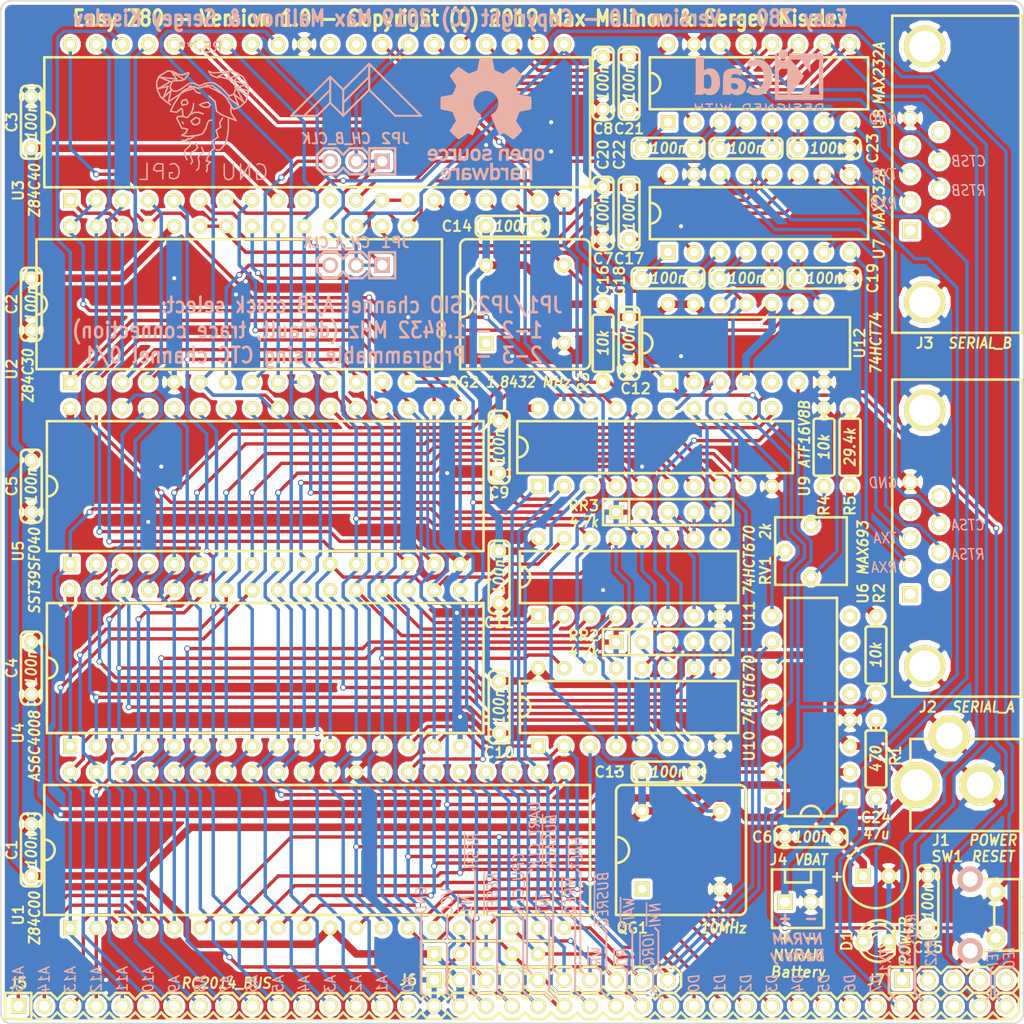
<source format=kicad_pcb>
(kicad_pcb (version 4) (host pcbnew 4.0.7)

  (general
    (links 335)
    (no_connects 0)
    (area 76.950499 76.950499 183.143501 179.5494)
    (thickness 1.6)
    (drawings 158)
    (tracks 1901)
    (zones 0)
    (modules 61)
    (nets 127)
  )

  (page A4 portrait)
  (layers
    (0 F.Cu signal hide)
    (31 B.Cu signal hide)
    (32 B.Adhes user)
    (33 F.Adhes user)
    (34 B.Paste user)
    (35 F.Paste user)
    (36 B.SilkS user)
    (37 F.SilkS user)
    (38 B.Mask user)
    (39 F.Mask user)
    (40 Dwgs.User user)
    (41 Cmts.User user)
    (42 Eco1.User user)
    (43 Eco2.User user)
    (44 Edge.Cuts user)
    (45 Margin user)
    (46 B.CrtYd user)
    (47 F.CrtYd user)
    (48 B.Fab user)
    (49 F.Fab user)
  )

  (setup
    (last_trace_width 0.33)
    (user_trace_width 0.33)
    (user_trace_width 0.5)
    (trace_clearance 0.2)
    (zone_clearance 0.33)
    (zone_45_only no)
    (trace_min 0.2)
    (segment_width 0.2)
    (edge_width 0.15)
    (via_size 0.6)
    (via_drill 0.4)
    (via_min_size 0.4)
    (via_min_drill 0.3)
    (uvia_size 0.3)
    (uvia_drill 0.1)
    (uvias_allowed no)
    (uvia_min_size 0.2)
    (uvia_min_drill 0.1)
    (pcb_text_width 0.3)
    (pcb_text_size 1.5 1.5)
    (mod_edge_width 0.15)
    (mod_text_size 1 1)
    (mod_text_width 0.15)
    (pad_size 4.04876 4.04876)
    (pad_drill 3.05054)
    (pad_to_mask_clearance 0.2)
    (aux_axis_origin 0 0)
    (visible_elements 7FFFFFFF)
    (pcbplotparams
      (layerselection 0x010f0_80000001)
      (usegerberextensions false)
      (excludeedgelayer true)
      (linewidth 0.100000)
      (plotframeref false)
      (viasonmask false)
      (mode 1)
      (useauxorigin false)
      (hpglpennumber 1)
      (hpglpenspeed 20)
      (hpglpendiameter 15)
      (hpglpenoverlay 2)
      (psnegative false)
      (psa4output false)
      (plotreference true)
      (plotvalue true)
      (plotinvisibletext false)
      (padsonsilk false)
      (subtractmaskfromsilk false)
      (outputformat 1)
      (mirror false)
      (drillshape 0)
      (scaleselection 1)
      (outputdirectory gerber))
  )

  (net 0 "")
  (net 1 GND)
  (net 2 VCC)
  (net 3 /~RESET)
  (net 4 "Net-(C16-Pad1)")
  (net 5 "Net-(C16-Pad2)")
  (net 6 "Net-(C17-Pad1)")
  (net 7 "Net-(C18-Pad1)")
  (net 8 "Net-(C18-Pad2)")
  (net 9 "Net-(C19-Pad1)")
  (net 10 "Net-(C20-Pad1)")
  (net 11 "Net-(C20-Pad2)")
  (net 12 "Net-(C21-Pad1)")
  (net 13 "Net-(C22-Pad1)")
  (net 14 "Net-(C22-Pad2)")
  (net 15 "Net-(C23-Pad1)")
  (net 16 /A15)
  (net 17 /A14)
  (net 18 /A13)
  (net 19 /A12)
  (net 20 /A11)
  (net 21 /A10)
  (net 22 /A9)
  (net 23 /A8)
  (net 24 /A7)
  (net 25 /A6)
  (net 26 /A5)
  (net 27 /A4)
  (net 28 /A3)
  (net 29 /A2)
  (net 30 /A1)
  (net 31 /A0)
  (net 32 /~M1)
  (net 33 /CPU_CLK)
  (net 34 /~MREQ)
  (net 35 /~WR)
  (net 36 /~RD)
  (net 37 /~IORQ)
  (net 38 /D0)
  (net 39 /D1)
  (net 40 /D2)
  (net 41 /D3)
  (net 42 /D4)
  (net 43 /D5)
  (net 44 /D6)
  (net 45 /D7)
  (net 46 /~RFSH)
  (net 47 "Net-(J2-Pad4)")
  (net 48 /~BUSACK)
  (net 49 /~HALT)
  (net 50 /~BUSREQ)
  (net 51 /~WAIT)
  (net 52 /~NMI)
  (net 53 "Net-(J3-Pad1)")
  (net 54 /RXA)
  (net 55 /TXA)
  (net 56 "Net-(J3-Pad4)")
  (net 57 "Net-(J3-Pad9)")
  (net 58 /CTSA)
  (net 59 /RTSA)
  (net 60 "Net-(J3-Pad6)")
  (net 61 /RXB)
  (net 62 /TXB)
  (net 63 /CTSB)
  (net 64 /RTSB)
  (net 65 /~INT)
  (net 66 /MA14)
  (net 67 /MA15)
  (net 68 /MA16)
  (net 69 /MA17)
  (net 70 /MA18)
  (net 71 /MA19)
  (net 72 /MA20)
  (net 73 /MA21)
  (net 74 "Net-(RV1-Pad2)")
  (net 75 "Net-(U2-Pad11)")
  (net 76 /~CTC_CS)
  (net 77 /CTC_CLK)
  (net 78 "Net-(U3-Pad10)")
  (net 79 "Net-(U3-Pad11)")
  (net 80 /RXDA)
  (net 81 /TXDA)
  (net 82 "Net-(U3-Pad16)")
  (net 83 /~RTSA)
  (net 84 /~CTSA)
  (net 85 "Net-(U3-Pad22)")
  (net 86 /~CTSB)
  (net 87 /~RTSB)
  (net 88 /TXDB)
  (net 89 /RXDB)
  (net 90 "Net-(U3-Pad29)")
  (net 91 "Net-(U3-Pad30)")
  (net 92 /~SIO_CS)
  (net 93 /~RAM_CS)
  (net 94 /VRAM)
  (net 95 /~ROM_CS)
  (net 96 "Net-(U6-Pad5)")
  (net 97 "Net-(U6-Pad6)")
  (net 98 "Net-(U6-Pad8)")
  (net 99 /WDOG)
  (net 100 /~RAM_CSI)
  (net 101 "Net-(U6-Pad14)")
  (net 102 "Net-(U6-Pad16)")
  (net 103 /~PGEN_WR)
  (net 104 /~PAGE_WR)
  (net 105 /~PAGE_EN)
  (net 106 /USR1)
  (net 107 "Net-(U6-Pad7)")
  (net 108 "Net-(U12-Pad5)")
  (net 109 "Net-(U12-Pad12)")
  (net 110 /VBAT)
  (net 111 /CH_B_CLKI)
  (net 112 /CH_A_CLK)
  (net 113 /CH_A_CLKI)
  (net 114 "Net-(U2-Pad20)")
  (net 115 "Net-(D1-Pad2)")
  (net 116 "Net-(J2-Pad1)")
  (net 117 "Net-(J2-Pad9)")
  (net 118 "Net-(J2-Pad6)")
  (net 119 "Net-(J6-Pad4)")
  (net 120 /USR5)
  (net 121 /USR6)
  (net 122 /USR7)
  (net 123 /IEI)
  (net 124 /IEO)
  (net 125 "Net-(R4-Pad1)")
  (net 126 "Net-(R5-Pad2)")

  (net_class Default "This is the default net class."
    (clearance 0.2)
    (trace_width 0.33)
    (via_dia 0.6)
    (via_drill 0.4)
    (uvia_dia 0.3)
    (uvia_drill 0.1)
    (add_net /A0)
    (add_net /A1)
    (add_net /A10)
    (add_net /A11)
    (add_net /A12)
    (add_net /A13)
    (add_net /A14)
    (add_net /A15)
    (add_net /A2)
    (add_net /A3)
    (add_net /A4)
    (add_net /A5)
    (add_net /A6)
    (add_net /A7)
    (add_net /A8)
    (add_net /A9)
    (add_net /CH_A_CLK)
    (add_net /CH_A_CLKI)
    (add_net /CH_B_CLKI)
    (add_net /CPU_CLK)
    (add_net /CTC_CLK)
    (add_net /CTSA)
    (add_net /CTSB)
    (add_net /D0)
    (add_net /D1)
    (add_net /D2)
    (add_net /D3)
    (add_net /D4)
    (add_net /D5)
    (add_net /D6)
    (add_net /D7)
    (add_net /IEI)
    (add_net /IEO)
    (add_net /MA14)
    (add_net /MA15)
    (add_net /MA16)
    (add_net /MA17)
    (add_net /MA18)
    (add_net /MA19)
    (add_net /MA20)
    (add_net /MA21)
    (add_net /RTSA)
    (add_net /RTSB)
    (add_net /RXA)
    (add_net /RXB)
    (add_net /RXDA)
    (add_net /RXDB)
    (add_net /TXA)
    (add_net /TXB)
    (add_net /TXDA)
    (add_net /TXDB)
    (add_net /USR1)
    (add_net /USR5)
    (add_net /USR6)
    (add_net /USR7)
    (add_net /WDOG)
    (add_net /~BUSACK)
    (add_net /~BUSREQ)
    (add_net /~CTC_CS)
    (add_net /~CTSA)
    (add_net /~CTSB)
    (add_net /~HALT)
    (add_net /~INT)
    (add_net /~IORQ)
    (add_net /~M1)
    (add_net /~MREQ)
    (add_net /~NMI)
    (add_net /~PAGE_EN)
    (add_net /~PAGE_WR)
    (add_net /~PGEN_WR)
    (add_net /~RAM_CS)
    (add_net /~RAM_CSI)
    (add_net /~RD)
    (add_net /~RESET)
    (add_net /~RFSH)
    (add_net /~ROM_CS)
    (add_net /~RTSA)
    (add_net /~RTSB)
    (add_net /~SIO_CS)
    (add_net /~WAIT)
    (add_net /~WR)
    (add_net "Net-(C16-Pad1)")
    (add_net "Net-(C16-Pad2)")
    (add_net "Net-(C17-Pad1)")
    (add_net "Net-(C18-Pad1)")
    (add_net "Net-(C18-Pad2)")
    (add_net "Net-(C19-Pad1)")
    (add_net "Net-(C20-Pad1)")
    (add_net "Net-(C20-Pad2)")
    (add_net "Net-(C21-Pad1)")
    (add_net "Net-(C22-Pad1)")
    (add_net "Net-(C22-Pad2)")
    (add_net "Net-(C23-Pad1)")
    (add_net "Net-(D1-Pad2)")
    (add_net "Net-(J2-Pad1)")
    (add_net "Net-(J2-Pad4)")
    (add_net "Net-(J2-Pad6)")
    (add_net "Net-(J2-Pad9)")
    (add_net "Net-(J3-Pad1)")
    (add_net "Net-(J3-Pad4)")
    (add_net "Net-(J3-Pad6)")
    (add_net "Net-(J3-Pad9)")
    (add_net "Net-(J6-Pad4)")
    (add_net "Net-(R4-Pad1)")
    (add_net "Net-(R5-Pad2)")
    (add_net "Net-(RV1-Pad2)")
    (add_net "Net-(U12-Pad12)")
    (add_net "Net-(U12-Pad5)")
    (add_net "Net-(U2-Pad11)")
    (add_net "Net-(U2-Pad20)")
    (add_net "Net-(U3-Pad10)")
    (add_net "Net-(U3-Pad11)")
    (add_net "Net-(U3-Pad16)")
    (add_net "Net-(U3-Pad22)")
    (add_net "Net-(U3-Pad29)")
    (add_net "Net-(U3-Pad30)")
    (add_net "Net-(U6-Pad14)")
    (add_net "Net-(U6-Pad16)")
    (add_net "Net-(U6-Pad5)")
    (add_net "Net-(U6-Pad6)")
    (add_net "Net-(U6-Pad7)")
    (add_net "Net-(U6-Pad8)")
  )

  (net_class GND ""
    (clearance 0.2)
    (trace_width 0.5)
    (via_dia 0.6)
    (via_drill 0.4)
    (uvia_dia 0.3)
    (uvia_drill 0.1)
    (add_net GND)
  )

  (net_class Power ""
    (clearance 0.2)
    (trace_width 0.74)
    (via_dia 0.6)
    (via_drill 0.4)
    (uvia_dia 0.3)
    (uvia_drill 0.1)
    (add_net /VBAT)
    (add_net /VRAM)
    (add_net VCC)
  )

  (module My_Components:Conn_Pin_Header_5x1_2.54mm (layer F.Cu) (tedit 5C539463) (tstamp 5C4D850D)
    (at 170.18 172.72)
    (descr "Pin Header, 5x1, 2.54mm pitch")
    (tags "CONN 5x1")
    (path /5C4DF27D)
    (fp_text reference J7 (at -7.62 0) (layer F.SilkS)
      (effects (font (size 1.016 1.016) (thickness 0.2032)))
    )
    (fp_text value RC2014_SPARE (at -0.3175 5.715) (layer F.SilkS) hide
      (effects (font (size 1.016 0.9144) (thickness 0.2032) italic))
    )
    (fp_line (start -3.81 -1.27) (end -3.81 1.27) (layer F.SilkS) (width 0.254))
    (fp_line (start 3.81 -0.635) (end 4.445 -1.27) (layer F.SilkS) (width 0.254))
    (fp_line (start 4.445 -1.27) (end 5.715 -1.27) (layer F.SilkS) (width 0.254))
    (fp_line (start 5.715 -1.27) (end 6.35 -0.635) (layer F.SilkS) (width 0.254))
    (fp_line (start 6.35 -0.635) (end 6.35 0.635) (layer F.SilkS) (width 0.254))
    (fp_line (start 6.35 0.635) (end 5.715 1.27) (layer F.SilkS) (width 0.254))
    (fp_line (start 5.715 1.27) (end 4.445 1.27) (layer F.SilkS) (width 0.254))
    (fp_line (start 4.445 1.27) (end 3.81 0.635) (layer F.SilkS) (width 0.254))
    (fp_line (start -6.35 1.27) (end -6.35 -1.27) (layer F.SilkS) (width 0.254))
    (fp_line (start -6.35 -1.27) (end -3.81 -1.27) (layer F.SilkS) (width 0.254))
    (fp_line (start -3.81 -0.635) (end -3.175 -1.27) (layer F.SilkS) (width 0.254))
    (fp_line (start -3.175 -1.27) (end -1.905 -1.27) (layer F.SilkS) (width 0.254))
    (fp_line (start -1.905 -1.27) (end -1.27 -0.635) (layer F.SilkS) (width 0.254))
    (fp_line (start -1.27 -0.635) (end -0.635 -1.27) (layer F.SilkS) (width 0.254))
    (fp_line (start -0.635 -1.27) (end 0.635 -1.27) (layer F.SilkS) (width 0.254))
    (fp_line (start 0.635 -1.27) (end 1.27 -0.635) (layer F.SilkS) (width 0.254))
    (fp_line (start 1.27 -0.635) (end 1.905 -1.27) (layer F.SilkS) (width 0.254))
    (fp_line (start 1.905 -1.27) (end 3.175 -1.27) (layer F.SilkS) (width 0.254))
    (fp_line (start 3.175 -1.27) (end 3.81 -0.635) (layer F.SilkS) (width 0.254))
    (fp_line (start 3.81 0.635) (end 3.175 1.27) (layer F.SilkS) (width 0.254))
    (fp_line (start 3.175 1.27) (end 1.905 1.27) (layer F.SilkS) (width 0.254))
    (fp_line (start 1.905 1.27) (end 1.27 0.635) (layer F.SilkS) (width 0.254))
    (fp_line (start 1.27 0.635) (end 0.635 1.27) (layer F.SilkS) (width 0.254))
    (fp_line (start 0.635 1.27) (end -0.635 1.27) (layer F.SilkS) (width 0.254))
    (fp_line (start -0.635 1.27) (end -1.27 0.635) (layer F.SilkS) (width 0.254))
    (fp_line (start -1.27 0.635) (end -1.905 1.27) (layer F.SilkS) (width 0.254))
    (fp_line (start -1.905 1.27) (end -3.175 1.27) (layer F.SilkS) (width 0.254))
    (fp_line (start -3.175 1.27) (end -3.81 0.635) (layer F.SilkS) (width 0.254))
    (fp_line (start -3.81 1.27) (end -6.35 1.27) (layer F.SilkS) (width 0.254))
    (pad 1 thru_hole rect (at -5.08 0) (size 1.524 1.524) (drill 1.016) (layers *.Cu *.Mask F.SilkS)
      (net 88 /TXDB))
    (pad 2 thru_hole circle (at -2.54 0) (size 1.524 1.524) (drill 1.016) (layers *.Cu *.Mask F.SilkS)
      (net 89 /RXDB))
    (pad 3 thru_hole circle (at 0 0) (size 1.524 1.524) (drill 1.016) (layers *.Cu *.Mask F.SilkS)
      (net 120 /USR5))
    (pad 4 thru_hole circle (at 2.54 0) (size 1.524 1.524) (drill 1.016) (layers *.Cu *.Mask F.SilkS)
      (net 121 /USR6))
    (pad 5 thru_hole circle (at 5.08 0) (size 1.524 1.524) (drill 1.016) (layers *.Cu *.Mask F.SilkS)
      (net 122 /USR7))
    (model pin_array/pins_array_8x2.wrl
      (at (xyz 0 0 0))
      (scale (xyz 1 1 1))
      (rotate (xyz 0 0 0))
    )
  )

  (module My_Components:IC_DIP40_600 (layer F.Cu) (tedit 5C4D6E37) (tstamp 5C4517BB)
    (at 107.95 88.9)
    (descr "40 pins DIL package, round pads")
    (tags "DIP DIL DIP28 DIL28")
    (path /5C31DE70)
    (fp_text reference U3 (at -29.21 6.6675 270) (layer F.SilkS)
      (effects (font (size 1.016 1.016) (thickness 0.2032)))
    )
    (fp_text value Z84C40 (at -27.6225 6.6675 90) (layer F.SilkS)
      (effects (font (size 1.016 0.9144) (thickness 0.2032) italic))
    )
    (fp_arc (start -26.67 0) (end -25.654 0) (angle 90) (layer F.SilkS) (width 0.254))
    (fp_arc (start -26.67 0) (end -26.67 -1.016) (angle 90) (layer F.SilkS) (width 0.254))
    (fp_line (start -26.67 -6.35) (end 26.67 -6.35) (layer F.SilkS) (width 0.254))
    (fp_line (start 26.67 -6.35) (end 26.67 6.35) (layer F.SilkS) (width 0.254))
    (fp_line (start 26.67 6.35) (end -26.67 6.35) (layer F.SilkS) (width 0.254))
    (fp_line (start -26.67 6.35) (end -26.67 -6.35) (layer F.SilkS) (width 0.254))
    (pad 1 thru_hole rect (at -24.13 7.62) (size 1.397 1.397) (drill 0.8128) (layers *.Cu *.Mask F.SilkS)
      (net 39 /D1))
    (pad 2 thru_hole circle (at -21.59 7.62) (size 1.397 1.397) (drill 0.8128) (layers *.Cu *.Mask F.SilkS)
      (net 41 /D3))
    (pad 3 thru_hole circle (at -19.05 7.62) (size 1.397 1.397) (drill 0.8128) (layers *.Cu *.Mask F.SilkS)
      (net 43 /D5))
    (pad 4 thru_hole circle (at -16.51 7.62) (size 1.397 1.397) (drill 0.8128) (layers *.Cu *.Mask F.SilkS)
      (net 45 /D7))
    (pad 5 thru_hole circle (at -13.97 7.62) (size 1.397 1.397) (drill 0.8128) (layers *.Cu *.Mask F.SilkS)
      (net 65 /~INT))
    (pad 6 thru_hole circle (at -11.43 7.62) (size 1.397 1.397) (drill 0.8128) (layers *.Cu *.Mask F.SilkS)
      (net 75 "Net-(U2-Pad11)"))
    (pad 7 thru_hole circle (at -8.89 7.62) (size 1.397 1.397) (drill 0.8128) (layers *.Cu *.Mask F.SilkS)
      (net 124 /IEO))
    (pad 8 thru_hole circle (at -6.35 7.62) (size 1.397 1.397) (drill 0.8128) (layers *.Cu *.Mask F.SilkS)
      (net 32 /~M1))
    (pad 9 thru_hole circle (at -3.81 7.62) (size 1.397 1.397) (drill 0.8128) (layers *.Cu *.Mask F.SilkS)
      (net 2 VCC))
    (pad 10 thru_hole circle (at -1.27 7.62) (size 1.397 1.397) (drill 0.8128) (layers *.Cu *.Mask F.SilkS)
      (net 78 "Net-(U3-Pad10)"))
    (pad 11 thru_hole circle (at 1.27 7.62) (size 1.397 1.397) (drill 0.8128) (layers *.Cu *.Mask F.SilkS)
      (net 79 "Net-(U3-Pad11)"))
    (pad 12 thru_hole circle (at 3.81 7.62) (size 1.397 1.397) (drill 0.8128) (layers *.Cu *.Mask F.SilkS)
      (net 80 /RXDA))
    (pad 13 thru_hole circle (at 6.35 7.62) (size 1.397 1.397) (drill 0.8128) (layers *.Cu *.Mask F.SilkS)
      (net 112 /CH_A_CLK))
    (pad 14 thru_hole circle (at 8.89 7.62) (size 1.397 1.397) (drill 0.8128) (layers *.Cu *.Mask F.SilkS)
      (net 112 /CH_A_CLK))
    (pad 15 thru_hole circle (at 11.43 7.62) (size 1.397 1.397) (drill 0.8128) (layers *.Cu *.Mask F.SilkS)
      (net 81 /TXDA))
    (pad 16 thru_hole circle (at 13.97 7.62) (size 1.397 1.397) (drill 0.8128) (layers *.Cu *.Mask F.SilkS)
      (net 82 "Net-(U3-Pad16)"))
    (pad 17 thru_hole circle (at 16.51 7.62) (size 1.397 1.397) (drill 0.8128) (layers *.Cu *.Mask F.SilkS)
      (net 83 /~RTSA))
    (pad 18 thru_hole circle (at 19.05 7.62) (size 1.397 1.397) (drill 0.8128) (layers *.Cu *.Mask F.SilkS)
      (net 84 /~CTSA))
    (pad 19 thru_hole circle (at 21.59 7.62) (size 1.397 1.397) (drill 0.8128) (layers *.Cu *.Mask F.SilkS)
      (net 82 "Net-(U3-Pad16)"))
    (pad 20 thru_hole circle (at 24.13 7.62) (size 1.397 1.397) (drill 0.8128) (layers *.Cu *.Mask F.SilkS)
      (net 33 /CPU_CLK))
    (pad 21 thru_hole circle (at 24.13 -7.62) (size 1.397 1.397) (drill 0.8128) (layers *.Cu *.Mask F.SilkS)
      (net 3 /~RESET))
    (pad 22 thru_hole circle (at 21.59 -7.62) (size 1.397 1.397) (drill 0.8128) (layers *.Cu *.Mask F.SilkS)
      (net 85 "Net-(U3-Pad22)"))
    (pad 23 thru_hole circle (at 19.05 -7.62) (size 1.397 1.397) (drill 0.8128) (layers *.Cu *.Mask F.SilkS)
      (net 86 /~CTSB))
    (pad 24 thru_hole circle (at 16.51 -7.62) (size 1.397 1.397) (drill 0.8128) (layers *.Cu *.Mask F.SilkS)
      (net 87 /~RTSB))
    (pad 25 thru_hole circle (at 13.97 -7.62) (size 1.397 1.397) (drill 0.8128) (layers *.Cu *.Mask F.SilkS)
      (net 85 "Net-(U3-Pad22)"))
    (pad 26 thru_hole circle (at 11.43 -7.62) (size 1.397 1.397) (drill 0.8128) (layers *.Cu *.Mask F.SilkS)
      (net 88 /TXDB))
    (pad 27 thru_hole circle (at 8.89 -7.62) (size 1.397 1.397) (drill 0.8128) (layers *.Cu *.Mask F.SilkS)
      (net 112 /CH_A_CLK))
    (pad 28 thru_hole circle (at 6.35 -7.62) (size 1.397 1.397) (drill 0.8128) (layers *.Cu *.Mask F.SilkS)
      (net 89 /RXDB))
    (pad 29 thru_hole circle (at 3.81 -7.62) (size 1.397 1.397) (drill 0.8128) (layers *.Cu *.Mask F.SilkS)
      (net 90 "Net-(U3-Pad29)"))
    (pad 30 thru_hole circle (at 1.27 -7.62) (size 1.397 1.397) (drill 0.8128) (layers *.Cu *.Mask F.SilkS)
      (net 91 "Net-(U3-Pad30)"))
    (pad 31 thru_hole circle (at -1.27 -7.62) (size 1.397 1.397) (drill 0.8128) (layers *.Cu *.Mask F.SilkS)
      (net 1 GND))
    (pad 32 thru_hole circle (at -3.81 -7.62) (size 1.397 1.397) (drill 0.8128) (layers *.Cu *.Mask F.SilkS)
      (net 36 /~RD))
    (pad 33 thru_hole circle (at -6.35 -7.62) (size 1.397 1.397) (drill 0.8128) (layers *.Cu *.Mask F.SilkS)
      (net 31 /A0))
    (pad 34 thru_hole circle (at -8.89 -7.62) (size 1.397 1.397) (drill 0.8128) (layers *.Cu *.Mask F.SilkS)
      (net 30 /A1))
    (pad 35 thru_hole circle (at -11.43 -7.62) (size 1.397 1.397) (drill 0.8128) (layers *.Cu *.Mask F.SilkS)
      (net 92 /~SIO_CS))
    (pad 36 thru_hole circle (at -13.97 -7.62) (size 1.397 1.397) (drill 0.8128) (layers *.Cu *.Mask F.SilkS)
      (net 37 /~IORQ))
    (pad 37 thru_hole circle (at -16.51 -7.62) (size 1.397 1.397) (drill 0.8128) (layers *.Cu *.Mask F.SilkS)
      (net 44 /D6))
    (pad 38 thru_hole circle (at -19.05 -7.62) (size 1.397 1.397) (drill 0.8128) (layers *.Cu *.Mask F.SilkS)
      (net 42 /D4))
    (pad 39 thru_hole circle (at -21.59 -7.62) (size 1.397 1.397) (drill 0.8128) (layers *.Cu *.Mask F.SilkS)
      (net 40 /D2))
    (pad 40 thru_hole circle (at -24.13 -7.62) (size 1.397 1.397) (drill 0.8128) (layers *.Cu *.Mask F.SilkS)
      (net 38 /D0))
    (model dil/dil_40-w600.wrl
      (at (xyz 0 0 0))
      (scale (xyz 1 1 1))
      (rotate (xyz 0 0 0))
    )
  )

  (module My_Components:IC_DIP40_600 (layer F.Cu) (tedit 5C4D6E09) (tstamp 5C45176F)
    (at 107.95 160.02)
    (descr "40 pins DIL package, round pads")
    (tags "DIP DIL DIP28 DIL28")
    (path /5BE7AB92)
    (fp_text reference U1 (at -29.21 6.35 90) (layer F.SilkS)
      (effects (font (size 1.016 1.016) (thickness 0.2032)))
    )
    (fp_text value Z84C00 (at -27.6225 6.6675 90) (layer F.SilkS)
      (effects (font (size 1.016 0.9144) (thickness 0.2032) italic))
    )
    (fp_arc (start -26.67 0) (end -25.654 0) (angle 90) (layer F.SilkS) (width 0.254))
    (fp_arc (start -26.67 0) (end -26.67 -1.016) (angle 90) (layer F.SilkS) (width 0.254))
    (fp_line (start -26.67 -6.35) (end 26.67 -6.35) (layer F.SilkS) (width 0.254))
    (fp_line (start 26.67 -6.35) (end 26.67 6.35) (layer F.SilkS) (width 0.254))
    (fp_line (start 26.67 6.35) (end -26.67 6.35) (layer F.SilkS) (width 0.254))
    (fp_line (start -26.67 6.35) (end -26.67 -6.35) (layer F.SilkS) (width 0.254))
    (pad 1 thru_hole rect (at -24.13 7.62) (size 1.397 1.397) (drill 0.8128) (layers *.Cu *.Mask F.SilkS)
      (net 20 /A11))
    (pad 2 thru_hole circle (at -21.59 7.62) (size 1.397 1.397) (drill 0.8128) (layers *.Cu *.Mask F.SilkS)
      (net 19 /A12))
    (pad 3 thru_hole circle (at -19.05 7.62) (size 1.397 1.397) (drill 0.8128) (layers *.Cu *.Mask F.SilkS)
      (net 18 /A13))
    (pad 4 thru_hole circle (at -16.51 7.62) (size 1.397 1.397) (drill 0.8128) (layers *.Cu *.Mask F.SilkS)
      (net 17 /A14))
    (pad 5 thru_hole circle (at -13.97 7.62) (size 1.397 1.397) (drill 0.8128) (layers *.Cu *.Mask F.SilkS)
      (net 16 /A15))
    (pad 6 thru_hole circle (at -11.43 7.62) (size 1.397 1.397) (drill 0.8128) (layers *.Cu *.Mask F.SilkS)
      (net 33 /CPU_CLK))
    (pad 7 thru_hole circle (at -8.89 7.62) (size 1.397 1.397) (drill 0.8128) (layers *.Cu *.Mask F.SilkS)
      (net 42 /D4))
    (pad 8 thru_hole circle (at -6.35 7.62) (size 1.397 1.397) (drill 0.8128) (layers *.Cu *.Mask F.SilkS)
      (net 41 /D3))
    (pad 9 thru_hole circle (at -3.81 7.62) (size 1.397 1.397) (drill 0.8128) (layers *.Cu *.Mask F.SilkS)
      (net 43 /D5))
    (pad 10 thru_hole circle (at -1.27 7.62) (size 1.397 1.397) (drill 0.8128) (layers *.Cu *.Mask F.SilkS)
      (net 44 /D6))
    (pad 11 thru_hole circle (at 1.27 7.62) (size 1.397 1.397) (drill 0.8128) (layers *.Cu *.Mask F.SilkS)
      (net 2 VCC))
    (pad 12 thru_hole circle (at 3.81 7.62) (size 1.397 1.397) (drill 0.8128) (layers *.Cu *.Mask F.SilkS)
      (net 40 /D2))
    (pad 13 thru_hole circle (at 6.35 7.62) (size 1.397 1.397) (drill 0.8128) (layers *.Cu *.Mask F.SilkS)
      (net 45 /D7))
    (pad 14 thru_hole circle (at 8.89 7.62) (size 1.397 1.397) (drill 0.8128) (layers *.Cu *.Mask F.SilkS)
      (net 38 /D0))
    (pad 15 thru_hole circle (at 11.43 7.62) (size 1.397 1.397) (drill 0.8128) (layers *.Cu *.Mask F.SilkS)
      (net 39 /D1))
    (pad 16 thru_hole circle (at 13.97 7.62) (size 1.397 1.397) (drill 0.8128) (layers *.Cu *.Mask F.SilkS)
      (net 65 /~INT))
    (pad 17 thru_hole circle (at 16.51 7.62) (size 1.397 1.397) (drill 0.8128) (layers *.Cu *.Mask F.SilkS)
      (net 52 /~NMI))
    (pad 18 thru_hole circle (at 19.05 7.62) (size 1.397 1.397) (drill 0.8128) (layers *.Cu *.Mask F.SilkS)
      (net 49 /~HALT))
    (pad 19 thru_hole circle (at 21.59 7.62) (size 1.397 1.397) (drill 0.8128) (layers *.Cu *.Mask F.SilkS)
      (net 34 /~MREQ))
    (pad 20 thru_hole circle (at 24.13 7.62) (size 1.397 1.397) (drill 0.8128) (layers *.Cu *.Mask F.SilkS)
      (net 37 /~IORQ))
    (pad 21 thru_hole circle (at 24.13 -7.62) (size 1.397 1.397) (drill 0.8128) (layers *.Cu *.Mask F.SilkS)
      (net 36 /~RD))
    (pad 22 thru_hole circle (at 21.59 -7.62) (size 1.397 1.397) (drill 0.8128) (layers *.Cu *.Mask F.SilkS)
      (net 35 /~WR))
    (pad 23 thru_hole circle (at 19.05 -7.62) (size 1.397 1.397) (drill 0.8128) (layers *.Cu *.Mask F.SilkS)
      (net 48 /~BUSACK))
    (pad 24 thru_hole circle (at 16.51 -7.62) (size 1.397 1.397) (drill 0.8128) (layers *.Cu *.Mask F.SilkS)
      (net 51 /~WAIT))
    (pad 25 thru_hole circle (at 13.97 -7.62) (size 1.397 1.397) (drill 0.8128) (layers *.Cu *.Mask F.SilkS)
      (net 50 /~BUSREQ))
    (pad 26 thru_hole circle (at 11.43 -7.62) (size 1.397 1.397) (drill 0.8128) (layers *.Cu *.Mask F.SilkS)
      (net 3 /~RESET))
    (pad 27 thru_hole circle (at 8.89 -7.62) (size 1.397 1.397) (drill 0.8128) (layers *.Cu *.Mask F.SilkS)
      (net 32 /~M1))
    (pad 28 thru_hole circle (at 6.35 -7.62) (size 1.397 1.397) (drill 0.8128) (layers *.Cu *.Mask F.SilkS)
      (net 46 /~RFSH))
    (pad 29 thru_hole circle (at 3.81 -7.62) (size 1.397 1.397) (drill 0.8128) (layers *.Cu *.Mask F.SilkS)
      (net 1 GND))
    (pad 30 thru_hole circle (at 1.27 -7.62) (size 1.397 1.397) (drill 0.8128) (layers *.Cu *.Mask F.SilkS)
      (net 31 /A0))
    (pad 31 thru_hole circle (at -1.27 -7.62) (size 1.397 1.397) (drill 0.8128) (layers *.Cu *.Mask F.SilkS)
      (net 30 /A1))
    (pad 32 thru_hole circle (at -3.81 -7.62) (size 1.397 1.397) (drill 0.8128) (layers *.Cu *.Mask F.SilkS)
      (net 29 /A2))
    (pad 33 thru_hole circle (at -6.35 -7.62) (size 1.397 1.397) (drill 0.8128) (layers *.Cu *.Mask F.SilkS)
      (net 28 /A3))
    (pad 34 thru_hole circle (at -8.89 -7.62) (size 1.397 1.397) (drill 0.8128) (layers *.Cu *.Mask F.SilkS)
      (net 27 /A4))
    (pad 35 thru_hole circle (at -11.43 -7.62) (size 1.397 1.397) (drill 0.8128) (layers *.Cu *.Mask F.SilkS)
      (net 26 /A5))
    (pad 36 thru_hole circle (at -13.97 -7.62) (size 1.397 1.397) (drill 0.8128) (layers *.Cu *.Mask F.SilkS)
      (net 25 /A6))
    (pad 37 thru_hole circle (at -16.51 -7.62) (size 1.397 1.397) (drill 0.8128) (layers *.Cu *.Mask F.SilkS)
      (net 24 /A7))
    (pad 38 thru_hole circle (at -19.05 -7.62) (size 1.397 1.397) (drill 0.8128) (layers *.Cu *.Mask F.SilkS)
      (net 23 /A8))
    (pad 39 thru_hole circle (at -21.59 -7.62) (size 1.397 1.397) (drill 0.8128) (layers *.Cu *.Mask F.SilkS)
      (net 22 /A9))
    (pad 40 thru_hole circle (at -24.13 -7.62) (size 1.397 1.397) (drill 0.8128) (layers *.Cu *.Mask F.SilkS)
      (net 21 /A10))
    (model dil/dil_40-w600.wrl
      (at (xyz 0 0 0))
      (scale (xyz 1 1 1))
      (rotate (xyz 0 0 0))
    )
  )

  (module My_Components:Cap_Cer_508 (layer F.Cu) (tedit 5C4D6DF1) (tstamp 5C45161D)
    (at 80.01 160.02 90)
    (descr "Ceramic Capacitor, 5.08mm lead spacing")
    (tags Cap_Cer_508)
    (path /5C45B6F9)
    (fp_text reference C1 (at 0 -1.905 90) (layer F.SilkS)
      (effects (font (size 1.016 1.016) (thickness 0.2032)))
    )
    (fp_text value 100n (at 0 0 90) (layer F.SilkS)
      (effects (font (size 1.016 0.9144) (thickness 0.2032) italic))
    )
    (fp_line (start 3.556 0.508) (end 3.556 -0.508) (layer F.SilkS) (width 0.254))
    (fp_line (start -3.048 1.016) (end 3.048 1.016) (layer F.SilkS) (width 0.254))
    (fp_line (start -3.048 -1.016) (end 3.048 -1.016) (layer F.SilkS) (width 0.254))
    (fp_arc (start 3.048 0.508) (end 3.556 0.508) (angle 90) (layer F.SilkS) (width 0.254))
    (fp_arc (start 3.048 -0.508) (end 3.048 -1.016) (angle 90) (layer F.SilkS) (width 0.254))
    (fp_arc (start -3.048 0.508) (end -3.048 1.016) (angle 90) (layer F.SilkS) (width 0.254))
    (fp_arc (start -3.048 -0.508) (end -3.556 -0.508) (angle 90) (layer F.SilkS) (width 0.254))
    (fp_line (start -3.556 0.508) (end -3.556 -0.508) (layer F.SilkS) (width 0.254))
    (pad 1 thru_hole circle (at -2.54 0 90) (size 1.397 1.397) (drill 0.8128) (layers *.Cu *.Mask F.SilkS)
      (net 2 VCC))
    (pad 2 thru_hole circle (at 2.54 0 90) (size 1.397 1.397) (drill 0.8128) (layers *.Cu *.Mask F.SilkS)
      (net 1 GND))
    (model discret/capa_2pas_5x5mm.wrl
      (at (xyz 0 0 0))
      (scale (xyz 1 1 1))
      (rotate (xyz 0 0 0))
    )
  )

  (module My_Components:Cap_Cer_508 (layer F.Cu) (tedit 5C4D6DA5) (tstamp 5C451623)
    (at 80.01 106.68 270)
    (descr "Ceramic Capacitor, 5.08mm lead spacing")
    (tags Cap_Cer_508)
    (path /5C45BA12)
    (fp_text reference C2 (at 0 1.905 270) (layer F.SilkS)
      (effects (font (size 1.016 1.016) (thickness 0.2032)))
    )
    (fp_text value 100n (at 0 0 270) (layer F.SilkS)
      (effects (font (size 1.016 0.9144) (thickness 0.2032) italic))
    )
    (fp_line (start 3.556 0.508) (end 3.556 -0.508) (layer F.SilkS) (width 0.254))
    (fp_line (start -3.048 1.016) (end 3.048 1.016) (layer F.SilkS) (width 0.254))
    (fp_line (start -3.048 -1.016) (end 3.048 -1.016) (layer F.SilkS) (width 0.254))
    (fp_arc (start 3.048 0.508) (end 3.556 0.508) (angle 90) (layer F.SilkS) (width 0.254))
    (fp_arc (start 3.048 -0.508) (end 3.048 -1.016) (angle 90) (layer F.SilkS) (width 0.254))
    (fp_arc (start -3.048 0.508) (end -3.048 1.016) (angle 90) (layer F.SilkS) (width 0.254))
    (fp_arc (start -3.048 -0.508) (end -3.556 -0.508) (angle 90) (layer F.SilkS) (width 0.254))
    (fp_line (start -3.556 0.508) (end -3.556 -0.508) (layer F.SilkS) (width 0.254))
    (pad 1 thru_hole circle (at -2.54 0 270) (size 1.397 1.397) (drill 0.8128) (layers *.Cu *.Mask F.SilkS)
      (net 2 VCC))
    (pad 2 thru_hole circle (at 2.54 0 270) (size 1.397 1.397) (drill 0.8128) (layers *.Cu *.Mask F.SilkS)
      (net 1 GND))
    (model discret/capa_2pas_5x5mm.wrl
      (at (xyz 0 0 0))
      (scale (xyz 1 1 1))
      (rotate (xyz 0 0 0))
    )
  )

  (module My_Components:Cap_Cer_508 (layer F.Cu) (tedit 5C4D6DA0) (tstamp 5C451629)
    (at 80.01 88.9 90)
    (descr "Ceramic Capacitor, 5.08mm lead spacing")
    (tags Cap_Cer_508)
    (path /5C45BA98)
    (fp_text reference C3 (at 0 -1.905 90) (layer F.SilkS)
      (effects (font (size 1.016 1.016) (thickness 0.2032)))
    )
    (fp_text value 100n (at 0 0 90) (layer F.SilkS)
      (effects (font (size 1.016 0.9144) (thickness 0.2032) italic))
    )
    (fp_line (start 3.556 0.508) (end 3.556 -0.508) (layer F.SilkS) (width 0.254))
    (fp_line (start -3.048 1.016) (end 3.048 1.016) (layer F.SilkS) (width 0.254))
    (fp_line (start -3.048 -1.016) (end 3.048 -1.016) (layer F.SilkS) (width 0.254))
    (fp_arc (start 3.048 0.508) (end 3.556 0.508) (angle 90) (layer F.SilkS) (width 0.254))
    (fp_arc (start 3.048 -0.508) (end 3.048 -1.016) (angle 90) (layer F.SilkS) (width 0.254))
    (fp_arc (start -3.048 0.508) (end -3.048 1.016) (angle 90) (layer F.SilkS) (width 0.254))
    (fp_arc (start -3.048 -0.508) (end -3.556 -0.508) (angle 90) (layer F.SilkS) (width 0.254))
    (fp_line (start -3.556 0.508) (end -3.556 -0.508) (layer F.SilkS) (width 0.254))
    (pad 1 thru_hole circle (at -2.54 0 90) (size 1.397 1.397) (drill 0.8128) (layers *.Cu *.Mask F.SilkS)
      (net 2 VCC))
    (pad 2 thru_hole circle (at 2.54 0 90) (size 1.397 1.397) (drill 0.8128) (layers *.Cu *.Mask F.SilkS)
      (net 1 GND))
    (model discret/capa_2pas_5x5mm.wrl
      (at (xyz 0 0 0))
      (scale (xyz 1 1 1))
      (rotate (xyz 0 0 0))
    )
  )

  (module My_Components:Cap_Cer_508 (layer F.Cu) (tedit 5C4D6DE1) (tstamp 5C45162F)
    (at 80.01 142.24 270)
    (descr "Ceramic Capacitor, 5.08mm lead spacing")
    (tags Cap_Cer_508)
    (path /5C45BB23)
    (fp_text reference C4 (at 0 1.905 270) (layer F.SilkS)
      (effects (font (size 1.016 1.016) (thickness 0.2032)))
    )
    (fp_text value 100n (at 0 0 270) (layer F.SilkS)
      (effects (font (size 1.016 0.9144) (thickness 0.2032) italic))
    )
    (fp_line (start 3.556 0.508) (end 3.556 -0.508) (layer F.SilkS) (width 0.254))
    (fp_line (start -3.048 1.016) (end 3.048 1.016) (layer F.SilkS) (width 0.254))
    (fp_line (start -3.048 -1.016) (end 3.048 -1.016) (layer F.SilkS) (width 0.254))
    (fp_arc (start 3.048 0.508) (end 3.556 0.508) (angle 90) (layer F.SilkS) (width 0.254))
    (fp_arc (start 3.048 -0.508) (end 3.048 -1.016) (angle 90) (layer F.SilkS) (width 0.254))
    (fp_arc (start -3.048 0.508) (end -3.048 1.016) (angle 90) (layer F.SilkS) (width 0.254))
    (fp_arc (start -3.048 -0.508) (end -3.556 -0.508) (angle 90) (layer F.SilkS) (width 0.254))
    (fp_line (start -3.556 0.508) (end -3.556 -0.508) (layer F.SilkS) (width 0.254))
    (pad 1 thru_hole circle (at -2.54 0 270) (size 1.397 1.397) (drill 0.8128) (layers *.Cu *.Mask F.SilkS)
      (net 94 /VRAM))
    (pad 2 thru_hole circle (at 2.54 0 270) (size 1.397 1.397) (drill 0.8128) (layers *.Cu *.Mask F.SilkS)
      (net 1 GND))
    (model discret/capa_2pas_5x5mm.wrl
      (at (xyz 0 0 0))
      (scale (xyz 1 1 1))
      (rotate (xyz 0 0 0))
    )
  )

  (module My_Components:Cap_Cer_508 (layer F.Cu) (tedit 5C4D6DC3) (tstamp 5C451635)
    (at 80.01 124.46 270)
    (descr "Ceramic Capacitor, 5.08mm lead spacing")
    (tags Cap_Cer_508)
    (path /5C45BBB1)
    (fp_text reference C5 (at 0 1.905 270) (layer F.SilkS)
      (effects (font (size 1.016 1.016) (thickness 0.2032)))
    )
    (fp_text value 100n (at 0 0 270) (layer F.SilkS)
      (effects (font (size 1.016 0.9144) (thickness 0.2032) italic))
    )
    (fp_line (start 3.556 0.508) (end 3.556 -0.508) (layer F.SilkS) (width 0.254))
    (fp_line (start -3.048 1.016) (end 3.048 1.016) (layer F.SilkS) (width 0.254))
    (fp_line (start -3.048 -1.016) (end 3.048 -1.016) (layer F.SilkS) (width 0.254))
    (fp_arc (start 3.048 0.508) (end 3.556 0.508) (angle 90) (layer F.SilkS) (width 0.254))
    (fp_arc (start 3.048 -0.508) (end 3.048 -1.016) (angle 90) (layer F.SilkS) (width 0.254))
    (fp_arc (start -3.048 0.508) (end -3.048 1.016) (angle 90) (layer F.SilkS) (width 0.254))
    (fp_arc (start -3.048 -0.508) (end -3.556 -0.508) (angle 90) (layer F.SilkS) (width 0.254))
    (fp_line (start -3.556 0.508) (end -3.556 -0.508) (layer F.SilkS) (width 0.254))
    (pad 1 thru_hole circle (at -2.54 0 270) (size 1.397 1.397) (drill 0.8128) (layers *.Cu *.Mask F.SilkS)
      (net 2 VCC))
    (pad 2 thru_hole circle (at 2.54 0 270) (size 1.397 1.397) (drill 0.8128) (layers *.Cu *.Mask F.SilkS)
      (net 1 GND))
    (model discret/capa_2pas_5x5mm.wrl
      (at (xyz 0 0 0))
      (scale (xyz 1 1 1))
      (rotate (xyz 0 0 0))
    )
  )

  (module My_Components:Cap_Cer_508 (layer F.Cu) (tedit 5C4D6B2C) (tstamp 5C45163B)
    (at 156.21 158.75 180)
    (descr "Ceramic Capacitor, 5.08mm lead spacing")
    (tags Cap_Cer_508)
    (path /5C45BC42)
    (fp_text reference C6 (at 4.7625 0 180) (layer F.SilkS)
      (effects (font (size 1.016 1.016) (thickness 0.2032)))
    )
    (fp_text value 100n (at 0 0 180) (layer F.SilkS)
      (effects (font (size 1.016 0.9144) (thickness 0.2032) italic))
    )
    (fp_line (start 3.556 0.508) (end 3.556 -0.508) (layer F.SilkS) (width 0.254))
    (fp_line (start -3.048 1.016) (end 3.048 1.016) (layer F.SilkS) (width 0.254))
    (fp_line (start -3.048 -1.016) (end 3.048 -1.016) (layer F.SilkS) (width 0.254))
    (fp_arc (start 3.048 0.508) (end 3.556 0.508) (angle 90) (layer F.SilkS) (width 0.254))
    (fp_arc (start 3.048 -0.508) (end 3.048 -1.016) (angle 90) (layer F.SilkS) (width 0.254))
    (fp_arc (start -3.048 0.508) (end -3.048 1.016) (angle 90) (layer F.SilkS) (width 0.254))
    (fp_arc (start -3.048 -0.508) (end -3.556 -0.508) (angle 90) (layer F.SilkS) (width 0.254))
    (fp_line (start -3.556 0.508) (end -3.556 -0.508) (layer F.SilkS) (width 0.254))
    (pad 1 thru_hole circle (at -2.54 0 180) (size 1.397 1.397) (drill 0.8128) (layers *.Cu *.Mask F.SilkS)
      (net 2 VCC))
    (pad 2 thru_hole circle (at 2.54 0 180) (size 1.397 1.397) (drill 0.8128) (layers *.Cu *.Mask F.SilkS)
      (net 1 GND))
    (model discret/capa_2pas_5x5mm.wrl
      (at (xyz 0 0 0))
      (scale (xyz 1 1 1))
      (rotate (xyz 0 0 0))
    )
  )

  (module My_Components:Cap_Cer_508 (layer F.Cu) (tedit 5C4D6AB6) (tstamp 5C451641)
    (at 135.89 97.79 270)
    (descr "Ceramic Capacitor, 5.08mm lead spacing")
    (tags Cap_Cer_508)
    (path /5C45BFF2)
    (fp_text reference C7 (at 4.445 0 360) (layer F.SilkS)
      (effects (font (size 1.016 1.016) (thickness 0.2032)))
    )
    (fp_text value 100n (at 0 0 270) (layer F.SilkS)
      (effects (font (size 1.016 0.9144) (thickness 0.2032) italic))
    )
    (fp_line (start 3.556 0.508) (end 3.556 -0.508) (layer F.SilkS) (width 0.254))
    (fp_line (start -3.048 1.016) (end 3.048 1.016) (layer F.SilkS) (width 0.254))
    (fp_line (start -3.048 -1.016) (end 3.048 -1.016) (layer F.SilkS) (width 0.254))
    (fp_arc (start 3.048 0.508) (end 3.556 0.508) (angle 90) (layer F.SilkS) (width 0.254))
    (fp_arc (start 3.048 -0.508) (end 3.048 -1.016) (angle 90) (layer F.SilkS) (width 0.254))
    (fp_arc (start -3.048 0.508) (end -3.048 1.016) (angle 90) (layer F.SilkS) (width 0.254))
    (fp_arc (start -3.048 -0.508) (end -3.556 -0.508) (angle 90) (layer F.SilkS) (width 0.254))
    (fp_line (start -3.556 0.508) (end -3.556 -0.508) (layer F.SilkS) (width 0.254))
    (pad 1 thru_hole circle (at -2.54 0 270) (size 1.397 1.397) (drill 0.8128) (layers *.Cu *.Mask F.SilkS)
      (net 2 VCC))
    (pad 2 thru_hole circle (at 2.54 0 270) (size 1.397 1.397) (drill 0.8128) (layers *.Cu *.Mask F.SilkS)
      (net 1 GND))
    (model discret/capa_2pas_5x5mm.wrl
      (at (xyz 0 0 0))
      (scale (xyz 1 1 1))
      (rotate (xyz 0 0 0))
    )
  )

  (module My_Components:Cap_Cer_508 (layer F.Cu) (tedit 5C4D6AC9) (tstamp 5C451647)
    (at 135.89 85.09 270)
    (descr "Ceramic Capacitor, 5.08mm lead spacing")
    (tags Cap_Cer_508)
    (path /5C45C0E5)
    (fp_text reference C8 (at 4.445 0 360) (layer F.SilkS)
      (effects (font (size 1.016 1.016) (thickness 0.2032)))
    )
    (fp_text value 100n (at 0 0 270) (layer F.SilkS)
      (effects (font (size 1.016 0.9144) (thickness 0.2032) italic))
    )
    (fp_line (start 3.556 0.508) (end 3.556 -0.508) (layer F.SilkS) (width 0.254))
    (fp_line (start -3.048 1.016) (end 3.048 1.016) (layer F.SilkS) (width 0.254))
    (fp_line (start -3.048 -1.016) (end 3.048 -1.016) (layer F.SilkS) (width 0.254))
    (fp_arc (start 3.048 0.508) (end 3.556 0.508) (angle 90) (layer F.SilkS) (width 0.254))
    (fp_arc (start 3.048 -0.508) (end 3.048 -1.016) (angle 90) (layer F.SilkS) (width 0.254))
    (fp_arc (start -3.048 0.508) (end -3.048 1.016) (angle 90) (layer F.SilkS) (width 0.254))
    (fp_arc (start -3.048 -0.508) (end -3.556 -0.508) (angle 90) (layer F.SilkS) (width 0.254))
    (fp_line (start -3.556 0.508) (end -3.556 -0.508) (layer F.SilkS) (width 0.254))
    (pad 1 thru_hole circle (at -2.54 0 270) (size 1.397 1.397) (drill 0.8128) (layers *.Cu *.Mask F.SilkS)
      (net 2 VCC))
    (pad 2 thru_hole circle (at 2.54 0 270) (size 1.397 1.397) (drill 0.8128) (layers *.Cu *.Mask F.SilkS)
      (net 1 GND))
    (model discret/capa_2pas_5x5mm.wrl
      (at (xyz 0 0 0))
      (scale (xyz 1 1 1))
      (rotate (xyz 0 0 0))
    )
  )

  (module My_Components:Cap_Cer_508 (layer F.Cu) (tedit 5C4D6A4D) (tstamp 5C45164D)
    (at 125.73 120.65 270)
    (descr "Ceramic Capacitor, 5.08mm lead spacing")
    (tags Cap_Cer_508)
    (path /5C45C369)
    (fp_text reference C9 (at 4.445 0 360) (layer F.SilkS)
      (effects (font (size 1.016 1.016) (thickness 0.2032)))
    )
    (fp_text value 100n (at 0 0 450) (layer F.SilkS)
      (effects (font (size 1.016 0.9144) (thickness 0.2032) italic))
    )
    (fp_line (start 3.556 0.508) (end 3.556 -0.508) (layer F.SilkS) (width 0.254))
    (fp_line (start -3.048 1.016) (end 3.048 1.016) (layer F.SilkS) (width 0.254))
    (fp_line (start -3.048 -1.016) (end 3.048 -1.016) (layer F.SilkS) (width 0.254))
    (fp_arc (start 3.048 0.508) (end 3.556 0.508) (angle 90) (layer F.SilkS) (width 0.254))
    (fp_arc (start 3.048 -0.508) (end 3.048 -1.016) (angle 90) (layer F.SilkS) (width 0.254))
    (fp_arc (start -3.048 0.508) (end -3.048 1.016) (angle 90) (layer F.SilkS) (width 0.254))
    (fp_arc (start -3.048 -0.508) (end -3.556 -0.508) (angle 90) (layer F.SilkS) (width 0.254))
    (fp_line (start -3.556 0.508) (end -3.556 -0.508) (layer F.SilkS) (width 0.254))
    (pad 1 thru_hole circle (at -2.54 0 270) (size 1.397 1.397) (drill 0.8128) (layers *.Cu *.Mask F.SilkS)
      (net 2 VCC))
    (pad 2 thru_hole circle (at 2.54 0 270) (size 1.397 1.397) (drill 0.8128) (layers *.Cu *.Mask F.SilkS)
      (net 1 GND))
    (model discret/capa_2pas_5x5mm.wrl
      (at (xyz 0 0 0))
      (scale (xyz 1 1 1))
      (rotate (xyz 0 0 0))
    )
  )

  (module My_Components:Cap_Cer_508 (layer F.Cu) (tedit 5C4D6A46) (tstamp 5C451653)
    (at 125.73 146.05 270)
    (descr "Ceramic Capacitor, 5.08mm lead spacing")
    (tags Cap_Cer_508)
    (path /5C45C36F)
    (fp_text reference C10 (at 4.445 0 360) (layer F.SilkS)
      (effects (font (size 1.016 1.016) (thickness 0.2032)))
    )
    (fp_text value 100n (at 0 0 270) (layer F.SilkS)
      (effects (font (size 1.016 0.9144) (thickness 0.2032) italic))
    )
    (fp_line (start 3.556 0.508) (end 3.556 -0.508) (layer F.SilkS) (width 0.254))
    (fp_line (start -3.048 1.016) (end 3.048 1.016) (layer F.SilkS) (width 0.254))
    (fp_line (start -3.048 -1.016) (end 3.048 -1.016) (layer F.SilkS) (width 0.254))
    (fp_arc (start 3.048 0.508) (end 3.556 0.508) (angle 90) (layer F.SilkS) (width 0.254))
    (fp_arc (start 3.048 -0.508) (end 3.048 -1.016) (angle 90) (layer F.SilkS) (width 0.254))
    (fp_arc (start -3.048 0.508) (end -3.048 1.016) (angle 90) (layer F.SilkS) (width 0.254))
    (fp_arc (start -3.048 -0.508) (end -3.556 -0.508) (angle 90) (layer F.SilkS) (width 0.254))
    (fp_line (start -3.556 0.508) (end -3.556 -0.508) (layer F.SilkS) (width 0.254))
    (pad 1 thru_hole circle (at -2.54 0 270) (size 1.397 1.397) (drill 0.8128) (layers *.Cu *.Mask F.SilkS)
      (net 2 VCC))
    (pad 2 thru_hole circle (at 2.54 0 270) (size 1.397 1.397) (drill 0.8128) (layers *.Cu *.Mask F.SilkS)
      (net 1 GND))
    (model discret/capa_2pas_5x5mm.wrl
      (at (xyz 0 0 0))
      (scale (xyz 1 1 1))
      (rotate (xyz 0 0 0))
    )
  )

  (module My_Components:Cap_Cer_508 (layer F.Cu) (tedit 5C4D6A49) (tstamp 5C451659)
    (at 125.73 133.35 270)
    (descr "Ceramic Capacitor, 5.08mm lead spacing")
    (tags Cap_Cer_508)
    (path /5C45C375)
    (fp_text reference C11 (at 4.445 0 360) (layer F.SilkS)
      (effects (font (size 1.016 1.016) (thickness 0.2032)))
    )
    (fp_text value 100n (at 0 0 270) (layer F.SilkS)
      (effects (font (size 1.016 0.9144) (thickness 0.2032) italic))
    )
    (fp_line (start 3.556 0.508) (end 3.556 -0.508) (layer F.SilkS) (width 0.254))
    (fp_line (start -3.048 1.016) (end 3.048 1.016) (layer F.SilkS) (width 0.254))
    (fp_line (start -3.048 -1.016) (end 3.048 -1.016) (layer F.SilkS) (width 0.254))
    (fp_arc (start 3.048 0.508) (end 3.556 0.508) (angle 90) (layer F.SilkS) (width 0.254))
    (fp_arc (start 3.048 -0.508) (end 3.048 -1.016) (angle 90) (layer F.SilkS) (width 0.254))
    (fp_arc (start -3.048 0.508) (end -3.048 1.016) (angle 90) (layer F.SilkS) (width 0.254))
    (fp_arc (start -3.048 -0.508) (end -3.556 -0.508) (angle 90) (layer F.SilkS) (width 0.254))
    (fp_line (start -3.556 0.508) (end -3.556 -0.508) (layer F.SilkS) (width 0.254))
    (pad 1 thru_hole circle (at -2.54 0 270) (size 1.397 1.397) (drill 0.8128) (layers *.Cu *.Mask F.SilkS)
      (net 2 VCC))
    (pad 2 thru_hole circle (at 2.54 0 270) (size 1.397 1.397) (drill 0.8128) (layers *.Cu *.Mask F.SilkS)
      (net 1 GND))
    (model discret/capa_2pas_5x5mm.wrl
      (at (xyz 0 0 0))
      (scale (xyz 1 1 1))
      (rotate (xyz 0 0 0))
    )
  )

  (module My_Components:Cap_Cer_508 (layer F.Cu) (tedit 5C4D6A53) (tstamp 5C45165F)
    (at 138.43 110.49 270)
    (descr "Ceramic Capacitor, 5.08mm lead spacing")
    (tags Cap_Cer_508)
    (path /5C45C37B)
    (fp_text reference C12 (at 4.445 -0.635 360) (layer F.SilkS)
      (effects (font (size 1.016 1.016) (thickness 0.2032)))
    )
    (fp_text value 100n (at 0 0 270) (layer F.SilkS)
      (effects (font (size 1.016 0.9144) (thickness 0.2032) italic))
    )
    (fp_line (start 3.556 0.508) (end 3.556 -0.508) (layer F.SilkS) (width 0.254))
    (fp_line (start -3.048 1.016) (end 3.048 1.016) (layer F.SilkS) (width 0.254))
    (fp_line (start -3.048 -1.016) (end 3.048 -1.016) (layer F.SilkS) (width 0.254))
    (fp_arc (start 3.048 0.508) (end 3.556 0.508) (angle 90) (layer F.SilkS) (width 0.254))
    (fp_arc (start 3.048 -0.508) (end 3.048 -1.016) (angle 90) (layer F.SilkS) (width 0.254))
    (fp_arc (start -3.048 0.508) (end -3.048 1.016) (angle 90) (layer F.SilkS) (width 0.254))
    (fp_arc (start -3.048 -0.508) (end -3.556 -0.508) (angle 90) (layer F.SilkS) (width 0.254))
    (fp_line (start -3.556 0.508) (end -3.556 -0.508) (layer F.SilkS) (width 0.254))
    (pad 1 thru_hole circle (at -2.54 0 270) (size 1.397 1.397) (drill 0.8128) (layers *.Cu *.Mask F.SilkS)
      (net 2 VCC))
    (pad 2 thru_hole circle (at 2.54 0 270) (size 1.397 1.397) (drill 0.8128) (layers *.Cu *.Mask F.SilkS)
      (net 1 GND))
    (model discret/capa_2pas_5x5mm.wrl
      (at (xyz 0 0 0))
      (scale (xyz 1 1 1))
      (rotate (xyz 0 0 0))
    )
  )

  (module My_Components:Cap_Cer_508 (layer F.Cu) (tedit 5C4F8495) (tstamp 5C451665)
    (at 142.24 152.4)
    (descr "Ceramic Capacitor, 5.08mm lead spacing")
    (tags Cap_Cer_508)
    (path /5C45C417)
    (fp_text reference C13 (at -5.715 0) (layer F.SilkS)
      (effects (font (size 1.016 1.016) (thickness 0.2032)))
    )
    (fp_text value 100n (at 0 0) (layer F.SilkS)
      (effects (font (size 1.016 0.9144) (thickness 0.2032) italic))
    )
    (fp_line (start 3.556 0.508) (end 3.556 -0.508) (layer F.SilkS) (width 0.254))
    (fp_line (start -3.048 1.016) (end 3.048 1.016) (layer F.SilkS) (width 0.254))
    (fp_line (start -3.048 -1.016) (end 3.048 -1.016) (layer F.SilkS) (width 0.254))
    (fp_arc (start 3.048 0.508) (end 3.556 0.508) (angle 90) (layer F.SilkS) (width 0.254))
    (fp_arc (start 3.048 -0.508) (end 3.048 -1.016) (angle 90) (layer F.SilkS) (width 0.254))
    (fp_arc (start -3.048 0.508) (end -3.048 1.016) (angle 90) (layer F.SilkS) (width 0.254))
    (fp_arc (start -3.048 -0.508) (end -3.556 -0.508) (angle 90) (layer F.SilkS) (width 0.254))
    (fp_line (start -3.556 0.508) (end -3.556 -0.508) (layer F.SilkS) (width 0.254))
    (pad 1 thru_hole circle (at -2.54 0) (size 1.397 1.397) (drill 0.8128) (layers *.Cu *.Mask F.SilkS)
      (net 2 VCC))
    (pad 2 thru_hole circle (at 2.54 0) (size 1.397 1.397) (drill 0.8128) (layers *.Cu *.Mask F.SilkS)
      (net 1 GND))
    (model discret/capa_2pas_5x5mm.wrl
      (at (xyz 0 0 0))
      (scale (xyz 1 1 1))
      (rotate (xyz 0 0 0))
    )
  )

  (module My_Components:Cap_Cer_508 (layer F.Cu) (tedit 5C4D43C8) (tstamp 5C45166B)
    (at 127 99.06)
    (descr "Ceramic Capacitor, 5.08mm lead spacing")
    (tags Cap_Cer_508)
    (path /5C45C41D)
    (fp_text reference C14 (at -5.3975 0) (layer F.SilkS)
      (effects (font (size 1.016 1.016) (thickness 0.2032)))
    )
    (fp_text value 100n (at 0 0) (layer F.SilkS)
      (effects (font (size 1.016 0.9144) (thickness 0.2032) italic))
    )
    (fp_line (start 3.556 0.508) (end 3.556 -0.508) (layer F.SilkS) (width 0.254))
    (fp_line (start -3.048 1.016) (end 3.048 1.016) (layer F.SilkS) (width 0.254))
    (fp_line (start -3.048 -1.016) (end 3.048 -1.016) (layer F.SilkS) (width 0.254))
    (fp_arc (start 3.048 0.508) (end 3.556 0.508) (angle 90) (layer F.SilkS) (width 0.254))
    (fp_arc (start 3.048 -0.508) (end 3.048 -1.016) (angle 90) (layer F.SilkS) (width 0.254))
    (fp_arc (start -3.048 0.508) (end -3.048 1.016) (angle 90) (layer F.SilkS) (width 0.254))
    (fp_arc (start -3.048 -0.508) (end -3.556 -0.508) (angle 90) (layer F.SilkS) (width 0.254))
    (fp_line (start -3.556 0.508) (end -3.556 -0.508) (layer F.SilkS) (width 0.254))
    (pad 1 thru_hole circle (at -2.54 0) (size 1.397 1.397) (drill 0.8128) (layers *.Cu *.Mask F.SilkS)
      (net 2 VCC))
    (pad 2 thru_hole circle (at 2.54 0) (size 1.397 1.397) (drill 0.8128) (layers *.Cu *.Mask F.SilkS)
      (net 1 GND))
    (model discret/capa_2pas_5x5mm.wrl
      (at (xyz 0 0 0))
      (scale (xyz 1 1 1))
      (rotate (xyz 0 0 0))
    )
  )

  (module My_Components:Cap_Cer_508 (layer F.Cu) (tedit 5C4F946B) (tstamp 5C451671)
    (at 167.64 165.1 90)
    (descr "Ceramic Capacitor, 5.08mm lead spacing")
    (tags Cap_Cer_508)
    (path /5C451D7C)
    (fp_text reference C15 (at -4.445 0 180) (layer F.SilkS)
      (effects (font (size 1.016 1.016) (thickness 0.2032)))
    )
    (fp_text value 100n (at 0 0 90) (layer F.SilkS)
      (effects (font (size 1.016 0.9144) (thickness 0.2032) italic))
    )
    (fp_line (start 3.556 0.508) (end 3.556 -0.508) (layer F.SilkS) (width 0.254))
    (fp_line (start -3.048 1.016) (end 3.048 1.016) (layer F.SilkS) (width 0.254))
    (fp_line (start -3.048 -1.016) (end 3.048 -1.016) (layer F.SilkS) (width 0.254))
    (fp_arc (start 3.048 0.508) (end 3.556 0.508) (angle 90) (layer F.SilkS) (width 0.254))
    (fp_arc (start 3.048 -0.508) (end 3.048 -1.016) (angle 90) (layer F.SilkS) (width 0.254))
    (fp_arc (start -3.048 0.508) (end -3.048 1.016) (angle 90) (layer F.SilkS) (width 0.254))
    (fp_arc (start -3.048 -0.508) (end -3.556 -0.508) (angle 90) (layer F.SilkS) (width 0.254))
    (fp_line (start -3.556 0.508) (end -3.556 -0.508) (layer F.SilkS) (width 0.254))
    (pad 1 thru_hole circle (at -2.54 0 90) (size 1.397 1.397) (drill 0.8128) (layers *.Cu *.Mask F.SilkS)
      (net 3 /~RESET))
    (pad 2 thru_hole circle (at 2.54 0 90) (size 1.397 1.397) (drill 0.8128) (layers *.Cu *.Mask F.SilkS)
      (net 1 GND))
    (model discret/capa_2pas_5x5mm.wrl
      (at (xyz 0 0 0))
      (scale (xyz 1 1 1))
      (rotate (xyz 0 0 0))
    )
  )

  (module My_Components:Cap_Cer_508 (layer F.Cu) (tedit 5C5B5473) (tstamp 5C451677)
    (at 142.24 104.14 180)
    (descr "Ceramic Capacitor, 5.08mm lead spacing")
    (tags Cap_Cer_508)
    (path /5C322364)
    (fp_text reference C16 (at 6.35 -0.1905 270) (layer F.SilkS)
      (effects (font (size 1.016 1.016) (thickness 0.2032)))
    )
    (fp_text value 100n (at 0 0 180) (layer F.SilkS)
      (effects (font (size 1.016 0.9144) (thickness 0.2032) italic))
    )
    (fp_line (start 3.556 0.508) (end 3.556 -0.508) (layer F.SilkS) (width 0.254))
    (fp_line (start -3.048 1.016) (end 3.048 1.016) (layer F.SilkS) (width 0.254))
    (fp_line (start -3.048 -1.016) (end 3.048 -1.016) (layer F.SilkS) (width 0.254))
    (fp_arc (start 3.048 0.508) (end 3.556 0.508) (angle 90) (layer F.SilkS) (width 0.254))
    (fp_arc (start 3.048 -0.508) (end 3.048 -1.016) (angle 90) (layer F.SilkS) (width 0.254))
    (fp_arc (start -3.048 0.508) (end -3.048 1.016) (angle 90) (layer F.SilkS) (width 0.254))
    (fp_arc (start -3.048 -0.508) (end -3.556 -0.508) (angle 90) (layer F.SilkS) (width 0.254))
    (fp_line (start -3.556 0.508) (end -3.556 -0.508) (layer F.SilkS) (width 0.254))
    (pad 1 thru_hole circle (at -2.54 0 180) (size 1.397 1.397) (drill 0.8128) (layers *.Cu *.Mask F.SilkS)
      (net 4 "Net-(C16-Pad1)"))
    (pad 2 thru_hole circle (at 2.54 0 180) (size 1.397 1.397) (drill 0.8128) (layers *.Cu *.Mask F.SilkS)
      (net 5 "Net-(C16-Pad2)"))
    (model discret/capa_2pas_5x5mm.wrl
      (at (xyz 0 0 0))
      (scale (xyz 1 1 1))
      (rotate (xyz 0 0 0))
    )
  )

  (module My_Components:Cap_Cer_508 (layer F.Cu) (tedit 5C4D6AB4) (tstamp 5C45167D)
    (at 138.43 97.79 90)
    (descr "Ceramic Capacitor, 5.08mm lead spacing")
    (tags Cap_Cer_508)
    (path /5C322357)
    (fp_text reference C17 (at -4.445 0 180) (layer F.SilkS)
      (effects (font (size 1.016 1.016) (thickness 0.2032)))
    )
    (fp_text value 100n (at 0 0 90) (layer F.SilkS)
      (effects (font (size 1.016 0.9144) (thickness 0.2032) italic))
    )
    (fp_line (start 3.556 0.508) (end 3.556 -0.508) (layer F.SilkS) (width 0.254))
    (fp_line (start -3.048 1.016) (end 3.048 1.016) (layer F.SilkS) (width 0.254))
    (fp_line (start -3.048 -1.016) (end 3.048 -1.016) (layer F.SilkS) (width 0.254))
    (fp_arc (start 3.048 0.508) (end 3.556 0.508) (angle 90) (layer F.SilkS) (width 0.254))
    (fp_arc (start 3.048 -0.508) (end 3.048 -1.016) (angle 90) (layer F.SilkS) (width 0.254))
    (fp_arc (start -3.048 0.508) (end -3.048 1.016) (angle 90) (layer F.SilkS) (width 0.254))
    (fp_arc (start -3.048 -0.508) (end -3.556 -0.508) (angle 90) (layer F.SilkS) (width 0.254))
    (fp_line (start -3.556 0.508) (end -3.556 -0.508) (layer F.SilkS) (width 0.254))
    (pad 1 thru_hole circle (at -2.54 0 90) (size 1.397 1.397) (drill 0.8128) (layers *.Cu *.Mask F.SilkS)
      (net 6 "Net-(C17-Pad1)"))
    (pad 2 thru_hole circle (at 2.54 0 90) (size 1.397 1.397) (drill 0.8128) (layers *.Cu *.Mask F.SilkS)
      (net 2 VCC))
    (model discret/capa_2pas_5x5mm.wrl
      (at (xyz 0 0 0))
      (scale (xyz 1 1 1))
      (rotate (xyz 0 0 0))
    )
  )

  (module My_Components:Cap_Cer_508 (layer F.Cu) (tedit 5C5B5E1C) (tstamp 5C451683)
    (at 149.86 104.14 180)
    (descr "Ceramic Capacitor, 5.08mm lead spacing")
    (tags Cap_Cer_508)
    (path /5C32235E)
    (fp_text reference C18 (at 12.3825 -0.254 270) (layer F.SilkS)
      (effects (font (size 1.016 1.016) (thickness 0.2032)))
    )
    (fp_text value 100n (at 0 0 180) (layer F.SilkS)
      (effects (font (size 1.016 0.9144) (thickness 0.2032) italic))
    )
    (fp_line (start 3.556 0.508) (end 3.556 -0.508) (layer F.SilkS) (width 0.254))
    (fp_line (start -3.048 1.016) (end 3.048 1.016) (layer F.SilkS) (width 0.254))
    (fp_line (start -3.048 -1.016) (end 3.048 -1.016) (layer F.SilkS) (width 0.254))
    (fp_arc (start 3.048 0.508) (end 3.556 0.508) (angle 90) (layer F.SilkS) (width 0.254))
    (fp_arc (start 3.048 -0.508) (end 3.048 -1.016) (angle 90) (layer F.SilkS) (width 0.254))
    (fp_arc (start -3.048 0.508) (end -3.048 1.016) (angle 90) (layer F.SilkS) (width 0.254))
    (fp_arc (start -3.048 -0.508) (end -3.556 -0.508) (angle 90) (layer F.SilkS) (width 0.254))
    (fp_line (start -3.556 0.508) (end -3.556 -0.508) (layer F.SilkS) (width 0.254))
    (pad 1 thru_hole circle (at -2.54 0 180) (size 1.397 1.397) (drill 0.8128) (layers *.Cu *.Mask F.SilkS)
      (net 7 "Net-(C18-Pad1)"))
    (pad 2 thru_hole circle (at 2.54 0 180) (size 1.397 1.397) (drill 0.8128) (layers *.Cu *.Mask F.SilkS)
      (net 8 "Net-(C18-Pad2)"))
    (model discret/capa_2pas_5x5mm.wrl
      (at (xyz 0 0 0))
      (scale (xyz 1 1 1))
      (rotate (xyz 0 0 0))
    )
  )

  (module My_Components:Cap_Cer_508 (layer F.Cu) (tedit 5C5B5288) (tstamp 5C451689)
    (at 157.48 104.14)
    (descr "Ceramic Capacitor, 5.08mm lead spacing")
    (tags Cap_Cer_508)
    (path /5C32234F)
    (fp_text reference C19 (at 4.7625 0 90) (layer F.SilkS)
      (effects (font (size 1.016 1.016) (thickness 0.2032)))
    )
    (fp_text value 100n (at 0 0) (layer F.SilkS)
      (effects (font (size 1.016 0.9144) (thickness 0.2032) italic))
    )
    (fp_line (start 3.556 0.508) (end 3.556 -0.508) (layer F.SilkS) (width 0.254))
    (fp_line (start -3.048 1.016) (end 3.048 1.016) (layer F.SilkS) (width 0.254))
    (fp_line (start -3.048 -1.016) (end 3.048 -1.016) (layer F.SilkS) (width 0.254))
    (fp_arc (start 3.048 0.508) (end 3.556 0.508) (angle 90) (layer F.SilkS) (width 0.254))
    (fp_arc (start 3.048 -0.508) (end 3.048 -1.016) (angle 90) (layer F.SilkS) (width 0.254))
    (fp_arc (start -3.048 0.508) (end -3.048 1.016) (angle 90) (layer F.SilkS) (width 0.254))
    (fp_arc (start -3.048 -0.508) (end -3.556 -0.508) (angle 90) (layer F.SilkS) (width 0.254))
    (fp_line (start -3.556 0.508) (end -3.556 -0.508) (layer F.SilkS) (width 0.254))
    (pad 1 thru_hole circle (at -2.54 0) (size 1.397 1.397) (drill 0.8128) (layers *.Cu *.Mask F.SilkS)
      (net 9 "Net-(C19-Pad1)"))
    (pad 2 thru_hole circle (at 2.54 0) (size 1.397 1.397) (drill 0.8128) (layers *.Cu *.Mask F.SilkS)
      (net 1 GND))
    (model discret/capa_2pas_5x5mm.wrl
      (at (xyz 0 0 0))
      (scale (xyz 1 1 1))
      (rotate (xyz 0 0 0))
    )
  )

  (module My_Components:Cap_Cer_508 (layer F.Cu) (tedit 5C5B3C9D) (tstamp 5C45168F)
    (at 142.24 91.44 180)
    (descr "Ceramic Capacitor, 5.08mm lead spacing")
    (tags Cap_Cer_508)
    (path /5C321169)
    (fp_text reference C20 (at 6.35 -0.635 270) (layer F.SilkS)
      (effects (font (size 1.016 1.016) (thickness 0.2032)))
    )
    (fp_text value 100n (at 0 0 180) (layer F.SilkS)
      (effects (font (size 1.016 0.9144) (thickness 0.2032) italic))
    )
    (fp_line (start 3.556 0.508) (end 3.556 -0.508) (layer F.SilkS) (width 0.254))
    (fp_line (start -3.048 1.016) (end 3.048 1.016) (layer F.SilkS) (width 0.254))
    (fp_line (start -3.048 -1.016) (end 3.048 -1.016) (layer F.SilkS) (width 0.254))
    (fp_arc (start 3.048 0.508) (end 3.556 0.508) (angle 90) (layer F.SilkS) (width 0.254))
    (fp_arc (start 3.048 -0.508) (end 3.048 -1.016) (angle 90) (layer F.SilkS) (width 0.254))
    (fp_arc (start -3.048 0.508) (end -3.048 1.016) (angle 90) (layer F.SilkS) (width 0.254))
    (fp_arc (start -3.048 -0.508) (end -3.556 -0.508) (angle 90) (layer F.SilkS) (width 0.254))
    (fp_line (start -3.556 0.508) (end -3.556 -0.508) (layer F.SilkS) (width 0.254))
    (pad 1 thru_hole circle (at -2.54 0 180) (size 1.397 1.397) (drill 0.8128) (layers *.Cu *.Mask F.SilkS)
      (net 10 "Net-(C20-Pad1)"))
    (pad 2 thru_hole circle (at 2.54 0 180) (size 1.397 1.397) (drill 0.8128) (layers *.Cu *.Mask F.SilkS)
      (net 11 "Net-(C20-Pad2)"))
    (model discret/capa_2pas_5x5mm.wrl
      (at (xyz 0 0 0))
      (scale (xyz 1 1 1))
      (rotate (xyz 0 0 0))
    )
  )

  (module My_Components:Cap_Cer_508 (layer F.Cu) (tedit 5C4D6ACC) (tstamp 5C451695)
    (at 138.43 85.09 90)
    (descr "Ceramic Capacitor, 5.08mm lead spacing")
    (tags Cap_Cer_508)
    (path /5C320FAA)
    (fp_text reference C21 (at -4.445 0 180) (layer F.SilkS)
      (effects (font (size 1.016 1.016) (thickness 0.2032)))
    )
    (fp_text value 100n (at 0 0 90) (layer F.SilkS)
      (effects (font (size 1.016 0.9144) (thickness 0.2032) italic))
    )
    (fp_line (start 3.556 0.508) (end 3.556 -0.508) (layer F.SilkS) (width 0.254))
    (fp_line (start -3.048 1.016) (end 3.048 1.016) (layer F.SilkS) (width 0.254))
    (fp_line (start -3.048 -1.016) (end 3.048 -1.016) (layer F.SilkS) (width 0.254))
    (fp_arc (start 3.048 0.508) (end 3.556 0.508) (angle 90) (layer F.SilkS) (width 0.254))
    (fp_arc (start 3.048 -0.508) (end 3.048 -1.016) (angle 90) (layer F.SilkS) (width 0.254))
    (fp_arc (start -3.048 0.508) (end -3.048 1.016) (angle 90) (layer F.SilkS) (width 0.254))
    (fp_arc (start -3.048 -0.508) (end -3.556 -0.508) (angle 90) (layer F.SilkS) (width 0.254))
    (fp_line (start -3.556 0.508) (end -3.556 -0.508) (layer F.SilkS) (width 0.254))
    (pad 1 thru_hole circle (at -2.54 0 90) (size 1.397 1.397) (drill 0.8128) (layers *.Cu *.Mask F.SilkS)
      (net 12 "Net-(C21-Pad1)"))
    (pad 2 thru_hole circle (at 2.54 0 90) (size 1.397 1.397) (drill 0.8128) (layers *.Cu *.Mask F.SilkS)
      (net 2 VCC))
    (model discret/capa_2pas_5x5mm.wrl
      (at (xyz 0 0 0))
      (scale (xyz 1 1 1))
      (rotate (xyz 0 0 0))
    )
  )

  (module My_Components:Cap_Cer_508 (layer F.Cu) (tedit 5C5B3C9E) (tstamp 5C45169B)
    (at 149.86 91.44 180)
    (descr "Ceramic Capacitor, 5.08mm lead spacing")
    (tags Cap_Cer_508)
    (path /5C321163)
    (fp_text reference C22 (at 12.3825 -0.635 270) (layer F.SilkS)
      (effects (font (size 1.016 1.016) (thickness 0.2032)))
    )
    (fp_text value 100n (at 0 0 180) (layer F.SilkS)
      (effects (font (size 1.016 0.9144) (thickness 0.2032) italic))
    )
    (fp_line (start 3.556 0.508) (end 3.556 -0.508) (layer F.SilkS) (width 0.254))
    (fp_line (start -3.048 1.016) (end 3.048 1.016) (layer F.SilkS) (width 0.254))
    (fp_line (start -3.048 -1.016) (end 3.048 -1.016) (layer F.SilkS) (width 0.254))
    (fp_arc (start 3.048 0.508) (end 3.556 0.508) (angle 90) (layer F.SilkS) (width 0.254))
    (fp_arc (start 3.048 -0.508) (end 3.048 -1.016) (angle 90) (layer F.SilkS) (width 0.254))
    (fp_arc (start -3.048 0.508) (end -3.048 1.016) (angle 90) (layer F.SilkS) (width 0.254))
    (fp_arc (start -3.048 -0.508) (end -3.556 -0.508) (angle 90) (layer F.SilkS) (width 0.254))
    (fp_line (start -3.556 0.508) (end -3.556 -0.508) (layer F.SilkS) (width 0.254))
    (pad 1 thru_hole circle (at -2.54 0 180) (size 1.397 1.397) (drill 0.8128) (layers *.Cu *.Mask F.SilkS)
      (net 13 "Net-(C22-Pad1)"))
    (pad 2 thru_hole circle (at 2.54 0 180) (size 1.397 1.397) (drill 0.8128) (layers *.Cu *.Mask F.SilkS)
      (net 14 "Net-(C22-Pad2)"))
    (model discret/capa_2pas_5x5mm.wrl
      (at (xyz 0 0 0))
      (scale (xyz 1 1 1))
      (rotate (xyz 0 0 0))
    )
  )

  (module My_Components:Cap_Cer_508 (layer F.Cu) (tedit 5C5B528A) (tstamp 5C4516A1)
    (at 157.48 91.44)
    (descr "Ceramic Capacitor, 5.08mm lead spacing")
    (tags Cap_Cer_508)
    (path /5C320C5D)
    (fp_text reference C23 (at 4.7625 0 90) (layer F.SilkS)
      (effects (font (size 1.016 1.016) (thickness 0.2032)))
    )
    (fp_text value 100n (at 0.3175 0) (layer F.SilkS)
      (effects (font (size 1.016 0.9144) (thickness 0.2032) italic))
    )
    (fp_line (start 3.556 0.508) (end 3.556 -0.508) (layer F.SilkS) (width 0.254))
    (fp_line (start -3.048 1.016) (end 3.048 1.016) (layer F.SilkS) (width 0.254))
    (fp_line (start -3.048 -1.016) (end 3.048 -1.016) (layer F.SilkS) (width 0.254))
    (fp_arc (start 3.048 0.508) (end 3.556 0.508) (angle 90) (layer F.SilkS) (width 0.254))
    (fp_arc (start 3.048 -0.508) (end 3.048 -1.016) (angle 90) (layer F.SilkS) (width 0.254))
    (fp_arc (start -3.048 0.508) (end -3.048 1.016) (angle 90) (layer F.SilkS) (width 0.254))
    (fp_arc (start -3.048 -0.508) (end -3.556 -0.508) (angle 90) (layer F.SilkS) (width 0.254))
    (fp_line (start -3.556 0.508) (end -3.556 -0.508) (layer F.SilkS) (width 0.254))
    (pad 1 thru_hole circle (at -2.54 0) (size 1.397 1.397) (drill 0.8128) (layers *.Cu *.Mask F.SilkS)
      (net 15 "Net-(C23-Pad1)"))
    (pad 2 thru_hole circle (at 2.54 0) (size 1.397 1.397) (drill 0.8128) (layers *.Cu *.Mask F.SilkS)
      (net 1 GND))
    (model discret/capa_2pas_5x5mm.wrl
      (at (xyz 0 0 0))
      (scale (xyz 1 1 1))
      (rotate (xyz 0 0 0))
    )
  )

  (module My_Components:Cap_Elec_Radial_6.3mm (layer F.Cu) (tedit 5C5A0659) (tstamp 5C4516A7)
    (at 162.56 162.56)
    (descr "Electrolythic Capacitor, Radial, 6.3 mm diameter,  2.5 mm lead spacing")
    (tags "CAPACITOR CP")
    (path /5C45C52B)
    (fp_text reference C24 (at 0 -5.715) (layer F.SilkS)
      (effects (font (size 1.016 1.016) (thickness 0.2032)))
    )
    (fp_text value 47u (at 0 -4.1275) (layer F.SilkS)
      (effects (font (size 1.016 0.9144) (thickness 0.2032) italic))
    )
    (fp_circle (center 0 0) (end -3.15 0) (layer F.SilkS) (width 0.254))
    (fp_text user + (at -3.81 0) (layer F.SilkS)
      (effects (font (size 1.016 1.016) (thickness 0.2032)))
    )
    (pad 1 thru_hole rect (at -1.25 0) (size 1.49098 1.49098) (drill 0.8001) (layers *.Cu *.Mask F.SilkS)
      (net 2 VCC))
    (pad 2 thru_hole circle (at 1.25 0) (size 1.49098 1.49098) (drill 0.8001) (layers *.Cu *.Mask F.SilkS)
      (net 1 GND))
    (model discret/c_vert_c2v10.wrl
      (at (xyz 0 0 0))
      (scale (xyz 1 1 1))
      (rotate (xyz 0 0 0))
    )
  )

  (module My_Components:Conn_Pin_Header_10x1_2.54mm (layer F.Cu) (tedit 5C5B0F66) (tstamp 5C4516E1)
    (at 130.81 172.72)
    (descr "Pin Header, 10x1, 2.54mm pitch")
    (tags "CONN 10x1")
    (path /5C456E86)
    (fp_text reference J6 (at -13.97 0) (layer F.SilkS)
      (effects (font (size 1.016 1.016) (thickness 0.2032)))
    )
    (fp_text value RC2014_EXT (at -8.255 5.3975) (layer F.SilkS) hide
      (effects (font (size 1.016 0.9144) (thickness 0.2032) italic))
    )
    (fp_line (start 12.065 1.27) (end 12.7 0.635) (layer F.SilkS) (width 0.254))
    (fp_line (start 10.795 1.27) (end 12.065 1.27) (layer F.SilkS) (width 0.254))
    (fp_line (start 10.16 0.635) (end 10.795 1.27) (layer F.SilkS) (width 0.254))
    (fp_line (start 10.16 0.635) (end 9.525 1.27) (layer F.SilkS) (width 0.254))
    (fp_line (start 9.525 1.27) (end 8.255 1.27) (layer F.SilkS) (width 0.254))
    (fp_line (start 8.255 1.27) (end 7.62 0.635) (layer F.SilkS) (width 0.254))
    (fp_line (start 10.795 -1.27) (end 12.065 -1.27) (layer F.SilkS) (width 0.254))
    (fp_line (start 12.065 -1.27) (end 12.7 -0.635) (layer F.SilkS) (width 0.254))
    (fp_line (start 10.16 -0.635) (end 10.795 -1.27) (layer F.SilkS) (width 0.254))
    (fp_line (start 7.62 -0.635) (end 8.255 -1.27) (layer F.SilkS) (width 0.254))
    (fp_line (start 8.255 -1.27) (end 9.525 -1.27) (layer F.SilkS) (width 0.254))
    (fp_line (start 9.525 -1.27) (end 10.16 -0.635) (layer F.SilkS) (width 0.254))
    (fp_line (start 3.175 1.27) (end 2.54 0.635) (layer F.SilkS) (width 0.254))
    (fp_line (start 4.445 1.27) (end 3.175 1.27) (layer F.SilkS) (width 0.254))
    (fp_line (start 5.08 0.635) (end 4.445 1.27) (layer F.SilkS) (width 0.254))
    (fp_line (start 5.08 0.635) (end 5.715 1.27) (layer F.SilkS) (width 0.254))
    (fp_line (start 5.715 1.27) (end 6.985 1.27) (layer F.SilkS) (width 0.254))
    (fp_line (start 6.985 1.27) (end 7.62 0.635) (layer F.SilkS) (width 0.254))
    (fp_line (start 4.445 -1.27) (end 5.08 -0.635) (layer F.SilkS) (width 0.254))
    (fp_line (start 3.175 -1.27) (end 4.445 -1.27) (layer F.SilkS) (width 0.254))
    (fp_line (start 2.54 -0.635) (end 3.175 -1.27) (layer F.SilkS) (width 0.254))
    (fp_line (start 5.08 -0.635) (end 5.715 -1.27) (layer F.SilkS) (width 0.254))
    (fp_line (start 6.985 -1.27) (end 7.62 -0.635) (layer F.SilkS) (width 0.254))
    (fp_line (start 5.715 -1.27) (end 6.985 -1.27) (layer F.SilkS) (width 0.254))
    (fp_line (start 1.905 1.27) (end 2.54 0.635) (layer F.SilkS) (width 0.254))
    (fp_line (start 0.635 1.27) (end 1.905 1.27) (layer F.SilkS) (width 0.254))
    (fp_line (start 0 0.635) (end 0.635 1.27) (layer F.SilkS) (width 0.254))
    (fp_line (start 0.635 -1.27) (end 1.905 -1.27) (layer F.SilkS) (width 0.254))
    (fp_line (start 1.905 -1.27) (end 2.54 -0.635) (layer F.SilkS) (width 0.254))
    (fp_line (start 0 -0.635) (end 0.635 -1.27) (layer F.SilkS) (width 0.254))
    (fp_line (start -10.16 -1.27) (end -10.16 1.27) (layer F.SilkS) (width 0.254))
    (fp_line (start -2.54 -0.635) (end -1.905 -1.27) (layer F.SilkS) (width 0.254))
    (fp_line (start -1.905 -1.27) (end -0.635 -1.27) (layer F.SilkS) (width 0.254))
    (fp_line (start -0.635 -1.27) (end 0 -0.635) (layer F.SilkS) (width 0.254))
    (fp_line (start 12.7 -0.635) (end 12.7 0.635) (layer F.SilkS) (width 0.254))
    (fp_line (start 0 0.635) (end -0.635 1.27) (layer F.SilkS) (width 0.254))
    (fp_line (start -0.635 1.27) (end -1.905 1.27) (layer F.SilkS) (width 0.254))
    (fp_line (start -1.905 1.27) (end -2.54 0.635) (layer F.SilkS) (width 0.254))
    (fp_line (start -12.7 1.27) (end -12.7 -1.27) (layer F.SilkS) (width 0.254))
    (fp_line (start -12.7 -1.27) (end -10.16 -1.27) (layer F.SilkS) (width 0.254))
    (fp_line (start -10.16 -0.635) (end -9.525 -1.27) (layer F.SilkS) (width 0.254))
    (fp_line (start -9.525 -1.27) (end -8.255 -1.27) (layer F.SilkS) (width 0.254))
    (fp_line (start -8.255 -1.27) (end -7.62 -0.635) (layer F.SilkS) (width 0.254))
    (fp_line (start -7.62 -0.635) (end -6.985 -1.27) (layer F.SilkS) (width 0.254))
    (fp_line (start -6.985 -1.27) (end -5.715 -1.27) (layer F.SilkS) (width 0.254))
    (fp_line (start -5.715 -1.27) (end -5.08 -0.635) (layer F.SilkS) (width 0.254))
    (fp_line (start -5.08 -0.635) (end -4.445 -1.27) (layer F.SilkS) (width 0.254))
    (fp_line (start -4.445 -1.27) (end -3.175 -1.27) (layer F.SilkS) (width 0.254))
    (fp_line (start -3.175 -1.27) (end -2.54 -0.635) (layer F.SilkS) (width 0.254))
    (fp_line (start -2.54 0.635) (end -3.175 1.27) (layer F.SilkS) (width 0.254))
    (fp_line (start -3.175 1.27) (end -4.445 1.27) (layer F.SilkS) (width 0.254))
    (fp_line (start -4.445 1.27) (end -5.08 0.635) (layer F.SilkS) (width 0.254))
    (fp_line (start -5.08 0.635) (end -5.715 1.27) (layer F.SilkS) (width 0.254))
    (fp_line (start -5.715 1.27) (end -6.985 1.27) (layer F.SilkS) (width 0.254))
    (fp_line (start -6.985 1.27) (end -7.62 0.635) (layer F.SilkS) (width 0.254))
    (fp_line (start -7.62 0.635) (end -8.255 1.27) (layer F.SilkS) (width 0.254))
    (fp_line (start -8.255 1.27) (end -9.525 1.27) (layer F.SilkS) (width 0.254))
    (fp_line (start -9.525 1.27) (end -10.16 0.635) (layer F.SilkS) (width 0.254))
    (fp_line (start -10.16 1.27) (end -12.7 1.27) (layer F.SilkS) (width 0.254))
    (pad 1 thru_hole rect (at -11.43 0) (size 1.524 1.524) (drill 1.016) (layers *.Cu *.Mask F.SilkS)
      (net 1 GND))
    (pad 2 thru_hole circle (at -8.89 0) (size 1.524 1.524) (drill 1.016) (layers *.Cu *.Mask F.SilkS)
      (net 2 VCC))
    (pad 3 thru_hole circle (at -6.35 0) (size 1.524 1.524) (drill 1.016) (layers *.Cu *.Mask F.SilkS)
      (net 46 /~RFSH))
    (pad 4 thru_hole circle (at -3.81 0) (size 1.524 1.524) (drill 1.016) (layers *.Cu *.Mask F.SilkS)
      (net 119 "Net-(J6-Pad4)"))
    (pad 5 thru_hole circle (at -1.27 0) (size 1.524 1.524) (drill 1.016) (layers *.Cu *.Mask F.SilkS)
      (net 112 /CH_A_CLK))
    (pad 6 thru_hole circle (at 1.27 0) (size 1.524 1.524) (drill 1.016) (layers *.Cu *.Mask F.SilkS)
      (net 48 /~BUSACK))
    (pad 7 thru_hole circle (at 3.81 0) (size 1.524 1.524) (drill 1.016) (layers *.Cu *.Mask F.SilkS)
      (net 49 /~HALT))
    (pad 8 thru_hole circle (at 6.35 0) (size 1.524 1.524) (drill 1.016) (layers *.Cu *.Mask F.SilkS)
      (net 50 /~BUSREQ))
    (pad 9 thru_hole circle (at 8.89 0) (size 1.524 1.524) (drill 1.016) (layers *.Cu *.Mask F.SilkS)
      (net 51 /~WAIT))
    (pad 10 thru_hole circle (at 11.43 0) (size 1.524 1.524) (drill 1.016) (layers *.Cu *.Mask F.SilkS)
      (net 52 /~NMI))
    (model pin_array/pins_array_8x2.wrl
      (at (xyz 0 0 0))
      (scale (xyz 1 1 1))
      (rotate (xyz 0 0 0))
    )
  )

  (module My_Components:Conn_Dsub_DE9M (layer F.Cu) (tedit 5C5B5CB8) (tstamp 5C4516F0)
    (at 167.3225 129.54 270)
    (descr "Connector, DE9, Male, Right Angle, Through Hole")
    (tags "CONN DSUB DE9M 9PIN")
    (path /5C322333)
    (fp_text reference J2 (at 16.51 -0.3175 360) (layer F.SilkS)
      (effects (font (size 1.016 1.016) (thickness 0.2032)))
    )
    (fp_text value SERIAL_A (at 16.51 -5.715 360) (layer F.SilkS)
      (effects (font (size 1.016 0.9144) (thickness 0.2032) italic))
    )
    (fp_line (start 8.509 -15.494) (end 8.509 -9.525) (layer F.SilkS) (width 0.254))
    (fp_line (start -8.509 -9.525) (end -8.509 -15.494) (layer F.SilkS) (width 0.254))
    (fp_line (start -8.509 -15.494) (end 8.509 -15.494) (layer F.SilkS) (width 0.254))
    (fp_line (start -15.494 3.175) (end -15.494 -9.525) (layer F.SilkS) (width 0.254))
    (fp_line (start -15.494 -9.525) (end 15.494 -9.525) (layer F.SilkS) (width 0.254))
    (fp_line (start 15.494 -9.525) (end 15.494 3.175) (layer F.SilkS) (width 0.254))
    (fp_line (start -15.494 3.175) (end 15.494 3.175) (layer F.SilkS) (width 0.254))
    (pad GND thru_hole circle (at 12.49426 0 270) (size 4.04876 4.04876) (drill 3.05054) (layers *.Cu *.Mask F.SilkS)
      (net 1 GND))
    (pad GND thru_hole circle (at -12.49426 0 270) (size 4.04876 4.04876) (drill 3.05054) (layers *.Cu *.Mask F.SilkS)
      (net 1 GND))
    (pad 1 thru_hole rect (at 5.4864 1.4224 270) (size 1.524 1.524) (drill 1.0414) (layers *.Cu *.Mask F.SilkS)
      (net 116 "Net-(J2-Pad1)"))
    (pad 2 thru_hole circle (at 2.7432 1.4224 270) (size 1.524 1.524) (drill 1.0414) (layers *.Cu *.Mask F.SilkS)
      (net 54 /RXA))
    (pad 3 thru_hole circle (at 0 1.4224 270) (size 1.524 1.524) (drill 1.0414) (layers *.Cu *.Mask F.SilkS)
      (net 55 /TXA))
    (pad 4 thru_hole circle (at -2.7432 1.4224 270) (size 1.524 1.524) (drill 1.0414) (layers *.Cu *.Mask F.SilkS)
      (net 47 "Net-(J2-Pad4)"))
    (pad 5 thru_hole circle (at -5.4864 1.4224 270) (size 1.524 1.524) (drill 1.0414) (layers *.Cu *.Mask F.SilkS)
      (net 1 GND))
    (pad 9 thru_hole circle (at -4.1148 -1.4224 270) (size 1.524 1.524) (drill 1.0414) (layers *.Cu *.Mask F.SilkS)
      (net 117 "Net-(J2-Pad9)"))
    (pad 8 thru_hole circle (at -1.3716 -1.4224 270) (size 1.524 1.524) (drill 1.0414) (layers *.Cu *.Mask F.SilkS)
      (net 58 /CTSA))
    (pad 7 thru_hole circle (at 1.397 -1.4224 270) (size 1.524 1.524) (drill 1.0414) (layers *.Cu *.Mask F.SilkS)
      (net 59 /RTSA))
    (pad 6 thru_hole circle (at 4.1148 -1.4224 270) (size 1.524 1.524) (drill 1.0414) (layers *.Cu *.Mask F.SilkS)
      (net 118 "Net-(J2-Pad6)"))
    (model conn_DBxx/db9_male_pin90deg.wrl
      (at (xyz 0 0 0))
      (scale (xyz 1 1 1))
      (rotate (xyz 0 0 0))
    )
  )

  (module My_Components:Conn_Dsub_DE9M (layer F.Cu) (tedit 5C5B5CAD) (tstamp 5C4516FF)
    (at 167.3225 93.98 270)
    (descr "Connector, DE9, Male, Right Angle, Through Hole")
    (tags "CONN DSUB DE9M 9PIN")
    (path /5C32051A)
    (fp_text reference J3 (at 16.51 0 360) (layer F.SilkS)
      (effects (font (size 1.016 1.016) (thickness 0.2032)))
    )
    (fp_text value SERIAL_B (at 16.51 -5.3975 360) (layer F.SilkS)
      (effects (font (size 1.016 0.9144) (thickness 0.2032) italic))
    )
    (fp_line (start 8.509 -15.494) (end 8.509 -9.525) (layer F.SilkS) (width 0.254))
    (fp_line (start -8.509 -9.525) (end -8.509 -15.494) (layer F.SilkS) (width 0.254))
    (fp_line (start -8.509 -15.494) (end 8.509 -15.494) (layer F.SilkS) (width 0.254))
    (fp_line (start -15.494 3.175) (end -15.494 -9.525) (layer F.SilkS) (width 0.254))
    (fp_line (start -15.494 -9.525) (end 15.494 -9.525) (layer F.SilkS) (width 0.254))
    (fp_line (start 15.494 -9.525) (end 15.494 3.175) (layer F.SilkS) (width 0.254))
    (fp_line (start -15.494 3.175) (end 15.494 3.175) (layer F.SilkS) (width 0.254))
    (pad GND thru_hole circle (at 12.49426 0 270) (size 4.04876 4.04876) (drill 3.05054) (layers *.Cu *.Mask F.SilkS)
      (net 1 GND))
    (pad GND thru_hole circle (at -12.49426 0 270) (size 4.04876 4.04876) (drill 3.05054) (layers *.Cu *.Mask F.SilkS)
      (net 1 GND))
    (pad 1 thru_hole rect (at 5.4864 1.4224 270) (size 1.524 1.524) (drill 1.0414) (layers *.Cu *.Mask F.SilkS)
      (net 53 "Net-(J3-Pad1)"))
    (pad 2 thru_hole circle (at 2.7432 1.4224 270) (size 1.524 1.524) (drill 1.0414) (layers *.Cu *.Mask F.SilkS)
      (net 61 /RXB))
    (pad 3 thru_hole circle (at 0 1.4224 270) (size 1.524 1.524) (drill 1.0414) (layers *.Cu *.Mask F.SilkS)
      (net 62 /TXB))
    (pad 4 thru_hole circle (at -2.7432 1.4224 270) (size 1.524 1.524) (drill 1.0414) (layers *.Cu *.Mask F.SilkS)
      (net 56 "Net-(J3-Pad4)"))
    (pad 5 thru_hole circle (at -5.4864 1.4224 270) (size 1.524 1.524) (drill 1.0414) (layers *.Cu *.Mask F.SilkS)
      (net 1 GND))
    (pad 9 thru_hole circle (at -4.1148 -1.4224 270) (size 1.524 1.524) (drill 1.0414) (layers *.Cu *.Mask F.SilkS)
      (net 57 "Net-(J3-Pad9)"))
    (pad 8 thru_hole circle (at -1.3716 -1.4224 270) (size 1.524 1.524) (drill 1.0414) (layers *.Cu *.Mask F.SilkS)
      (net 63 /CTSB))
    (pad 7 thru_hole circle (at 1.397 -1.4224 270) (size 1.524 1.524) (drill 1.0414) (layers *.Cu *.Mask F.SilkS)
      (net 64 /RTSB))
    (pad 6 thru_hole circle (at 4.1148 -1.4224 270) (size 1.524 1.524) (drill 1.0414) (layers *.Cu *.Mask F.SilkS)
      (net 60 "Net-(J3-Pad6)"))
    (model conn_DBxx/db9_male_pin90deg.wrl
      (at (xyz 0 0 0))
      (scale (xyz 1 1 1))
      (rotate (xyz 0 0 0))
    )
  )

  (module My_Components:Conn_Power_Jack_Circular_Pads (layer F.Cu) (tedit 5C5B0F49) (tstamp 5C451706)
    (at 172.72 153.67 180)
    (descr "Connector, Power Jack")
    (tags "CONN POWER JACK")
    (path /5C46689D)
    (fp_text reference J1 (at 3.81 -5.3975 180) (layer F.SilkS)
      (effects (font (size 1.016 1.016) (thickness 0.2032)))
    )
    (fp_text value POWER (at -1.27 -5.3975 360) (layer F.SilkS)
      (effects (font (size 1.016 0.9144) (thickness 0.2032) italic))
    )
    (fp_line (start -4.20116 -4.50088) (end -4.20116 4.50088) (layer F.SilkS) (width 0.254))
    (fp_line (start -7.69874 -4.50088) (end 6.79958 -4.50088) (layer F.SilkS) (width 0.254))
    (fp_line (start 6.79958 -4.50088) (end 6.79958 4.50088) (layer F.SilkS) (width 0.254))
    (fp_line (start 6.79958 4.50088) (end -7.69874 4.50088) (layer F.SilkS) (width 0.254))
    (fp_line (start -7.69874 4.50088) (end -7.69874 -4.50088) (layer F.SilkS) (width 0.254))
    (pad 2 thru_hole circle (at 0 0 180) (size 4 4) (drill 2.6) (layers *.Cu *.Mask F.SilkS)
      (net 1 GND))
    (pad 1 thru_hole circle (at 6.20014 0 180) (size 4.5 4.5) (drill 3.1) (layers *.Cu *.Mask F.SilkS)
      (net 2 VCC))
    (pad 3 thru_hole circle (at 2.99974 4.8006 180) (size 4 4) (drill 2.6) (layers *.Cu *.Mask F.SilkS)
      (net 1 GND))
    (model connectors/POWER_21.wrl
      (at (xyz 0 0 0))
      (scale (xyz 0.8 0.8 0.8))
      (rotate (xyz 0 0 0))
    )
  )

  (module My_Components:OSC_Half_Can_DIP8 (layer F.Cu) (tedit 5C4D6AE4) (tstamp 5C45170E)
    (at 143.51 160.02)
    (descr "DIP8 package for half can OSC")
    (tags "OSC DIP")
    (path /5C3FAE9F)
    (fp_text reference QG1 (at -4.7625 7.62) (layer F.SilkS)
      (effects (font (size 1.016 1.016) (thickness 0.2032)))
    )
    (fp_text value 10MHz (at 4.1275 7.62) (layer F.SilkS)
      (effects (font (size 1.016 0.9144) (thickness 0.2032) italic))
    )
    (fp_arc (start -6.35 0) (end -6.35 -1.27) (angle 180) (layer F.SilkS) (width 0.254))
    (fp_arc (start 5.715 5.715) (end 6.35 5.715) (angle 90) (layer F.SilkS) (width 0.254))
    (fp_arc (start 5.715 -5.715) (end 5.715 -6.35) (angle 90) (layer F.SilkS) (width 0.254))
    (fp_arc (start -5.715 -5.715) (end -6.35 -5.715) (angle 90) (layer F.SilkS) (width 0.254))
    (fp_line (start -5.715 -6.35) (end 5.715 -6.35) (layer F.SilkS) (width 0.254))
    (fp_line (start 6.35 5.715) (end 6.35 -5.715) (layer F.SilkS) (width 0.254))
    (fp_line (start 5.715 6.35) (end -6.35 6.35) (layer F.SilkS) (width 0.254))
    (fp_line (start -6.35 -5.715) (end -6.35 6.35) (layer F.SilkS) (width 0.254))
    (pad 1 thru_hole rect (at -3.81 3.81) (size 1.397 1.397) (drill 0.8128) (layers *.Cu *.Mask F.SilkS))
    (pad 4 thru_hole circle (at 3.81 3.81) (size 1.397 1.397) (drill 0.8128) (layers *.Cu *.Mask F.SilkS)
      (net 1 GND))
    (pad 5 thru_hole circle (at 3.81 -3.81) (size 1.397 1.397) (drill 0.8128) (layers *.Cu *.Mask F.SilkS)
      (net 33 /CPU_CLK))
    (pad 8 thru_hole circle (at -3.81 -3.81) (size 1.397 1.397) (drill 0.8128) (layers *.Cu *.Mask F.SilkS)
      (net 2 VCC))
    (model dil/dil_8.wrl
      (at (xyz 0 0 0))
      (scale (xyz 1 1 1))
      (rotate (xyz 0 0 0))
    )
  )

  (module My_Components:OSC_Half_Can_DIP8 (layer F.Cu) (tedit 5C5B548B) (tstamp 5C451716)
    (at 128.27 106.68)
    (descr "DIP8 package for half can OSC")
    (tags "OSC DIP")
    (path /5C3FBE75)
    (fp_text reference QG2 (at -6.0325 7.62) (layer F.SilkS)
      (effects (font (size 1.016 1.016) (thickness 0.2032)))
    )
    (fp_text value "1.8432 MHz" (at 0.3175 7.62) (layer F.SilkS)
      (effects (font (size 1.016 0.9144) (thickness 0.2032) italic))
    )
    (fp_arc (start -6.35 0) (end -6.35 -1.27) (angle 180) (layer F.SilkS) (width 0.254))
    (fp_arc (start 5.715 5.715) (end 6.35 5.715) (angle 90) (layer F.SilkS) (width 0.254))
    (fp_arc (start 5.715 -5.715) (end 5.715 -6.35) (angle 90) (layer F.SilkS) (width 0.254))
    (fp_arc (start -5.715 -5.715) (end -6.35 -5.715) (angle 90) (layer F.SilkS) (width 0.254))
    (fp_line (start -5.715 -6.35) (end 5.715 -6.35) (layer F.SilkS) (width 0.254))
    (fp_line (start 6.35 5.715) (end 6.35 -5.715) (layer F.SilkS) (width 0.254))
    (fp_line (start 5.715 6.35) (end -6.35 6.35) (layer F.SilkS) (width 0.254))
    (fp_line (start -6.35 -5.715) (end -6.35 6.35) (layer F.SilkS) (width 0.254))
    (pad 1 thru_hole rect (at -3.81 3.81) (size 1.397 1.397) (drill 0.8128) (layers *.Cu *.Mask F.SilkS))
    (pad 4 thru_hole circle (at 3.81 3.81) (size 1.397 1.397) (drill 0.8128) (layers *.Cu *.Mask F.SilkS)
      (net 1 GND))
    (pad 5 thru_hole circle (at 3.81 -3.81) (size 1.397 1.397) (drill 0.8128) (layers *.Cu *.Mask F.SilkS)
      (net 112 /CH_A_CLK))
    (pad 8 thru_hole circle (at -3.81 -3.81) (size 1.397 1.397) (drill 0.8128) (layers *.Cu *.Mask F.SilkS)
      (net 2 VCC))
    (model dil/dil_8.wrl
      (at (xyz 0 0 0))
      (scale (xyz 1 1 1))
      (rotate (xyz 0 0 0))
    )
  )

  (module My_Components:Trimmer_Bourns_3362P (layer F.Cu) (tedit 5298DC3D) (tstamp 5C45173B)
    (at 156.21 130.81 90)
    (descr "Trimming Potentiometer - Bourns 3362P")
    (tags R)
    (path /5C455633)
    (autoplace_cost90 10)
    (autoplace_cost180 10)
    (fp_text reference RV1 (at -1.905 -4.445 90) (layer F.SilkS)
      (effects (font (size 1.016 1.016) (thickness 0.2032)))
    )
    (fp_text value 2k (at 1.905 -4.445 90) (layer F.SilkS)
      (effects (font (size 1.016 0.9144) (thickness 0.2032) italic))
    )
    (fp_line (start -3.29946 -3.50012) (end 3.29946 -3.50012) (layer F.SilkS) (width 0.254))
    (fp_line (start 3.29946 -3.50012) (end 3.29946 3.50012) (layer F.SilkS) (width 0.254))
    (fp_line (start 3.29946 3.50012) (end -3.29946 3.50012) (layer F.SilkS) (width 0.254))
    (fp_line (start -3.29946 3.50012) (end -3.29946 -3.50012) (layer F.SilkS) (width 0.254))
    (pad 1 thru_hole circle (at -2.54 0 90) (size 1.397 1.397) (drill 0.8128) (layers *.Cu *.Mask F.SilkS)
      (net 126 "Net-(R5-Pad2)"))
    (pad 2 thru_hole circle (at 0 -2.54 90) (size 1.397 1.397) (drill 0.8128) (layers *.Cu *.Mask F.SilkS)
      (net 74 "Net-(RV1-Pad2)"))
    (pad 3 thru_hole circle (at 2.54 0 90) (size 1.397 1.397) (drill 0.8128) (layers *.Cu *.Mask F.SilkS)
      (net 125 "Net-(R4-Pad1)"))
    (model discret/adjustable_rx2.wrl
      (at (xyz 0 0 0))
      (scale (xyz 1 1 1))
      (rotate (xyz 0 0 0))
    )
  )

  (module My_Components:Switch_Tactile_6mm_Right (layer F.Cu) (tedit 5C5A05E3) (tstamp 5C451743)
    (at 178.1175 166.37 270)
    (descr "Switch, Tactile, 6mm, Right Angle")
    (tags "SWITCH TACTILE 6MM RIGHT")
    (path /5C450D3F)
    (autoplace_cost180 10)
    (fp_text reference SW1 (at -5.715 8.5725 360) (layer F.SilkS)
      (effects (font (size 1.016 1.016) (thickness 0.2032)))
    )
    (fp_text value RESET (at -5.715 4.1275 360) (layer F.SilkS)
      (effects (font (size 1.016 0.9144) (thickness 0.2032) italic))
    )
    (fp_line (start -3.50012 4.0005) (end 3.50012 4.0005) (layer F.SilkS) (width 0.254))
    (fp_line (start -1.75006 1.50114) (end 1.75006 1.50114) (layer F.SilkS) (width 0.254))
    (fp_line (start 3.50012 1.50114) (end 3.50012 7.74954) (layer F.SilkS) (width 0.254))
    (fp_line (start -3.50012 1.50114) (end -3.50012 7.74954) (layer F.SilkS) (width 0.254))
    (fp_line (start 2.75082 1.50114) (end 3.50012 1.50114) (layer F.SilkS) (width 0.254))
    (fp_line (start -2.75082 1.50114) (end -3.50012 1.50114) (layer F.SilkS) (width 0.254))
    (fp_line (start 1.75006 1.50114) (end 2.75082 1.50114) (layer F.SilkS) (width 0.254))
    (fp_line (start -1.75006 1.50114) (end -2.75082 1.50114) (layer F.SilkS) (width 0.254))
    (fp_line (start 1.75006 1.50114) (end 1.75006 0) (layer F.SilkS) (width 0.254))
    (fp_line (start 1.75006 0) (end 1.50114 0) (layer F.SilkS) (width 0.254))
    (fp_line (start -1.75006 0) (end -1.75006 1.50114) (layer F.SilkS) (width 0.254))
    (fp_line (start -1.75006 0) (end 1.50114 0) (layer F.SilkS) (width 0.254))
    (pad GND thru_hole circle (at 3.50266 6.35 90) (size 2.49936 2.49936) (drill 1.50114) (layers *.Cu *.SilkS *.Mask)
      (net 1 GND))
    (pad GND thru_hole circle (at -3.49758 6.35 90) (size 2.49936 2.49936) (drill 1.50114) (layers *.Cu *.SilkS *.Mask)
      (net 1 GND))
    (pad 1 thru_hole circle (at 2.25298 3.85064 90) (size 1.80086 1.80086) (drill 1.00076) (layers *.Cu *.Mask F.SilkS)
      (net 3 /~RESET))
    (pad 2 thru_hole circle (at -2.2479 3.85064 90) (size 1.80086 1.80086) (drill 1.00076) (layers *.Cu *.Mask F.SilkS)
      (net 1 GND))
    (model tactile_switches/bot_tact_cv1.wrl
      (at (xyz 0 0 0))
      (scale (xyz 1.2 1.2 1.2))
      (rotate (xyz 0 0 0))
    )
  )

  (module My_Components:IC_DIP28_600 (layer F.Cu) (tedit 5C4D6E12) (tstamp 5C45178F)
    (at 100.33 106.68)
    (descr "28 pins DIL package, round pads, width 600mil")
    (tags "DIP DIL DIL28 DIL28")
    (path /5C31C1DE)
    (fp_text reference U2 (at -22.225 6.35 90) (layer F.SilkS)
      (effects (font (size 1.016 1.016) (thickness 0.2032)))
    )
    (fp_text value Z84C30 (at -20.6375 6.985 90) (layer F.SilkS)
      (effects (font (size 1.016 0.9144) (thickness 0.2032) italic))
    )
    (fp_arc (start -19.812 0) (end -18.796 0) (angle 90) (layer F.SilkS) (width 0.254))
    (fp_arc (start -19.812 0) (end -19.812 -1.016) (angle 90) (layer F.SilkS) (width 0.254))
    (fp_line (start -19.812 -6.35) (end 19.812 -6.35) (layer F.SilkS) (width 0.254))
    (fp_line (start 19.812 -6.35) (end 19.812 6.35) (layer F.SilkS) (width 0.254))
    (fp_line (start 19.812 6.35) (end -19.812 6.35) (layer F.SilkS) (width 0.254))
    (fp_line (start -19.812 6.35) (end -19.812 -6.35) (layer F.SilkS) (width 0.254))
    (pad 1 thru_hole rect (at -16.51 7.62) (size 1.397 1.397) (drill 0.8128) (layers *.Cu *.Mask F.SilkS)
      (net 42 /D4))
    (pad 2 thru_hole circle (at -13.97 7.62) (size 1.397 1.397) (drill 0.8128) (layers *.Cu *.Mask F.SilkS)
      (net 43 /D5))
    (pad 3 thru_hole circle (at -11.43 7.62) (size 1.397 1.397) (drill 0.8128) (layers *.Cu *.Mask F.SilkS)
      (net 44 /D6))
    (pad 4 thru_hole circle (at -8.89 7.62) (size 1.397 1.397) (drill 0.8128) (layers *.Cu *.Mask F.SilkS)
      (net 45 /D7))
    (pad 5 thru_hole circle (at -6.35 7.62) (size 1.397 1.397) (drill 0.8128) (layers *.Cu *.Mask F.SilkS)
      (net 1 GND))
    (pad 6 thru_hole circle (at -3.81 7.62) (size 1.397 1.397) (drill 0.8128) (layers *.Cu *.Mask F.SilkS)
      (net 36 /~RD))
    (pad 7 thru_hole circle (at -1.27 7.62) (size 1.397 1.397) (drill 0.8128) (layers *.Cu *.Mask F.SilkS)
      (net 113 /CH_A_CLKI))
    (pad 8 thru_hole circle (at 1.27 7.62) (size 1.397 1.397) (drill 0.8128) (layers *.Cu *.Mask F.SilkS)
      (net 111 /CH_B_CLKI))
    (pad 9 thru_hole circle (at 3.81 7.62) (size 1.397 1.397) (drill 0.8128) (layers *.Cu *.Mask F.SilkS)
      (net 114 "Net-(U2-Pad20)"))
    (pad 10 thru_hole circle (at 6.35 7.62) (size 1.397 1.397) (drill 0.8128) (layers *.Cu *.Mask F.SilkS)
      (net 37 /~IORQ))
    (pad 11 thru_hole circle (at 8.89 7.62) (size 1.397 1.397) (drill 0.8128) (layers *.Cu *.Mask F.SilkS)
      (net 75 "Net-(U2-Pad11)"))
    (pad 12 thru_hole circle (at 11.43 7.62) (size 1.397 1.397) (drill 0.8128) (layers *.Cu *.Mask F.SilkS)
      (net 65 /~INT))
    (pad 13 thru_hole circle (at 13.97 7.62) (size 1.397 1.397) (drill 0.8128) (layers *.Cu *.Mask F.SilkS)
      (net 123 /IEI))
    (pad 14 thru_hole circle (at 16.51 7.62) (size 1.397 1.397) (drill 0.8128) (layers *.Cu *.Mask F.SilkS)
      (net 32 /~M1))
    (pad 15 thru_hole circle (at 16.51 -7.62) (size 1.397 1.397) (drill 0.8128) (layers *.Cu *.Mask F.SilkS)
      (net 33 /CPU_CLK))
    (pad 16 thru_hole circle (at 13.97 -7.62) (size 1.397 1.397) (drill 0.8128) (layers *.Cu *.Mask F.SilkS)
      (net 76 /~CTC_CS))
    (pad 17 thru_hole circle (at 11.43 -7.62) (size 1.397 1.397) (drill 0.8128) (layers *.Cu *.Mask F.SilkS)
      (net 3 /~RESET))
    (pad 18 thru_hole circle (at 8.89 -7.62) (size 1.397 1.397) (drill 0.8128) (layers *.Cu *.Mask F.SilkS)
      (net 31 /A0))
    (pad 19 thru_hole circle (at 6.35 -7.62) (size 1.397 1.397) (drill 0.8128) (layers *.Cu *.Mask F.SilkS)
      (net 30 /A1))
    (pad 20 thru_hole circle (at 3.81 -7.62) (size 1.397 1.397) (drill 0.8128) (layers *.Cu *.Mask F.SilkS)
      (net 114 "Net-(U2-Pad20)"))
    (pad 21 thru_hole circle (at 1.27 -7.62) (size 1.397 1.397) (drill 0.8128) (layers *.Cu *.Mask F.SilkS)
      (net 77 /CTC_CLK))
    (pad 22 thru_hole circle (at -1.27 -7.62) (size 1.397 1.397) (drill 0.8128) (layers *.Cu *.Mask F.SilkS)
      (net 112 /CH_A_CLK))
    (pad 23 thru_hole circle (at -3.81 -7.62) (size 1.397 1.397) (drill 0.8128) (layers *.Cu *.Mask F.SilkS)
      (net 112 /CH_A_CLK))
    (pad 24 thru_hole circle (at -6.35 -7.62) (size 1.397 1.397) (drill 0.8128) (layers *.Cu *.Mask F.SilkS)
      (net 2 VCC))
    (pad 25 thru_hole circle (at -8.89 -7.62) (size 1.397 1.397) (drill 0.8128) (layers *.Cu *.Mask F.SilkS)
      (net 38 /D0))
    (pad 26 thru_hole circle (at -11.43 -7.62) (size 1.397 1.397) (drill 0.8128) (layers *.Cu *.Mask F.SilkS)
      (net 39 /D1))
    (pad 27 thru_hole circle (at -13.97 -7.62) (size 1.397 1.397) (drill 0.8128) (layers *.Cu *.Mask F.SilkS)
      (net 40 /D2))
    (pad 28 thru_hole circle (at -16.51 -7.62) (size 1.397 1.397) (drill 0.8128) (layers *.Cu *.Mask F.SilkS)
      (net 41 /D3))
    (model dil/dil_28-w600.wrl
      (at (xyz 0 0 0))
      (scale (xyz 1 1 1))
      (rotate (xyz 0 0 0))
    )
  )

  (module My_Components:IC_DIP32_600 (layer F.Cu) (tedit 5C4D6E0B) (tstamp 5C4517DF)
    (at 102.87 142.24)
    (descr "32 pins DIL package, round pads")
    (tags "DIP DIL DIP32 DIL32")
    (path /5BF9313A)
    (fp_text reference U4 (at -24.13 6.35 270) (layer F.SilkS)
      (effects (font (size 1.016 1.016) (thickness 0.2032)))
    )
    (fp_text value AS6C4008 (at -22.5425 7.62 270) (layer F.SilkS)
      (effects (font (size 1.016 0.9144) (thickness 0.2032) italic))
    )
    (fp_arc (start -21.336 0) (end -20.32 0) (angle 90) (layer F.SilkS) (width 0.254))
    (fp_arc (start -21.336 0) (end -21.336 -1.016) (angle 90) (layer F.SilkS) (width 0.254))
    (fp_line (start -21.336 -6.35) (end 21.336 -6.35) (layer F.SilkS) (width 0.254))
    (fp_line (start 21.336 -6.35) (end 21.336 6.35) (layer F.SilkS) (width 0.254))
    (fp_line (start 21.336 6.35) (end -21.336 6.35) (layer F.SilkS) (width 0.254))
    (fp_line (start -21.336 6.35) (end -21.336 -6.35) (layer F.SilkS) (width 0.254))
    (pad 1 thru_hole rect (at -19.05 7.62) (size 1.397 1.397) (drill 0.8128) (layers *.Cu *.Mask F.SilkS)
      (net 70 /MA18))
    (pad 2 thru_hole circle (at -16.51 7.62) (size 1.397 1.397) (drill 0.8128) (layers *.Cu *.Mask F.SilkS)
      (net 68 /MA16))
    (pad 3 thru_hole circle (at -13.97 7.62) (size 1.397 1.397) (drill 0.8128) (layers *.Cu *.Mask F.SilkS)
      (net 66 /MA14))
    (pad 4 thru_hole circle (at -11.43 7.62) (size 1.397 1.397) (drill 0.8128) (layers *.Cu *.Mask F.SilkS)
      (net 19 /A12))
    (pad 5 thru_hole circle (at -8.89 7.62) (size 1.397 1.397) (drill 0.8128) (layers *.Cu *.Mask F.SilkS)
      (net 24 /A7))
    (pad 6 thru_hole circle (at -6.35 7.62) (size 1.397 1.397) (drill 0.8128) (layers *.Cu *.Mask F.SilkS)
      (net 25 /A6))
    (pad 7 thru_hole circle (at -3.81 7.62) (size 1.397 1.397) (drill 0.8128) (layers *.Cu *.Mask F.SilkS)
      (net 26 /A5))
    (pad 8 thru_hole circle (at -1.27 7.62) (size 1.397 1.397) (drill 0.8128) (layers *.Cu *.Mask F.SilkS)
      (net 27 /A4))
    (pad 9 thru_hole circle (at 1.27 7.62) (size 1.397 1.397) (drill 0.8128) (layers *.Cu *.Mask F.SilkS)
      (net 28 /A3))
    (pad 10 thru_hole circle (at 3.81 7.62) (size 1.397 1.397) (drill 0.8128) (layers *.Cu *.Mask F.SilkS)
      (net 29 /A2))
    (pad 11 thru_hole circle (at 6.35 7.62) (size 1.397 1.397) (drill 0.8128) (layers *.Cu *.Mask F.SilkS)
      (net 30 /A1))
    (pad 12 thru_hole circle (at 8.89 7.62) (size 1.397 1.397) (drill 0.8128) (layers *.Cu *.Mask F.SilkS)
      (net 31 /A0))
    (pad 13 thru_hole circle (at 11.43 7.62) (size 1.397 1.397) (drill 0.8128) (layers *.Cu *.Mask F.SilkS)
      (net 38 /D0))
    (pad 14 thru_hole circle (at 13.97 7.62) (size 1.397 1.397) (drill 0.8128) (layers *.Cu *.Mask F.SilkS)
      (net 39 /D1))
    (pad 15 thru_hole circle (at 16.51 7.62) (size 1.397 1.397) (drill 0.8128) (layers *.Cu *.Mask F.SilkS)
      (net 40 /D2))
    (pad 16 thru_hole circle (at 19.05 7.62) (size 1.397 1.397) (drill 0.8128) (layers *.Cu *.Mask F.SilkS)
      (net 1 GND))
    (pad 17 thru_hole circle (at 19.05 -7.62) (size 1.397 1.397) (drill 0.8128) (layers *.Cu *.Mask F.SilkS)
      (net 41 /D3))
    (pad 18 thru_hole circle (at 16.51 -7.62) (size 1.397 1.397) (drill 0.8128) (layers *.Cu *.Mask F.SilkS)
      (net 42 /D4))
    (pad 19 thru_hole circle (at 13.97 -7.62) (size 1.397 1.397) (drill 0.8128) (layers *.Cu *.Mask F.SilkS)
      (net 43 /D5))
    (pad 20 thru_hole circle (at 11.43 -7.62) (size 1.397 1.397) (drill 0.8128) (layers *.Cu *.Mask F.SilkS)
      (net 44 /D6))
    (pad 21 thru_hole circle (at 8.89 -7.62) (size 1.397 1.397) (drill 0.8128) (layers *.Cu *.Mask F.SilkS)
      (net 45 /D7))
    (pad 22 thru_hole circle (at 6.35 -7.62) (size 1.397 1.397) (drill 0.8128) (layers *.Cu *.Mask F.SilkS)
      (net 93 /~RAM_CS))
    (pad 23 thru_hole circle (at 3.81 -7.62) (size 1.397 1.397) (drill 0.8128) (layers *.Cu *.Mask F.SilkS)
      (net 21 /A10))
    (pad 24 thru_hole circle (at 1.27 -7.62) (size 1.397 1.397) (drill 0.8128) (layers *.Cu *.Mask F.SilkS)
      (net 36 /~RD))
    (pad 25 thru_hole circle (at -1.27 -7.62) (size 1.397 1.397) (drill 0.8128) (layers *.Cu *.Mask F.SilkS)
      (net 20 /A11))
    (pad 26 thru_hole circle (at -3.81 -7.62) (size 1.397 1.397) (drill 0.8128) (layers *.Cu *.Mask F.SilkS)
      (net 22 /A9))
    (pad 27 thru_hole circle (at -6.35 -7.62) (size 1.397 1.397) (drill 0.8128) (layers *.Cu *.Mask F.SilkS)
      (net 23 /A8))
    (pad 28 thru_hole circle (at -8.89 -7.62) (size 1.397 1.397) (drill 0.8128) (layers *.Cu *.Mask F.SilkS)
      (net 18 /A13))
    (pad 29 thru_hole circle (at -11.43 -7.62) (size 1.397 1.397) (drill 0.8128) (layers *.Cu *.Mask F.SilkS)
      (net 35 /~WR))
    (pad 30 thru_hole circle (at -13.97 -7.62) (size 1.397 1.397) (drill 0.8128) (layers *.Cu *.Mask F.SilkS)
      (net 69 /MA17))
    (pad 31 thru_hole circle (at -16.51 -7.62) (size 1.397 1.397) (drill 0.8128) (layers *.Cu *.Mask F.SilkS)
      (net 67 /MA15))
    (pad 32 thru_hole circle (at -19.05 -7.62) (size 1.397 1.397) (drill 0.8128) (layers *.Cu *.Mask F.SilkS)
      (net 94 /VRAM))
    (model dil/dil_32-w600.wrl
      (at (xyz 0 0 0))
      (scale (xyz 1 1 1))
      (rotate (xyz 0 0 0))
    )
  )

  (module My_Components:IC_DIP32_600 (layer F.Cu) (tedit 5C4D6E0E) (tstamp 5C451803)
    (at 102.87 124.46)
    (descr "32 pins DIL package, round pads")
    (tags "DIP DIL DIP32 DIL32")
    (path /5BE7AE6B)
    (fp_text reference U5 (at -24.13 6.35 90) (layer F.SilkS)
      (effects (font (size 1.016 1.016) (thickness 0.2032)))
    )
    (fp_text value SST39SF040 (at -22.5425 8.255 90) (layer F.SilkS)
      (effects (font (size 1.016 0.9144) (thickness 0.2032) italic))
    )
    (fp_arc (start -21.336 0) (end -20.32 0) (angle 90) (layer F.SilkS) (width 0.254))
    (fp_arc (start -21.336 0) (end -21.336 -1.016) (angle 90) (layer F.SilkS) (width 0.254))
    (fp_line (start -21.336 -6.35) (end 21.336 -6.35) (layer F.SilkS) (width 0.254))
    (fp_line (start 21.336 -6.35) (end 21.336 6.35) (layer F.SilkS) (width 0.254))
    (fp_line (start 21.336 6.35) (end -21.336 6.35) (layer F.SilkS) (width 0.254))
    (fp_line (start -21.336 6.35) (end -21.336 -6.35) (layer F.SilkS) (width 0.254))
    (pad 1 thru_hole rect (at -19.05 7.62) (size 1.397 1.397) (drill 0.8128) (layers *.Cu *.Mask F.SilkS)
      (net 70 /MA18))
    (pad 2 thru_hole circle (at -16.51 7.62) (size 1.397 1.397) (drill 0.8128) (layers *.Cu *.Mask F.SilkS)
      (net 68 /MA16))
    (pad 3 thru_hole circle (at -13.97 7.62) (size 1.397 1.397) (drill 0.8128) (layers *.Cu *.Mask F.SilkS)
      (net 67 /MA15))
    (pad 4 thru_hole circle (at -11.43 7.62) (size 1.397 1.397) (drill 0.8128) (layers *.Cu *.Mask F.SilkS)
      (net 19 /A12))
    (pad 5 thru_hole circle (at -8.89 7.62) (size 1.397 1.397) (drill 0.8128) (layers *.Cu *.Mask F.SilkS)
      (net 24 /A7))
    (pad 6 thru_hole circle (at -6.35 7.62) (size 1.397 1.397) (drill 0.8128) (layers *.Cu *.Mask F.SilkS)
      (net 25 /A6))
    (pad 7 thru_hole circle (at -3.81 7.62) (size 1.397 1.397) (drill 0.8128) (layers *.Cu *.Mask F.SilkS)
      (net 26 /A5))
    (pad 8 thru_hole circle (at -1.27 7.62) (size 1.397 1.397) (drill 0.8128) (layers *.Cu *.Mask F.SilkS)
      (net 27 /A4))
    (pad 9 thru_hole circle (at 1.27 7.62) (size 1.397 1.397) (drill 0.8128) (layers *.Cu *.Mask F.SilkS)
      (net 28 /A3))
    (pad 10 thru_hole circle (at 3.81 7.62) (size 1.397 1.397) (drill 0.8128) (layers *.Cu *.Mask F.SilkS)
      (net 29 /A2))
    (pad 11 thru_hole circle (at 6.35 7.62) (size 1.397 1.397) (drill 0.8128) (layers *.Cu *.Mask F.SilkS)
      (net 30 /A1))
    (pad 12 thru_hole circle (at 8.89 7.62) (size 1.397 1.397) (drill 0.8128) (layers *.Cu *.Mask F.SilkS)
      (net 31 /A0))
    (pad 13 thru_hole circle (at 11.43 7.62) (size 1.397 1.397) (drill 0.8128) (layers *.Cu *.Mask F.SilkS)
      (net 38 /D0))
    (pad 14 thru_hole circle (at 13.97 7.62) (size 1.397 1.397) (drill 0.8128) (layers *.Cu *.Mask F.SilkS)
      (net 39 /D1))
    (pad 15 thru_hole circle (at 16.51 7.62) (size 1.397 1.397) (drill 0.8128) (layers *.Cu *.Mask F.SilkS)
      (net 40 /D2))
    (pad 16 thru_hole circle (at 19.05 7.62) (size 1.397 1.397) (drill 0.8128) (layers *.Cu *.Mask F.SilkS)
      (net 1 GND))
    (pad 17 thru_hole circle (at 19.05 -7.62) (size 1.397 1.397) (drill 0.8128) (layers *.Cu *.Mask F.SilkS)
      (net 41 /D3))
    (pad 18 thru_hole circle (at 16.51 -7.62) (size 1.397 1.397) (drill 0.8128) (layers *.Cu *.Mask F.SilkS)
      (net 42 /D4))
    (pad 19 thru_hole circle (at 13.97 -7.62) (size 1.397 1.397) (drill 0.8128) (layers *.Cu *.Mask F.SilkS)
      (net 43 /D5))
    (pad 20 thru_hole circle (at 11.43 -7.62) (size 1.397 1.397) (drill 0.8128) (layers *.Cu *.Mask F.SilkS)
      (net 44 /D6))
    (pad 21 thru_hole circle (at 8.89 -7.62) (size 1.397 1.397) (drill 0.8128) (layers *.Cu *.Mask F.SilkS)
      (net 45 /D7))
    (pad 22 thru_hole circle (at 6.35 -7.62) (size 1.397 1.397) (drill 0.8128) (layers *.Cu *.Mask F.SilkS)
      (net 95 /~ROM_CS))
    (pad 23 thru_hole circle (at 3.81 -7.62) (size 1.397 1.397) (drill 0.8128) (layers *.Cu *.Mask F.SilkS)
      (net 21 /A10))
    (pad 24 thru_hole circle (at 1.27 -7.62) (size 1.397 1.397) (drill 0.8128) (layers *.Cu *.Mask F.SilkS)
      (net 36 /~RD))
    (pad 25 thru_hole circle (at -1.27 -7.62) (size 1.397 1.397) (drill 0.8128) (layers *.Cu *.Mask F.SilkS)
      (net 20 /A11))
    (pad 26 thru_hole circle (at -3.81 -7.62) (size 1.397 1.397) (drill 0.8128) (layers *.Cu *.Mask F.SilkS)
      (net 22 /A9))
    (pad 27 thru_hole circle (at -6.35 -7.62) (size 1.397 1.397) (drill 0.8128) (layers *.Cu *.Mask F.SilkS)
      (net 23 /A8))
    (pad 28 thru_hole circle (at -8.89 -7.62) (size 1.397 1.397) (drill 0.8128) (layers *.Cu *.Mask F.SilkS)
      (net 18 /A13))
    (pad 29 thru_hole circle (at -11.43 -7.62) (size 1.397 1.397) (drill 0.8128) (layers *.Cu *.Mask F.SilkS)
      (net 66 /MA14))
    (pad 30 thru_hole circle (at -13.97 -7.62) (size 1.397 1.397) (drill 0.8128) (layers *.Cu *.Mask F.SilkS)
      (net 69 /MA17))
    (pad 31 thru_hole circle (at -16.51 -7.62) (size 1.397 1.397) (drill 0.8128) (layers *.Cu *.Mask F.SilkS)
      (net 35 /~WR))
    (pad 32 thru_hole circle (at -19.05 -7.62) (size 1.397 1.397) (drill 0.8128) (layers *.Cu *.Mask F.SilkS)
      (net 2 VCC))
    (model dil/dil_32-w600.wrl
      (at (xyz 0 0 0))
      (scale (xyz 1 1 1))
      (rotate (xyz 0 0 0))
    )
  )

  (module My_Components:IC_DIP16_300 (layer F.Cu) (tedit 5C5A2F14) (tstamp 5C451817)
    (at 156.21 146.05 90)
    (descr "16 pins DIL package, round pads")
    (tags "DIP DIL DIP16 DIL16")
    (path /5BF927BE)
    (fp_text reference U6 (at 11.1125 5.08 90) (layer F.SilkS)
      (effects (font (size 1.016 1.016) (thickness 0.2032)))
    )
    (fp_text value MAX693 (at 15.5575 5.08 90) (layer F.SilkS)
      (effects (font (size 1.016 0.9144) (thickness 0.2032) italic))
    )
    (fp_arc (start -10.668 0) (end -9.652 0) (angle 90) (layer F.SilkS) (width 0.254))
    (fp_arc (start -10.668 0) (end -10.668 -1.016) (angle 90) (layer F.SilkS) (width 0.254))
    (fp_line (start -10.668 -2.54) (end 10.668 -2.54) (layer F.SilkS) (width 0.254))
    (fp_line (start 10.668 -2.54) (end 10.668 2.54) (layer F.SilkS) (width 0.254))
    (fp_line (start 10.668 2.54) (end -10.668 2.54) (layer F.SilkS) (width 0.254))
    (fp_line (start -10.668 2.54) (end -10.668 -2.54) (layer F.SilkS) (width 0.254))
    (pad 1 thru_hole rect (at -8.89 3.81 90) (size 1.397 1.397) (drill 0.8128) (layers *.Cu *.Mask F.SilkS)
      (net 110 /VBAT))
    (pad 2 thru_hole circle (at -6.35 3.81 90) (size 1.397 1.397) (drill 0.8128) (layers *.Cu *.Mask F.SilkS)
      (net 94 /VRAM))
    (pad 3 thru_hole circle (at -3.81 3.81 90) (size 1.397 1.397) (drill 0.8128) (layers *.Cu *.Mask F.SilkS)
      (net 2 VCC))
    (pad 4 thru_hole circle (at -1.27 3.81 90) (size 1.397 1.397) (drill 0.8128) (layers *.Cu *.Mask F.SilkS)
      (net 1 GND))
    (pad 5 thru_hole circle (at 1.27 3.81 90) (size 1.397 1.397) (drill 0.8128) (layers *.Cu *.Mask F.SilkS)
      (net 96 "Net-(U6-Pad5)"))
    (pad 6 thru_hole circle (at 3.81 3.81 90) (size 1.397 1.397) (drill 0.8128) (layers *.Cu *.Mask F.SilkS)
      (net 97 "Net-(U6-Pad6)"))
    (pad 7 thru_hole circle (at 6.35 3.81 90) (size 1.397 1.397) (drill 0.8128) (layers *.Cu *.Mask F.SilkS)
      (net 107 "Net-(U6-Pad7)"))
    (pad 8 thru_hole circle (at 8.89 3.81 90) (size 1.397 1.397) (drill 0.8128) (layers *.Cu *.Mask F.SilkS)
      (net 98 "Net-(U6-Pad8)"))
    (pad 9 thru_hole circle (at 8.89 -3.81 90) (size 1.397 1.397) (drill 0.8128) (layers *.Cu *.Mask F.SilkS)
      (net 74 "Net-(RV1-Pad2)"))
    (pad 10 thru_hole circle (at 6.35 -3.81 90) (size 1.397 1.397) (drill 0.8128) (layers *.Cu *.Mask F.SilkS)
      (net 52 /~NMI))
    (pad 11 thru_hole circle (at 3.81 -3.81 90) (size 1.397 1.397) (drill 0.8128) (layers *.Cu *.Mask F.SilkS)
      (net 99 /WDOG))
    (pad 12 thru_hole circle (at 1.27 -3.81 90) (size 1.397 1.397) (drill 0.8128) (layers *.Cu *.Mask F.SilkS)
      (net 93 /~RAM_CS))
    (pad 13 thru_hole circle (at -1.27 -3.81 90) (size 1.397 1.397) (drill 0.8128) (layers *.Cu *.Mask F.SilkS)
      (net 100 /~RAM_CSI))
    (pad 14 thru_hole circle (at -3.81 -3.81 90) (size 1.397 1.397) (drill 0.8128) (layers *.Cu *.Mask F.SilkS)
      (net 101 "Net-(U6-Pad14)"))
    (pad 15 thru_hole circle (at -6.35 -3.81 90) (size 1.397 1.397) (drill 0.8128) (layers *.Cu *.Mask F.SilkS)
      (net 3 /~RESET))
    (pad 16 thru_hole circle (at -8.89 -3.81 90) (size 1.397 1.397) (drill 0.8128) (layers *.Cu *.Mask F.SilkS)
      (net 102 "Net-(U6-Pad16)"))
    (model dil/dil_16.wrl
      (at (xyz 0 0 0))
      (scale (xyz 1 1 1))
      (rotate (xyz 0 0 0))
    )
  )

  (module My_Components:IC_DIP16_300 (layer F.Cu) (tedit 5C4D6E7A) (tstamp 5C45182B)
    (at 151.13 97.79)
    (descr "16 pins DIL package, round pads")
    (tags "DIP DIL DIP16 DIL16")
    (path /5C32232D)
    (fp_text reference U7 (at 11.7475 3.4925 90) (layer F.SilkS)
      (effects (font (size 1.016 1.016) (thickness 0.2032)))
    )
    (fp_text value MAX232A (at 11.7475 -1.27 90) (layer F.SilkS)
      (effects (font (size 1.016 0.9144) (thickness 0.2032) italic))
    )
    (fp_arc (start -10.668 0) (end -9.652 0) (angle 90) (layer F.SilkS) (width 0.254))
    (fp_arc (start -10.668 0) (end -10.668 -1.016) (angle 90) (layer F.SilkS) (width 0.254))
    (fp_line (start -10.668 -2.54) (end 10.668 -2.54) (layer F.SilkS) (width 0.254))
    (fp_line (start 10.668 -2.54) (end 10.668 2.54) (layer F.SilkS) (width 0.254))
    (fp_line (start 10.668 2.54) (end -10.668 2.54) (layer F.SilkS) (width 0.254))
    (fp_line (start -10.668 2.54) (end -10.668 -2.54) (layer F.SilkS) (width 0.254))
    (pad 1 thru_hole rect (at -8.89 3.81) (size 1.397 1.397) (drill 0.8128) (layers *.Cu *.Mask F.SilkS)
      (net 5 "Net-(C16-Pad2)"))
    (pad 2 thru_hole circle (at -6.35 3.81) (size 1.397 1.397) (drill 0.8128) (layers *.Cu *.Mask F.SilkS)
      (net 6 "Net-(C17-Pad1)"))
    (pad 3 thru_hole circle (at -3.81 3.81) (size 1.397 1.397) (drill 0.8128) (layers *.Cu *.Mask F.SilkS)
      (net 4 "Net-(C16-Pad1)"))
    (pad 4 thru_hole circle (at -1.27 3.81) (size 1.397 1.397) (drill 0.8128) (layers *.Cu *.Mask F.SilkS)
      (net 8 "Net-(C18-Pad2)"))
    (pad 5 thru_hole circle (at 1.27 3.81) (size 1.397 1.397) (drill 0.8128) (layers *.Cu *.Mask F.SilkS)
      (net 7 "Net-(C18-Pad1)"))
    (pad 6 thru_hole circle (at 3.81 3.81) (size 1.397 1.397) (drill 0.8128) (layers *.Cu *.Mask F.SilkS)
      (net 9 "Net-(C19-Pad1)"))
    (pad 7 thru_hole circle (at 6.35 3.81) (size 1.397 1.397) (drill 0.8128) (layers *.Cu *.Mask F.SilkS)
      (net 55 /TXA))
    (pad 8 thru_hole circle (at 8.89 3.81) (size 1.397 1.397) (drill 0.8128) (layers *.Cu *.Mask F.SilkS)
      (net 54 /RXA))
    (pad 9 thru_hole circle (at 8.89 -3.81) (size 1.397 1.397) (drill 0.8128) (layers *.Cu *.Mask F.SilkS)
      (net 80 /RXDA))
    (pad 10 thru_hole circle (at 6.35 -3.81) (size 1.397 1.397) (drill 0.8128) (layers *.Cu *.Mask F.SilkS)
      (net 81 /TXDA))
    (pad 11 thru_hole circle (at 3.81 -3.81) (size 1.397 1.397) (drill 0.8128) (layers *.Cu *.Mask F.SilkS)
      (net 83 /~RTSA))
    (pad 12 thru_hole circle (at 1.27 -3.81) (size 1.397 1.397) (drill 0.8128) (layers *.Cu *.Mask F.SilkS)
      (net 84 /~CTSA))
    (pad 13 thru_hole circle (at -1.27 -3.81) (size 1.397 1.397) (drill 0.8128) (layers *.Cu *.Mask F.SilkS)
      (net 58 /CTSA))
    (pad 14 thru_hole circle (at -3.81 -3.81) (size 1.397 1.397) (drill 0.8128) (layers *.Cu *.Mask F.SilkS)
      (net 59 /RTSA))
    (pad 15 thru_hole circle (at -6.35 -3.81) (size 1.397 1.397) (drill 0.8128) (layers *.Cu *.Mask F.SilkS)
      (net 1 GND))
    (pad 16 thru_hole circle (at -8.89 -3.81) (size 1.397 1.397) (drill 0.8128) (layers *.Cu *.Mask F.SilkS)
      (net 2 VCC))
    (model dil/dil_16.wrl
      (at (xyz 0 0 0))
      (scale (xyz 1 1 1))
      (rotate (xyz 0 0 0))
    )
  )

  (module My_Components:IC_DIP16_300 (layer F.Cu) (tedit 5C4F9D69) (tstamp 5C45183F)
    (at 151.13 85.09)
    (descr "16 pins DIL package, round pads")
    (tags "DIP DIL DIP16 DIL16")
    (path /5C320426)
    (fp_text reference U8 (at 11.7475 3.4925 90) (layer F.SilkS)
      (effects (font (size 1.016 1.016) (thickness 0.2032)))
    )
    (fp_text value MAX232A (at 11.7475 -0.9525 90) (layer F.SilkS)
      (effects (font (size 1.016 0.9144) (thickness 0.2032) italic))
    )
    (fp_arc (start -10.668 0) (end -9.652 0) (angle 90) (layer F.SilkS) (width 0.254))
    (fp_arc (start -10.668 0) (end -10.668 -1.016) (angle 90) (layer F.SilkS) (width 0.254))
    (fp_line (start -10.668 -2.54) (end 10.668 -2.54) (layer F.SilkS) (width 0.254))
    (fp_line (start 10.668 -2.54) (end 10.668 2.54) (layer F.SilkS) (width 0.254))
    (fp_line (start 10.668 2.54) (end -10.668 2.54) (layer F.SilkS) (width 0.254))
    (fp_line (start -10.668 2.54) (end -10.668 -2.54) (layer F.SilkS) (width 0.254))
    (pad 1 thru_hole rect (at -8.89 3.81) (size 1.397 1.397) (drill 0.8128) (layers *.Cu *.Mask F.SilkS)
      (net 11 "Net-(C20-Pad2)"))
    (pad 2 thru_hole circle (at -6.35 3.81) (size 1.397 1.397) (drill 0.8128) (layers *.Cu *.Mask F.SilkS)
      (net 12 "Net-(C21-Pad1)"))
    (pad 3 thru_hole circle (at -3.81 3.81) (size 1.397 1.397) (drill 0.8128) (layers *.Cu *.Mask F.SilkS)
      (net 10 "Net-(C20-Pad1)"))
    (pad 4 thru_hole circle (at -1.27 3.81) (size 1.397 1.397) (drill 0.8128) (layers *.Cu *.Mask F.SilkS)
      (net 14 "Net-(C22-Pad2)"))
    (pad 5 thru_hole circle (at 1.27 3.81) (size 1.397 1.397) (drill 0.8128) (layers *.Cu *.Mask F.SilkS)
      (net 13 "Net-(C22-Pad1)"))
    (pad 6 thru_hole circle (at 3.81 3.81) (size 1.397 1.397) (drill 0.8128) (layers *.Cu *.Mask F.SilkS)
      (net 15 "Net-(C23-Pad1)"))
    (pad 7 thru_hole circle (at 6.35 3.81) (size 1.397 1.397) (drill 0.8128) (layers *.Cu *.Mask F.SilkS)
      (net 62 /TXB))
    (pad 8 thru_hole circle (at 8.89 3.81) (size 1.397 1.397) (drill 0.8128) (layers *.Cu *.Mask F.SilkS)
      (net 61 /RXB))
    (pad 9 thru_hole circle (at 8.89 -3.81) (size 1.397 1.397) (drill 0.8128) (layers *.Cu *.Mask F.SilkS)
      (net 89 /RXDB))
    (pad 10 thru_hole circle (at 6.35 -3.81) (size 1.397 1.397) (drill 0.8128) (layers *.Cu *.Mask F.SilkS)
      (net 88 /TXDB))
    (pad 11 thru_hole circle (at 3.81 -3.81) (size 1.397 1.397) (drill 0.8128) (layers *.Cu *.Mask F.SilkS)
      (net 87 /~RTSB))
    (pad 12 thru_hole circle (at 1.27 -3.81) (size 1.397 1.397) (drill 0.8128) (layers *.Cu *.Mask F.SilkS)
      (net 86 /~CTSB))
    (pad 13 thru_hole circle (at -1.27 -3.81) (size 1.397 1.397) (drill 0.8128) (layers *.Cu *.Mask F.SilkS)
      (net 63 /CTSB))
    (pad 14 thru_hole circle (at -3.81 -3.81) (size 1.397 1.397) (drill 0.8128) (layers *.Cu *.Mask F.SilkS)
      (net 64 /RTSB))
    (pad 15 thru_hole circle (at -6.35 -3.81) (size 1.397 1.397) (drill 0.8128) (layers *.Cu *.Mask F.SilkS)
      (net 1 GND))
    (pad 16 thru_hole circle (at -8.89 -3.81) (size 1.397 1.397) (drill 0.8128) (layers *.Cu *.Mask F.SilkS)
      (net 2 VCC))
    (model dil/dil_16.wrl
      (at (xyz 0 0 0))
      (scale (xyz 1 1 1))
      (rotate (xyz 0 0 0))
    )
  )

  (module My_Components:IC_DIP20_300 (layer F.Cu) (tedit 5C4D6E8B) (tstamp 5C451857)
    (at 140.97 120.65)
    (descr "20 pins DIL package, round pads")
    (tags "DIP DIL DIP20 DIL20")
    (path /5BF93BD7)
    (fp_text reference U9 (at 14.605 3.81 90) (layer F.SilkS)
      (effects (font (size 1.016 1.016) (thickness 0.2032)))
    )
    (fp_text value ATF16V8B (at 14.605 -1.27 90) (layer F.SilkS)
      (effects (font (size 1.016 0.9144) (thickness 0.2032) italic))
    )
    (fp_arc (start -13.462 0) (end -12.446 0) (angle 90) (layer F.SilkS) (width 0.254))
    (fp_arc (start -13.462 0) (end -13.462 -1.016) (angle 90) (layer F.SilkS) (width 0.254))
    (fp_line (start -13.462 -2.54) (end 13.462 -2.54) (layer F.SilkS) (width 0.254))
    (fp_line (start 13.462 -2.54) (end 13.462 2.54) (layer F.SilkS) (width 0.254))
    (fp_line (start 13.462 2.54) (end -13.462 2.54) (layer F.SilkS) (width 0.254))
    (fp_line (start -13.462 2.54) (end -13.462 -2.54) (layer F.SilkS) (width 0.254))
    (pad 1 thru_hole rect (at -11.43 3.81) (size 1.397 1.397) (drill 0.8128) (layers *.Cu *.Mask F.SilkS)
      (net 34 /~MREQ))
    (pad 2 thru_hole circle (at -8.89 3.81) (size 1.397 1.397) (drill 0.8128) (layers *.Cu *.Mask F.SilkS)
      (net 37 /~IORQ))
    (pad 3 thru_hole circle (at -6.35 3.81) (size 1.397 1.397) (drill 0.8128) (layers *.Cu *.Mask F.SilkS)
      (net 35 /~WR))
    (pad 4 thru_hole circle (at -3.81 3.81) (size 1.397 1.397) (drill 0.8128) (layers *.Cu *.Mask F.SilkS)
      (net 32 /~M1))
    (pad 5 thru_hole circle (at -1.27 3.81) (size 1.397 1.397) (drill 0.8128) (layers *.Cu *.Mask F.SilkS)
      (net 29 /A2))
    (pad 6 thru_hole circle (at 1.27 3.81) (size 1.397 1.397) (drill 0.8128) (layers *.Cu *.Mask F.SilkS)
      (net 28 /A3))
    (pad 7 thru_hole circle (at 3.81 3.81) (size 1.397 1.397) (drill 0.8128) (layers *.Cu *.Mask F.SilkS)
      (net 27 /A4))
    (pad 8 thru_hole circle (at 6.35 3.81) (size 1.397 1.397) (drill 0.8128) (layers *.Cu *.Mask F.SilkS)
      (net 26 /A5))
    (pad 9 thru_hole circle (at 8.89 3.81) (size 1.397 1.397) (drill 0.8128) (layers *.Cu *.Mask F.SilkS)
      (net 25 /A6))
    (pad 10 thru_hole circle (at 11.43 3.81) (size 1.397 1.397) (drill 0.8128) (layers *.Cu *.Mask F.SilkS)
      (net 1 GND))
    (pad 11 thru_hole circle (at 11.43 -3.81) (size 1.397 1.397) (drill 0.8128) (layers *.Cu *.Mask F.SilkS)
      (net 24 /A7))
    (pad 12 thru_hole circle (at 8.89 -3.81) (size 1.397 1.397) (drill 0.8128) (layers *.Cu *.Mask F.SilkS)
      (net 100 /~RAM_CSI))
    (pad 13 thru_hole circle (at 6.35 -3.81) (size 1.397 1.397) (drill 0.8128) (layers *.Cu *.Mask F.SilkS)
      (net 99 /WDOG))
    (pad 14 thru_hole circle (at 3.81 -3.81) (size 1.397 1.397) (drill 0.8128) (layers *.Cu *.Mask F.SilkS)
      (net 71 /MA19))
    (pad 15 thru_hole circle (at 1.27 -3.81) (size 1.397 1.397) (drill 0.8128) (layers *.Cu *.Mask F.SilkS)
      (net 103 /~PGEN_WR))
    (pad 16 thru_hole circle (at -1.27 -3.81) (size 1.397 1.397) (drill 0.8128) (layers *.Cu *.Mask F.SilkS)
      (net 104 /~PAGE_WR))
    (pad 17 thru_hole circle (at -3.81 -3.81) (size 1.397 1.397) (drill 0.8128) (layers *.Cu *.Mask F.SilkS)
      (net 95 /~ROM_CS))
    (pad 18 thru_hole circle (at -6.35 -3.81) (size 1.397 1.397) (drill 0.8128) (layers *.Cu *.Mask F.SilkS)
      (net 92 /~SIO_CS))
    (pad 19 thru_hole circle (at -8.89 -3.81) (size 1.397 1.397) (drill 0.8128) (layers *.Cu *.Mask F.SilkS)
      (net 76 /~CTC_CS))
    (pad 20 thru_hole circle (at -11.43 -3.81) (size 1.397 1.397) (drill 0.8128) (layers *.Cu *.Mask F.SilkS)
      (net 2 VCC))
    (model dil/dil_20.wrl
      (at (xyz 0 0 0))
      (scale (xyz 1 1 1))
      (rotate (xyz 0 0 0))
    )
  )

  (module My_Components:IC_DIP16_300 (layer F.Cu) (tedit 5C4D6EAC) (tstamp 5C45186B)
    (at 138.43 146.05)
    (descr "16 pins DIL package, round pads")
    (tags "DIP DIL DIP16 DIL16")
    (path /5BE7C023)
    (fp_text reference U10 (at 11.7475 3.81 90) (layer F.SilkS)
      (effects (font (size 1.016 1.016) (thickness 0.2032)))
    )
    (fp_text value 74HCT670 (at 11.7475 -1.5875 90) (layer F.SilkS)
      (effects (font (size 1.016 0.9144) (thickness 0.2032) italic))
    )
    (fp_arc (start -10.668 0) (end -9.652 0) (angle 90) (layer F.SilkS) (width 0.254))
    (fp_arc (start -10.668 0) (end -10.668 -1.016) (angle 90) (layer F.SilkS) (width 0.254))
    (fp_line (start -10.668 -2.54) (end 10.668 -2.54) (layer F.SilkS) (width 0.254))
    (fp_line (start 10.668 -2.54) (end 10.668 2.54) (layer F.SilkS) (width 0.254))
    (fp_line (start 10.668 2.54) (end -10.668 2.54) (layer F.SilkS) (width 0.254))
    (fp_line (start -10.668 2.54) (end -10.668 -2.54) (layer F.SilkS) (width 0.254))
    (pad 1 thru_hole rect (at -8.89 3.81) (size 1.397 1.397) (drill 0.8128) (layers *.Cu *.Mask F.SilkS)
      (net 39 /D1))
    (pad 2 thru_hole circle (at -6.35 3.81) (size 1.397 1.397) (drill 0.8128) (layers *.Cu *.Mask F.SilkS)
      (net 40 /D2))
    (pad 3 thru_hole circle (at -3.81 3.81) (size 1.397 1.397) (drill 0.8128) (layers *.Cu *.Mask F.SilkS)
      (net 41 /D3))
    (pad 4 thru_hole circle (at -1.27 3.81) (size 1.397 1.397) (drill 0.8128) (layers *.Cu *.Mask F.SilkS)
      (net 16 /A15))
    (pad 5 thru_hole circle (at 1.27 3.81) (size 1.397 1.397) (drill 0.8128) (layers *.Cu *.Mask F.SilkS)
      (net 17 /A14))
    (pad 6 thru_hole circle (at 3.81 3.81) (size 1.397 1.397) (drill 0.8128) (layers *.Cu *.Mask F.SilkS)
      (net 69 /MA17))
    (pad 7 thru_hole circle (at 6.35 3.81) (size 1.397 1.397) (drill 0.8128) (layers *.Cu *.Mask F.SilkS)
      (net 68 /MA16))
    (pad 8 thru_hole circle (at 8.89 3.81) (size 1.397 1.397) (drill 0.8128) (layers *.Cu *.Mask F.SilkS)
      (net 1 GND))
    (pad 9 thru_hole circle (at 8.89 -3.81) (size 1.397 1.397) (drill 0.8128) (layers *.Cu *.Mask F.SilkS)
      (net 67 /MA15))
    (pad 10 thru_hole circle (at 6.35 -3.81) (size 1.397 1.397) (drill 0.8128) (layers *.Cu *.Mask F.SilkS)
      (net 66 /MA14))
    (pad 11 thru_hole circle (at 3.81 -3.81) (size 1.397 1.397) (drill 0.8128) (layers *.Cu *.Mask F.SilkS)
      (net 105 /~PAGE_EN))
    (pad 12 thru_hole circle (at 1.27 -3.81) (size 1.397 1.397) (drill 0.8128) (layers *.Cu *.Mask F.SilkS)
      (net 104 /~PAGE_WR))
    (pad 13 thru_hole circle (at -1.27 -3.81) (size 1.397 1.397) (drill 0.8128) (layers *.Cu *.Mask F.SilkS)
      (net 30 /A1))
    (pad 14 thru_hole circle (at -3.81 -3.81) (size 1.397 1.397) (drill 0.8128) (layers *.Cu *.Mask F.SilkS)
      (net 31 /A0))
    (pad 15 thru_hole circle (at -6.35 -3.81) (size 1.397 1.397) (drill 0.8128) (layers *.Cu *.Mask F.SilkS)
      (net 38 /D0))
    (pad 16 thru_hole circle (at -8.89 -3.81) (size 1.397 1.397) (drill 0.8128) (layers *.Cu *.Mask F.SilkS)
      (net 2 VCC))
    (model dil/dil_16.wrl
      (at (xyz 0 0 0))
      (scale (xyz 1 1 1))
      (rotate (xyz 0 0 0))
    )
  )

  (module My_Components:IC_DIP16_300 (layer F.Cu) (tedit 5C4D6E99) (tstamp 5C45187F)
    (at 138.43 133.35)
    (descr "16 pins DIL package, round pads")
    (tags "DIP DIL DIP16 DIL16")
    (path /5BE7C2DA)
    (fp_text reference U11 (at 11.7475 3.81 90) (layer F.SilkS)
      (effects (font (size 1.016 1.016) (thickness 0.2032)))
    )
    (fp_text value 74HCT670 (at 11.7475 -1.5875 90) (layer F.SilkS)
      (effects (font (size 1.016 0.9144) (thickness 0.2032) italic))
    )
    (fp_arc (start -10.668 0) (end -9.652 0) (angle 90) (layer F.SilkS) (width 0.254))
    (fp_arc (start -10.668 0) (end -10.668 -1.016) (angle 90) (layer F.SilkS) (width 0.254))
    (fp_line (start -10.668 -2.54) (end 10.668 -2.54) (layer F.SilkS) (width 0.254))
    (fp_line (start 10.668 -2.54) (end 10.668 2.54) (layer F.SilkS) (width 0.254))
    (fp_line (start 10.668 2.54) (end -10.668 2.54) (layer F.SilkS) (width 0.254))
    (fp_line (start -10.668 2.54) (end -10.668 -2.54) (layer F.SilkS) (width 0.254))
    (pad 1 thru_hole rect (at -8.89 3.81) (size 1.397 1.397) (drill 0.8128) (layers *.Cu *.Mask F.SilkS)
      (net 43 /D5))
    (pad 2 thru_hole circle (at -6.35 3.81) (size 1.397 1.397) (drill 0.8128) (layers *.Cu *.Mask F.SilkS)
      (net 44 /D6))
    (pad 3 thru_hole circle (at -3.81 3.81) (size 1.397 1.397) (drill 0.8128) (layers *.Cu *.Mask F.SilkS)
      (net 45 /D7))
    (pad 4 thru_hole circle (at -1.27 3.81) (size 1.397 1.397) (drill 0.8128) (layers *.Cu *.Mask F.SilkS)
      (net 16 /A15))
    (pad 5 thru_hole circle (at 1.27 3.81) (size 1.397 1.397) (drill 0.8128) (layers *.Cu *.Mask F.SilkS)
      (net 17 /A14))
    (pad 6 thru_hole circle (at 3.81 3.81) (size 1.397 1.397) (drill 0.8128) (layers *.Cu *.Mask F.SilkS)
      (net 73 /MA21))
    (pad 7 thru_hole circle (at 6.35 3.81) (size 1.397 1.397) (drill 0.8128) (layers *.Cu *.Mask F.SilkS)
      (net 72 /MA20))
    (pad 8 thru_hole circle (at 8.89 3.81) (size 1.397 1.397) (drill 0.8128) (layers *.Cu *.Mask F.SilkS)
      (net 1 GND))
    (pad 9 thru_hole circle (at 8.89 -3.81) (size 1.397 1.397) (drill 0.8128) (layers *.Cu *.Mask F.SilkS)
      (net 71 /MA19))
    (pad 10 thru_hole circle (at 6.35 -3.81) (size 1.397 1.397) (drill 0.8128) (layers *.Cu *.Mask F.SilkS)
      (net 70 /MA18))
    (pad 11 thru_hole circle (at 3.81 -3.81) (size 1.397 1.397) (drill 0.8128) (layers *.Cu *.Mask F.SilkS)
      (net 105 /~PAGE_EN))
    (pad 12 thru_hole circle (at 1.27 -3.81) (size 1.397 1.397) (drill 0.8128) (layers *.Cu *.Mask F.SilkS)
      (net 104 /~PAGE_WR))
    (pad 13 thru_hole circle (at -1.27 -3.81) (size 1.397 1.397) (drill 0.8128) (layers *.Cu *.Mask F.SilkS)
      (net 30 /A1))
    (pad 14 thru_hole circle (at -3.81 -3.81) (size 1.397 1.397) (drill 0.8128) (layers *.Cu *.Mask F.SilkS)
      (net 31 /A0))
    (pad 15 thru_hole circle (at -6.35 -3.81) (size 1.397 1.397) (drill 0.8128) (layers *.Cu *.Mask F.SilkS)
      (net 42 /D4))
    (pad 16 thru_hole circle (at -8.89 -3.81) (size 1.397 1.397) (drill 0.8128) (layers *.Cu *.Mask F.SilkS)
      (net 2 VCC))
    (model dil/dil_16.wrl
      (at (xyz 0 0 0))
      (scale (xyz 1 1 1))
      (rotate (xyz 0 0 0))
    )
  )

  (module My_Components:IC_DIP14_300 (layer F.Cu) (tedit 5C5BC36C) (tstamp 5C451891)
    (at 149.86 110.49)
    (descr "14 pins DIL package, round pads")
    (tags "DIP DIP DIP14 DIL14")
    (path /5C31E802)
    (fp_text reference U12 (at 11.1125 0 90) (layer F.SilkS)
      (effects (font (size 1.016 1.016) (thickness 0.2032)))
    )
    (fp_text value 74HCT74 (at 12.7 0 90) (layer F.SilkS)
      (effects (font (size 1.016 0.9144) (thickness 0.2032) italic))
    )
    (fp_arc (start -10.16 0) (end -9.144 0) (angle 90) (layer F.SilkS) (width 0.254))
    (fp_arc (start -10.16 0) (end -10.16 -1.016) (angle 90) (layer F.SilkS) (width 0.254))
    (fp_line (start 10.16 -2.54) (end -10.16 -2.54) (layer F.SilkS) (width 0.254))
    (fp_line (start -10.16 -2.54) (end -10.16 2.54) (layer F.SilkS) (width 0.254))
    (fp_line (start -10.16 2.54) (end 10.16 2.54) (layer F.SilkS) (width 0.254))
    (fp_line (start 10.16 2.54) (end 10.16 -2.54) (layer F.SilkS) (width 0.254))
    (pad 1 thru_hole rect (at -7.62 3.81) (size 1.397 1.397) (drill 0.8128) (layers *.Cu *.Mask F.SilkS)
      (net 3 /~RESET))
    (pad 2 thru_hole circle (at -5.08 3.81) (size 1.397 1.397) (drill 0.8128) (layers *.Cu *.Mask F.SilkS)
      (net 38 /D0))
    (pad 3 thru_hole circle (at -2.54 3.81) (size 1.397 1.397) (drill 0.8128) (layers *.Cu *.Mask F.SilkS)
      (net 103 /~PGEN_WR))
    (pad 4 thru_hole circle (at 0 3.81) (size 1.397 1.397) (drill 0.8128) (layers *.Cu *.Mask F.SilkS)
      (net 2 VCC))
    (pad 5 thru_hole circle (at 2.54 3.81) (size 1.397 1.397) (drill 0.8128) (layers *.Cu *.Mask F.SilkS)
      (net 108 "Net-(U12-Pad5)"))
    (pad 6 thru_hole circle (at 5.08 3.81) (size 1.397 1.397) (drill 0.8128) (layers *.Cu *.Mask F.SilkS)
      (net 105 /~PAGE_EN))
    (pad 7 thru_hole circle (at 7.62 3.81) (size 1.397 1.397) (drill 0.8128) (layers *.Cu *.Mask F.SilkS)
      (net 1 GND))
    (pad 8 thru_hole circle (at 7.62 -3.81) (size 1.397 1.397) (drill 0.8128) (layers *.Cu *.Mask F.SilkS)
      (net 109 "Net-(U12-Pad12)"))
    (pad 9 thru_hole circle (at 5.08 -3.81) (size 1.397 1.397) (drill 0.8128) (layers *.Cu *.Mask F.SilkS)
      (net 77 /CTC_CLK))
    (pad 10 thru_hole circle (at 2.54 -3.81) (size 1.397 1.397) (drill 0.8128) (layers *.Cu *.Mask F.SilkS)
      (net 2 VCC))
    (pad 11 thru_hole circle (at 0 -3.81) (size 1.397 1.397) (drill 0.8128) (layers *.Cu *.Mask F.SilkS)
      (net 112 /CH_A_CLK))
    (pad 12 thru_hole circle (at -2.54 -3.81) (size 1.397 1.397) (drill 0.8128) (layers *.Cu *.Mask F.SilkS)
      (net 109 "Net-(U12-Pad12)"))
    (pad 13 thru_hole circle (at -5.08 -3.81) (size 1.397 1.397) (drill 0.8128) (layers *.Cu *.Mask F.SilkS)
      (net 2 VCC))
    (pad 14 thru_hole circle (at -7.62 -3.81) (size 1.397 1.397) (drill 0.8128) (layers *.Cu *.Mask F.SilkS)
      (net 2 VCC))
    (model dil/dil_14.wrl
      (at (xyz 0 0 0))
      (scale (xyz 1 1 1))
      (rotate (xyz 0 0 0))
    )
  )

  (module My_Components:Conn_Friction_Lock_2P_2.54mm (layer F.Cu) (tedit 5C5B0F59) (tstamp 5C4CDFD4)
    (at 154.94 165.1)
    (descr "Connector, Friction Lock, 2 Positions, 2.54mm Pitch")
    (tags "CONN FRICTION LOCK 2P")
    (path /5C4CDDEE)
    (fp_text reference J4 (at -1.905 -4.1275) (layer F.SilkS)
      (effects (font (size 1.016 1.016) (thickness 0.2032)))
    )
    (fp_text value VBAT (at 1.27 -4.1275) (layer F.SilkS)
      (effects (font (size 1.016 0.9144) (thickness 0.2032) italic))
    )
    (fp_line (start -1.27 -3.175) (end -1.27 -1.905) (layer F.SilkS) (width 0.254))
    (fp_line (start -1.27 -1.905) (end 1.27 -1.905) (layer F.SilkS) (width 0.254))
    (fp_line (start 1.27 -1.905) (end 1.27 -3.175) (layer F.SilkS) (width 0.254))
    (fp_line (start 2.54 2.54) (end 2.54 -3.175) (layer F.SilkS) (width 0.254))
    (fp_line (start 2.54 -3.175) (end -2.54 -3.175) (layer F.SilkS) (width 0.254))
    (fp_line (start -2.54 -3.175) (end -2.54 2.54) (layer F.SilkS) (width 0.254))
    (fp_line (start 2.54 2.54) (end -2.54 2.54) (layer F.SilkS) (width 0.254))
    (pad 1 thru_hole rect (at -1.27 0) (size 1.524 1.524) (drill 1.016) (layers *.Cu *.Mask F.SilkS)
      (net 110 /VBAT))
    (pad 2 thru_hole circle (at 1.27 0) (size 1.524 1.524) (drill 1.016) (layers *.Cu *.Mask F.SilkS)
      (net 1 GND))
    (model pin_array/pins_array_8x2.wrl
      (at (xyz 0 0 0))
      (scale (xyz 1 1 1))
      (rotate (xyz 0 0 0))
    )
  )

  (module My_Components:Res_762 (layer F.Cu) (tedit 5C5B549C) (tstamp 5C4D27CE)
    (at 157.48 120.65 90)
    (descr "Resistor, 7.62mm lead spacing")
    (tags RESISTOR)
    (path /5C4D4AB0)
    (autoplace_cost180 10)
    (fp_text reference R4 (at -5.715 0 90) (layer F.SilkS)
      (effects (font (size 1.016 1.016) (thickness 0.2032)))
    )
    (fp_text value 10k (at 0 0 90) (layer F.SilkS)
      (effects (font (size 1.016 0.9144) (thickness 0.2032) italic))
    )
    (fp_line (start 2.54 1.016) (end -2.54 1.016) (layer F.SilkS) (width 0.254))
    (fp_line (start 2.794 -0.762) (end 2.794 0.762) (layer F.SilkS) (width 0.254))
    (fp_line (start -2.54 -1.016) (end 2.54 -1.016) (layer F.SilkS) (width 0.254))
    (fp_line (start -2.794 0.762) (end -2.794 -0.762) (layer F.SilkS) (width 0.254))
    (fp_arc (start 2.54 0.762) (end 2.794 0.762) (angle 90) (layer F.SilkS) (width 0.254))
    (fp_arc (start 2.54 -0.762) (end 2.54 -1.016) (angle 90) (layer F.SilkS) (width 0.254))
    (fp_arc (start -2.54 0.762) (end -2.54 1.016) (angle 90) (layer F.SilkS) (width 0.254))
    (fp_arc (start -2.54 -0.762) (end -2.794 -0.762) (angle 90) (layer F.SilkS) (width 0.254))
    (fp_line (start 2.794 0) (end 3.81 0) (layer F.SilkS) (width 0.254))
    (fp_line (start -3.81 0) (end -2.794 0) (layer F.SilkS) (width 0.254))
    (pad 1 thru_hole circle (at -3.81 0 90) (size 1.397 1.397) (drill 0.8128) (layers *.Cu *.Mask F.SilkS)
      (net 125 "Net-(R4-Pad1)"))
    (pad 2 thru_hole circle (at 3.81 0 90) (size 1.397 1.397) (drill 0.8128) (layers *.Cu *.Mask F.SilkS)
      (net 1 GND))
    (model discret/resistor.wrl
      (at (xyz 0 0 0))
      (scale (xyz 0.3 0.3 0.3))
      (rotate (xyz 0 0 0))
    )
  )

  (module My_Components:Res_762 (layer F.Cu) (tedit 5C5B54B4) (tstamp 5C4D27D4)
    (at 160.02 120.65 90)
    (descr "Resistor, 7.62mm lead spacing")
    (tags RESISTOR)
    (path /5C4D492D)
    (autoplace_cost180 10)
    (fp_text reference R5 (at -5.715 0 90) (layer F.SilkS)
      (effects (font (size 1.016 1.016) (thickness 0.2032)))
    )
    (fp_text value 29.4k (at 0 0 90) (layer F.SilkS)
      (effects (font (size 1.016 0.9144) (thickness 0.2032) italic))
    )
    (fp_line (start 2.54 1.016) (end -2.54 1.016) (layer F.SilkS) (width 0.254))
    (fp_line (start 2.794 -0.762) (end 2.794 0.762) (layer F.SilkS) (width 0.254))
    (fp_line (start -2.54 -1.016) (end 2.54 -1.016) (layer F.SilkS) (width 0.254))
    (fp_line (start -2.794 0.762) (end -2.794 -0.762) (layer F.SilkS) (width 0.254))
    (fp_arc (start 2.54 0.762) (end 2.794 0.762) (angle 90) (layer F.SilkS) (width 0.254))
    (fp_arc (start 2.54 -0.762) (end 2.54 -1.016) (angle 90) (layer F.SilkS) (width 0.254))
    (fp_arc (start -2.54 0.762) (end -2.54 1.016) (angle 90) (layer F.SilkS) (width 0.254))
    (fp_arc (start -2.54 -0.762) (end -2.794 -0.762) (angle 90) (layer F.SilkS) (width 0.254))
    (fp_line (start 2.794 0) (end 3.81 0) (layer F.SilkS) (width 0.254))
    (fp_line (start -3.81 0) (end -2.794 0) (layer F.SilkS) (width 0.254))
    (pad 1 thru_hole circle (at -3.81 0 90) (size 1.397 1.397) (drill 0.8128) (layers *.Cu *.Mask F.SilkS)
      (net 2 VCC))
    (pad 2 thru_hole circle (at 3.81 0 90) (size 1.397 1.397) (drill 0.8128) (layers *.Cu *.Mask F.SilkS)
      (net 126 "Net-(R5-Pad2)"))
    (model discret/resistor.wrl
      (at (xyz 0 0 0))
      (scale (xyz 0.3 0.3 0.3))
      (rotate (xyz 0 0 0))
    )
  )

  (module My_Components:Conn_Pin_Header_39x1_2.54mm (layer F.Cu) (tedit 5C5B0F61) (tstamp 5C4D84DB)
    (at 127 175.26)
    (descr "Pin Header, 39x1, 2.54mm pitch")
    (tags "CONN 39x1")
    (path /5C4CC76D)
    (fp_text reference J5 (at -48.26 -2.2225) (layer F.SilkS)
      (effects (font (size 1.016 1.016) (thickness 0.2032)))
    )
    (fp_text value RC2014_BUS (at -27.94 -2.2225) (layer F.SilkS)
      (effects (font (size 1.016 0.9144) (thickness 0.2032) italic))
    )
    (fp_line (start 45.085 -1.27) (end 46.355 -1.27) (layer F.SilkS) (width 0.254))
    (fp_line (start 46.355 -1.27) (end 46.99 -0.635) (layer F.SilkS) (width 0.254))
    (fp_line (start 44.45 -0.635) (end 45.085 -1.27) (layer F.SilkS) (width 0.254))
    (fp_line (start 46.355 1.27) (end 46.99 0.635) (layer F.SilkS) (width 0.254))
    (fp_line (start 45.085 1.27) (end 46.355 1.27) (layer F.SilkS) (width 0.254))
    (fp_line (start 44.45 0.635) (end 45.085 1.27) (layer F.SilkS) (width 0.254))
    (fp_line (start 40.005 -1.27) (end 41.275 -1.27) (layer F.SilkS) (width 0.254))
    (fp_line (start 41.275 -1.27) (end 41.91 -0.635) (layer F.SilkS) (width 0.254))
    (fp_line (start 39.37 -0.635) (end 40.005 -1.27) (layer F.SilkS) (width 0.254))
    (fp_line (start 41.275 1.27) (end 41.91 0.635) (layer F.SilkS) (width 0.254))
    (fp_line (start 40.005 1.27) (end 41.275 1.27) (layer F.SilkS) (width 0.254))
    (fp_line (start 39.37 0.635) (end 40.005 1.27) (layer F.SilkS) (width 0.254))
    (fp_line (start 43.815 -1.27) (end 44.45 -0.635) (layer F.SilkS) (width 0.254))
    (fp_line (start 42.545 -1.27) (end 43.815 -1.27) (layer F.SilkS) (width 0.254))
    (fp_line (start 41.91 -0.635) (end 42.545 -1.27) (layer F.SilkS) (width 0.254))
    (fp_line (start 42.545 1.27) (end 41.91 0.635) (layer F.SilkS) (width 0.254))
    (fp_line (start 43.815 1.27) (end 42.545 1.27) (layer F.SilkS) (width 0.254))
    (fp_line (start 44.45 0.635) (end 43.815 1.27) (layer F.SilkS) (width 0.254))
    (fp_line (start 34.925 -1.27) (end 36.195 -1.27) (layer F.SilkS) (width 0.254))
    (fp_line (start 36.195 -1.27) (end 36.83 -0.635) (layer F.SilkS) (width 0.254))
    (fp_line (start 34.29 -0.635) (end 34.925 -1.27) (layer F.SilkS) (width 0.254))
    (fp_line (start 36.195 1.27) (end 36.83 0.635) (layer F.SilkS) (width 0.254))
    (fp_line (start 34.925 1.27) (end 36.195 1.27) (layer F.SilkS) (width 0.254))
    (fp_line (start 34.29 0.635) (end 34.925 1.27) (layer F.SilkS) (width 0.254))
    (fp_line (start 38.735 -1.27) (end 39.37 -0.635) (layer F.SilkS) (width 0.254))
    (fp_line (start 37.465 -1.27) (end 38.735 -1.27) (layer F.SilkS) (width 0.254))
    (fp_line (start 36.83 -0.635) (end 37.465 -1.27) (layer F.SilkS) (width 0.254))
    (fp_line (start 37.465 1.27) (end 36.83 0.635) (layer F.SilkS) (width 0.254))
    (fp_line (start 38.735 1.27) (end 37.465 1.27) (layer F.SilkS) (width 0.254))
    (fp_line (start 39.37 0.635) (end 38.735 1.27) (layer F.SilkS) (width 0.254))
    (fp_line (start 29.845 -1.27) (end 31.115 -1.27) (layer F.SilkS) (width 0.254))
    (fp_line (start 31.115 -1.27) (end 31.75 -0.635) (layer F.SilkS) (width 0.254))
    (fp_line (start 29.21 -0.635) (end 29.845 -1.27) (layer F.SilkS) (width 0.254))
    (fp_line (start 31.115 1.27) (end 31.75 0.635) (layer F.SilkS) (width 0.254))
    (fp_line (start 29.845 1.27) (end 31.115 1.27) (layer F.SilkS) (width 0.254))
    (fp_line (start 29.21 0.635) (end 29.845 1.27) (layer F.SilkS) (width 0.254))
    (fp_line (start 33.655 -1.27) (end 34.29 -0.635) (layer F.SilkS) (width 0.254))
    (fp_line (start 32.385 -1.27) (end 33.655 -1.27) (layer F.SilkS) (width 0.254))
    (fp_line (start 31.75 -0.635) (end 32.385 -1.27) (layer F.SilkS) (width 0.254))
    (fp_line (start 32.385 1.27) (end 31.75 0.635) (layer F.SilkS) (width 0.254))
    (fp_line (start 33.655 1.27) (end 32.385 1.27) (layer F.SilkS) (width 0.254))
    (fp_line (start 34.29 0.635) (end 33.655 1.27) (layer F.SilkS) (width 0.254))
    (fp_line (start 24.765 -1.27) (end 26.035 -1.27) (layer F.SilkS) (width 0.254))
    (fp_line (start 26.035 -1.27) (end 26.67 -0.635) (layer F.SilkS) (width 0.254))
    (fp_line (start 24.13 -0.635) (end 24.765 -1.27) (layer F.SilkS) (width 0.254))
    (fp_line (start 26.035 1.27) (end 26.67 0.635) (layer F.SilkS) (width 0.254))
    (fp_line (start 24.765 1.27) (end 26.035 1.27) (layer F.SilkS) (width 0.254))
    (fp_line (start 24.13 0.635) (end 24.765 1.27) (layer F.SilkS) (width 0.254))
    (fp_line (start 28.575 -1.27) (end 29.21 -0.635) (layer F.SilkS) (width 0.254))
    (fp_line (start 27.305 -1.27) (end 28.575 -1.27) (layer F.SilkS) (width 0.254))
    (fp_line (start 26.67 -0.635) (end 27.305 -1.27) (layer F.SilkS) (width 0.254))
    (fp_line (start 27.305 1.27) (end 26.67 0.635) (layer F.SilkS) (width 0.254))
    (fp_line (start 28.575 1.27) (end 27.305 1.27) (layer F.SilkS) (width 0.254))
    (fp_line (start 29.21 0.635) (end 28.575 1.27) (layer F.SilkS) (width 0.254))
    (fp_line (start 19.685 -1.27) (end 20.955 -1.27) (layer F.SilkS) (width 0.254))
    (fp_line (start 20.955 -1.27) (end 21.59 -0.635) (layer F.SilkS) (width 0.254))
    (fp_line (start 19.05 -0.635) (end 19.685 -1.27) (layer F.SilkS) (width 0.254))
    (fp_line (start 20.955 1.27) (end 21.59 0.635) (layer F.SilkS) (width 0.254))
    (fp_line (start 19.685 1.27) (end 20.955 1.27) (layer F.SilkS) (width 0.254))
    (fp_line (start 19.05 0.635) (end 19.685 1.27) (layer F.SilkS) (width 0.254))
    (fp_line (start 23.495 -1.27) (end 24.13 -0.635) (layer F.SilkS) (width 0.254))
    (fp_line (start 22.225 -1.27) (end 23.495 -1.27) (layer F.SilkS) (width 0.254))
    (fp_line (start 21.59 -0.635) (end 22.225 -1.27) (layer F.SilkS) (width 0.254))
    (fp_line (start 22.225 1.27) (end 21.59 0.635) (layer F.SilkS) (width 0.254))
    (fp_line (start 23.495 1.27) (end 22.225 1.27) (layer F.SilkS) (width 0.254))
    (fp_line (start 24.13 0.635) (end 23.495 1.27) (layer F.SilkS) (width 0.254))
    (fp_line (start 14.605 -1.27) (end 15.875 -1.27) (layer F.SilkS) (width 0.254))
    (fp_line (start 15.875 -1.27) (end 16.51 -0.635) (layer F.SilkS) (width 0.254))
    (fp_line (start 13.97 -0.635) (end 14.605 -1.27) (layer F.SilkS) (width 0.254))
    (fp_line (start 15.875 1.27) (end 16.51 0.635) (layer F.SilkS) (width 0.254))
    (fp_line (start 14.605 1.27) (end 15.875 1.27) (layer F.SilkS) (width 0.254))
    (fp_line (start 13.97 0.635) (end 14.605 1.27) (layer F.SilkS) (width 0.254))
    (fp_line (start 18.415 -1.27) (end 19.05 -0.635) (layer F.SilkS) (width 0.254))
    (fp_line (start 17.145 -1.27) (end 18.415 -1.27) (layer F.SilkS) (width 0.254))
    (fp_line (start 16.51 -0.635) (end 17.145 -1.27) (layer F.SilkS) (width 0.254))
    (fp_line (start 17.145 1.27) (end 16.51 0.635) (layer F.SilkS) (width 0.254))
    (fp_line (start 18.415 1.27) (end 17.145 1.27) (layer F.SilkS) (width 0.254))
    (fp_line (start 19.05 0.635) (end 18.415 1.27) (layer F.SilkS) (width 0.254))
    (fp_line (start 9.525 -1.27) (end 10.795 -1.27) (layer F.SilkS) (width 0.254))
    (fp_line (start 10.795 -1.27) (end 11.43 -0.635) (layer F.SilkS) (width 0.254))
    (fp_line (start 8.89 -0.635) (end 9.525 -1.27) (layer F.SilkS) (width 0.254))
    (fp_line (start 10.795 1.27) (end 11.43 0.635) (layer F.SilkS) (width 0.254))
    (fp_line (start 9.525 1.27) (end 10.795 1.27) (layer F.SilkS) (width 0.254))
    (fp_line (start 8.89 0.635) (end 9.525 1.27) (layer F.SilkS) (width 0.254))
    (fp_line (start 13.335 -1.27) (end 13.97 -0.635) (layer F.SilkS) (width 0.254))
    (fp_line (start 12.065 -1.27) (end 13.335 -1.27) (layer F.SilkS) (width 0.254))
    (fp_line (start 11.43 -0.635) (end 12.065 -1.27) (layer F.SilkS) (width 0.254))
    (fp_line (start 12.065 1.27) (end 11.43 0.635) (layer F.SilkS) (width 0.254))
    (fp_line (start 13.335 1.27) (end 12.065 1.27) (layer F.SilkS) (width 0.254))
    (fp_line (start 13.97 0.635) (end 13.335 1.27) (layer F.SilkS) (width 0.254))
    (fp_line (start 4.445 -1.27) (end 5.715 -1.27) (layer F.SilkS) (width 0.254))
    (fp_line (start 5.715 -1.27) (end 6.35 -0.635) (layer F.SilkS) (width 0.254))
    (fp_line (start 3.81 -0.635) (end 4.445 -1.27) (layer F.SilkS) (width 0.254))
    (fp_line (start 5.715 1.27) (end 6.35 0.635) (layer F.SilkS) (width 0.254))
    (fp_line (start 4.445 1.27) (end 5.715 1.27) (layer F.SilkS) (width 0.254))
    (fp_line (start 3.81 0.635) (end 4.445 1.27) (layer F.SilkS) (width 0.254))
    (fp_line (start 8.255 -1.27) (end 8.89 -0.635) (layer F.SilkS) (width 0.254))
    (fp_line (start 6.985 -1.27) (end 8.255 -1.27) (layer F.SilkS) (width 0.254))
    (fp_line (start 6.35 -0.635) (end 6.985 -1.27) (layer F.SilkS) (width 0.254))
    (fp_line (start 6.985 1.27) (end 6.35 0.635) (layer F.SilkS) (width 0.254))
    (fp_line (start 8.255 1.27) (end 6.985 1.27) (layer F.SilkS) (width 0.254))
    (fp_line (start 8.89 0.635) (end 8.255 1.27) (layer F.SilkS) (width 0.254))
    (fp_line (start -0.635 -1.27) (end 0.635 -1.27) (layer F.SilkS) (width 0.254))
    (fp_line (start 0.635 -1.27) (end 1.27 -0.635) (layer F.SilkS) (width 0.254))
    (fp_line (start -1.27 -0.635) (end -0.635 -1.27) (layer F.SilkS) (width 0.254))
    (fp_line (start 0.635 1.27) (end 1.27 0.635) (layer F.SilkS) (width 0.254))
    (fp_line (start -0.635 1.27) (end 0.635 1.27) (layer F.SilkS) (width 0.254))
    (fp_line (start -1.27 0.635) (end -0.635 1.27) (layer F.SilkS) (width 0.254))
    (fp_line (start 3.175 -1.27) (end 3.81 -0.635) (layer F.SilkS) (width 0.254))
    (fp_line (start 1.905 -1.27) (end 3.175 -1.27) (layer F.SilkS) (width 0.254))
    (fp_line (start 1.27 -0.635) (end 1.905 -1.27) (layer F.SilkS) (width 0.254))
    (fp_line (start 1.905 1.27) (end 1.27 0.635) (layer F.SilkS) (width 0.254))
    (fp_line (start 3.175 1.27) (end 1.905 1.27) (layer F.SilkS) (width 0.254))
    (fp_line (start 3.81 0.635) (end 3.175 1.27) (layer F.SilkS) (width 0.254))
    (fp_line (start -5.715 -1.27) (end -4.445 -1.27) (layer F.SilkS) (width 0.254))
    (fp_line (start -4.445 -1.27) (end -3.81 -0.635) (layer F.SilkS) (width 0.254))
    (fp_line (start -6.35 -0.635) (end -5.715 -1.27) (layer F.SilkS) (width 0.254))
    (fp_line (start -4.445 1.27) (end -3.81 0.635) (layer F.SilkS) (width 0.254))
    (fp_line (start -5.715 1.27) (end -4.445 1.27) (layer F.SilkS) (width 0.254))
    (fp_line (start -6.35 0.635) (end -5.715 1.27) (layer F.SilkS) (width 0.254))
    (fp_line (start -1.905 -1.27) (end -1.27 -0.635) (layer F.SilkS) (width 0.254))
    (fp_line (start -3.175 -1.27) (end -1.905 -1.27) (layer F.SilkS) (width 0.254))
    (fp_line (start -3.81 -0.635) (end -3.175 -1.27) (layer F.SilkS) (width 0.254))
    (fp_line (start -3.175 1.27) (end -3.81 0.635) (layer F.SilkS) (width 0.254))
    (fp_line (start -1.905 1.27) (end -3.175 1.27) (layer F.SilkS) (width 0.254))
    (fp_line (start -1.27 0.635) (end -1.905 1.27) (layer F.SilkS) (width 0.254))
    (fp_line (start -10.795 -1.27) (end -9.525 -1.27) (layer F.SilkS) (width 0.254))
    (fp_line (start -9.525 -1.27) (end -8.89 -0.635) (layer F.SilkS) (width 0.254))
    (fp_line (start -11.43 -0.635) (end -10.795 -1.27) (layer F.SilkS) (width 0.254))
    (fp_line (start -9.525 1.27) (end -8.89 0.635) (layer F.SilkS) (width 0.254))
    (fp_line (start -10.795 1.27) (end -9.525 1.27) (layer F.SilkS) (width 0.254))
    (fp_line (start -11.43 0.635) (end -10.795 1.27) (layer F.SilkS) (width 0.254))
    (fp_line (start -6.985 -1.27) (end -6.35 -0.635) (layer F.SilkS) (width 0.254))
    (fp_line (start -8.255 -1.27) (end -6.985 -1.27) (layer F.SilkS) (width 0.254))
    (fp_line (start -8.89 -0.635) (end -8.255 -1.27) (layer F.SilkS) (width 0.254))
    (fp_line (start -8.255 1.27) (end -8.89 0.635) (layer F.SilkS) (width 0.254))
    (fp_line (start -6.985 1.27) (end -8.255 1.27) (layer F.SilkS) (width 0.254))
    (fp_line (start -6.35 0.635) (end -6.985 1.27) (layer F.SilkS) (width 0.254))
    (fp_line (start -15.875 -1.27) (end -14.605 -1.27) (layer F.SilkS) (width 0.254))
    (fp_line (start -14.605 -1.27) (end -13.97 -0.635) (layer F.SilkS) (width 0.254))
    (fp_line (start -16.51 -0.635) (end -15.875 -1.27) (layer F.SilkS) (width 0.254))
    (fp_line (start -14.605 1.27) (end -13.97 0.635) (layer F.SilkS) (width 0.254))
    (fp_line (start -15.875 1.27) (end -14.605 1.27) (layer F.SilkS) (width 0.254))
    (fp_line (start -16.51 0.635) (end -15.875 1.27) (layer F.SilkS) (width 0.254))
    (fp_line (start -12.065 -1.27) (end -11.43 -0.635) (layer F.SilkS) (width 0.254))
    (fp_line (start -13.335 -1.27) (end -12.065 -1.27) (layer F.SilkS) (width 0.254))
    (fp_line (start -13.97 -0.635) (end -13.335 -1.27) (layer F.SilkS) (width 0.254))
    (fp_line (start -13.335 1.27) (end -13.97 0.635) (layer F.SilkS) (width 0.254))
    (fp_line (start -12.065 1.27) (end -13.335 1.27) (layer F.SilkS) (width 0.254))
    (fp_line (start -11.43 0.635) (end -12.065 1.27) (layer F.SilkS) (width 0.254))
    (fp_line (start -20.955 -1.27) (end -19.685 -1.27) (layer F.SilkS) (width 0.254))
    (fp_line (start -19.685 -1.27) (end -19.05 -0.635) (layer F.SilkS) (width 0.254))
    (fp_line (start -21.59 -0.635) (end -20.955 -1.27) (layer F.SilkS) (width 0.254))
    (fp_line (start -19.685 1.27) (end -19.05 0.635) (layer F.SilkS) (width 0.254))
    (fp_line (start -20.955 1.27) (end -19.685 1.27) (layer F.SilkS) (width 0.254))
    (fp_line (start -21.59 0.635) (end -20.955 1.27) (layer F.SilkS) (width 0.254))
    (fp_line (start -17.145 -1.27) (end -16.51 -0.635) (layer F.SilkS) (width 0.254))
    (fp_line (start -18.415 -1.27) (end -17.145 -1.27) (layer F.SilkS) (width 0.254))
    (fp_line (start -19.05 -0.635) (end -18.415 -1.27) (layer F.SilkS) (width 0.254))
    (fp_line (start -18.415 1.27) (end -19.05 0.635) (layer F.SilkS) (width 0.254))
    (fp_line (start -17.145 1.27) (end -18.415 1.27) (layer F.SilkS) (width 0.254))
    (fp_line (start -16.51 0.635) (end -17.145 1.27) (layer F.SilkS) (width 0.254))
    (fp_line (start -26.035 -1.27) (end -24.765 -1.27) (layer F.SilkS) (width 0.254))
    (fp_line (start -24.765 -1.27) (end -24.13 -0.635) (layer F.SilkS) (width 0.254))
    (fp_line (start -26.67 -0.635) (end -26.035 -1.27) (layer F.SilkS) (width 0.254))
    (fp_line (start -24.765 1.27) (end -24.13 0.635) (layer F.SilkS) (width 0.254))
    (fp_line (start -26.035 1.27) (end -24.765 1.27) (layer F.SilkS) (width 0.254))
    (fp_line (start -26.67 0.635) (end -26.035 1.27) (layer F.SilkS) (width 0.254))
    (fp_line (start -22.225 -1.27) (end -21.59 -0.635) (layer F.SilkS) (width 0.254))
    (fp_line (start -23.495 -1.27) (end -22.225 -1.27) (layer F.SilkS) (width 0.254))
    (fp_line (start -24.13 -0.635) (end -23.495 -1.27) (layer F.SilkS) (width 0.254))
    (fp_line (start -23.495 1.27) (end -24.13 0.635) (layer F.SilkS) (width 0.254))
    (fp_line (start -22.225 1.27) (end -23.495 1.27) (layer F.SilkS) (width 0.254))
    (fp_line (start -21.59 0.635) (end -22.225 1.27) (layer F.SilkS) (width 0.254))
    (fp_line (start -31.115 -1.27) (end -29.845 -1.27) (layer F.SilkS) (width 0.254))
    (fp_line (start -29.845 -1.27) (end -29.21 -0.635) (layer F.SilkS) (width 0.254))
    (fp_line (start -31.75 -0.635) (end -31.115 -1.27) (layer F.SilkS) (width 0.254))
    (fp_line (start -29.845 1.27) (end -29.21 0.635) (layer F.SilkS) (width 0.254))
    (fp_line (start -31.115 1.27) (end -29.845 1.27) (layer F.SilkS) (width 0.254))
    (fp_line (start -31.75 0.635) (end -31.115 1.27) (layer F.SilkS) (width 0.254))
    (fp_line (start -27.305 -1.27) (end -26.67 -0.635) (layer F.SilkS) (width 0.254))
    (fp_line (start -28.575 -1.27) (end -27.305 -1.27) (layer F.SilkS) (width 0.254))
    (fp_line (start -29.21 -0.635) (end -28.575 -1.27) (layer F.SilkS) (width 0.254))
    (fp_line (start -28.575 1.27) (end -29.21 0.635) (layer F.SilkS) (width 0.254))
    (fp_line (start -27.305 1.27) (end -28.575 1.27) (layer F.SilkS) (width 0.254))
    (fp_line (start -26.67 0.635) (end -27.305 1.27) (layer F.SilkS) (width 0.254))
    (fp_line (start 48.895 1.27) (end 49.53 0.635) (layer F.SilkS) (width 0.254))
    (fp_line (start 47.625 1.27) (end 48.895 1.27) (layer F.SilkS) (width 0.254))
    (fp_line (start 46.99 0.635) (end 47.625 1.27) (layer F.SilkS) (width 0.254))
    (fp_line (start 47.625 -1.27) (end 48.895 -1.27) (layer F.SilkS) (width 0.254))
    (fp_line (start 48.895 -1.27) (end 49.53 -0.635) (layer F.SilkS) (width 0.254))
    (fp_line (start 46.99 -0.635) (end 47.625 -1.27) (layer F.SilkS) (width 0.254))
    (fp_line (start -33.655 1.27) (end -34.29 0.635) (layer F.SilkS) (width 0.254))
    (fp_line (start -32.385 1.27) (end -33.655 1.27) (layer F.SilkS) (width 0.254))
    (fp_line (start -31.75 0.635) (end -32.385 1.27) (layer F.SilkS) (width 0.254))
    (fp_line (start -32.385 -1.27) (end -31.75 -0.635) (layer F.SilkS) (width 0.254))
    (fp_line (start -33.655 -1.27) (end -32.385 -1.27) (layer F.SilkS) (width 0.254))
    (fp_line (start -34.29 -0.635) (end -33.655 -1.27) (layer F.SilkS) (width 0.254))
    (fp_line (start -34.925 1.27) (end -34.29 0.635) (layer F.SilkS) (width 0.254))
    (fp_line (start -36.195 1.27) (end -34.925 1.27) (layer F.SilkS) (width 0.254))
    (fp_line (start -36.83 0.635) (end -36.195 1.27) (layer F.SilkS) (width 0.254))
    (fp_line (start -36.195 -1.27) (end -34.925 -1.27) (layer F.SilkS) (width 0.254))
    (fp_line (start -34.925 -1.27) (end -34.29 -0.635) (layer F.SilkS) (width 0.254))
    (fp_line (start -36.83 -0.635) (end -36.195 -1.27) (layer F.SilkS) (width 0.254))
    (fp_line (start -46.99 -1.27) (end -46.99 1.27) (layer F.SilkS) (width 0.254))
    (fp_line (start -39.37 -0.635) (end -38.735 -1.27) (layer F.SilkS) (width 0.254))
    (fp_line (start -38.735 -1.27) (end -37.465 -1.27) (layer F.SilkS) (width 0.254))
    (fp_line (start -37.465 -1.27) (end -36.83 -0.635) (layer F.SilkS) (width 0.254))
    (fp_line (start 49.53 -0.635) (end 49.53 0.635) (layer F.SilkS) (width 0.254))
    (fp_line (start -36.83 0.635) (end -37.465 1.27) (layer F.SilkS) (width 0.254))
    (fp_line (start -37.465 1.27) (end -38.735 1.27) (layer F.SilkS) (width 0.254))
    (fp_line (start -38.735 1.27) (end -39.37 0.635) (layer F.SilkS) (width 0.254))
    (fp_line (start -49.53 1.27) (end -49.53 -1.27) (layer F.SilkS) (width 0.254))
    (fp_line (start -49.53 -1.27) (end -46.99 -1.27) (layer F.SilkS) (width 0.254))
    (fp_line (start -46.99 -0.635) (end -46.355 -1.27) (layer F.SilkS) (width 0.254))
    (fp_line (start -46.355 -1.27) (end -45.085 -1.27) (layer F.SilkS) (width 0.254))
    (fp_line (start -45.085 -1.27) (end -44.45 -0.635) (layer F.SilkS) (width 0.254))
    (fp_line (start -44.45 -0.635) (end -43.815 -1.27) (layer F.SilkS) (width 0.254))
    (fp_line (start -43.815 -1.27) (end -42.545 -1.27) (layer F.SilkS) (width 0.254))
    (fp_line (start -42.545 -1.27) (end -41.91 -0.635) (layer F.SilkS) (width 0.254))
    (fp_line (start -41.91 -0.635) (end -41.275 -1.27) (layer F.SilkS) (width 0.254))
    (fp_line (start -41.275 -1.27) (end -40.005 -1.27) (layer F.SilkS) (width 0.254))
    (fp_line (start -40.005 -1.27) (end -39.37 -0.635) (layer F.SilkS) (width 0.254))
    (fp_line (start -39.37 0.635) (end -40.005 1.27) (layer F.SilkS) (width 0.254))
    (fp_line (start -40.005 1.27) (end -41.275 1.27) (layer F.SilkS) (width 0.254))
    (fp_line (start -41.275 1.27) (end -41.91 0.635) (layer F.SilkS) (width 0.254))
    (fp_line (start -41.91 0.635) (end -42.545 1.27) (layer F.SilkS) (width 0.254))
    (fp_line (start -42.545 1.27) (end -43.815 1.27) (layer F.SilkS) (width 0.254))
    (fp_line (start -43.815 1.27) (end -44.45 0.635) (layer F.SilkS) (width 0.254))
    (fp_line (start -44.45 0.635) (end -45.085 1.27) (layer F.SilkS) (width 0.254))
    (fp_line (start -45.085 1.27) (end -46.355 1.27) (layer F.SilkS) (width 0.254))
    (fp_line (start -46.355 1.27) (end -46.99 0.635) (layer F.SilkS) (width 0.254))
    (fp_line (start -46.99 1.27) (end -49.53 1.27) (layer F.SilkS) (width 0.254))
    (pad 1 thru_hole rect (at -48.26 0) (size 1.524 1.524) (drill 1.016) (layers *.Cu *.Mask F.SilkS)
      (net 16 /A15))
    (pad 2 thru_hole circle (at -45.72 0) (size 1.524 1.524) (drill 1.016) (layers *.Cu *.Mask F.SilkS)
      (net 17 /A14))
    (pad 3 thru_hole circle (at -43.18 0) (size 1.524 1.524) (drill 1.016) (layers *.Cu *.Mask F.SilkS)
      (net 18 /A13))
    (pad 4 thru_hole circle (at -40.64 0) (size 1.524 1.524) (drill 1.016) (layers *.Cu *.Mask F.SilkS)
      (net 19 /A12))
    (pad 5 thru_hole circle (at -38.1 0) (size 1.524 1.524) (drill 1.016) (layers *.Cu *.Mask F.SilkS)
      (net 20 /A11))
    (pad 6 thru_hole circle (at -35.56 0) (size 1.524 1.524) (drill 1.016) (layers *.Cu *.Mask F.SilkS)
      (net 21 /A10))
    (pad 7 thru_hole circle (at -33.02 0) (size 1.524 1.524) (drill 1.016) (layers *.Cu *.Mask F.SilkS)
      (net 22 /A9))
    (pad 8 thru_hole circle (at -30.48 0) (size 1.524 1.524) (drill 1.016) (layers *.Cu *.Mask F.SilkS)
      (net 23 /A8))
    (pad 9 thru_hole circle (at -27.94 0) (size 1.524 1.524) (drill 1.016) (layers *.Cu *.Mask F.SilkS)
      (net 24 /A7))
    (pad 10 thru_hole circle (at -25.4 0) (size 1.524 1.524) (drill 1.016) (layers *.Cu *.Mask F.SilkS)
      (net 25 /A6))
    (pad 11 thru_hole circle (at -22.86 0) (size 1.524 1.524) (drill 1.016) (layers *.Cu *.Mask F.SilkS)
      (net 26 /A5))
    (pad 12 thru_hole circle (at -20.32 0) (size 1.524 1.524) (drill 1.016) (layers *.Cu *.Mask F.SilkS)
      (net 27 /A4))
    (pad 13 thru_hole circle (at -17.78 0) (size 1.524 1.524) (drill 1.016) (layers *.Cu *.Mask F.SilkS)
      (net 28 /A3))
    (pad 14 thru_hole circle (at -15.24 0) (size 1.524 1.524) (drill 1.016) (layers *.Cu *.Mask F.SilkS)
      (net 29 /A2))
    (pad 15 thru_hole circle (at -12.7 0) (size 1.524 1.524) (drill 1.016) (layers *.Cu *.Mask F.SilkS)
      (net 30 /A1))
    (pad 16 thru_hole circle (at -10.16 0) (size 1.524 1.524) (drill 1.016) (layers *.Cu *.Mask F.SilkS)
      (net 31 /A0))
    (pad 17 thru_hole circle (at -7.62 0) (size 1.524 1.524) (drill 1.016) (layers *.Cu *.Mask F.SilkS)
      (net 1 GND))
    (pad 18 thru_hole circle (at -5.08 0) (size 1.524 1.524) (drill 1.016) (layers *.Cu *.Mask F.SilkS)
      (net 2 VCC))
    (pad 19 thru_hole circle (at -2.54 0) (size 1.524 1.524) (drill 1.016) (layers *.Cu *.Mask F.SilkS)
      (net 32 /~M1))
    (pad 20 thru_hole circle (at 0 0) (size 1.524 1.524) (drill 1.016) (layers *.Cu *.Mask F.SilkS)
      (net 3 /~RESET))
    (pad 21 thru_hole circle (at 2.54 0) (size 1.524 1.524) (drill 1.016) (layers *.Cu *.Mask F.SilkS)
      (net 33 /CPU_CLK))
    (pad 22 thru_hole circle (at 5.08 0) (size 1.524 1.524) (drill 1.016) (layers *.Cu *.Mask F.SilkS)
      (net 65 /~INT))
    (pad 23 thru_hole circle (at 7.62 0) (size 1.524 1.524) (drill 1.016) (layers *.Cu *.Mask F.SilkS)
      (net 34 /~MREQ))
    (pad 24 thru_hole circle (at 10.16 0) (size 1.524 1.524) (drill 1.016) (layers *.Cu *.Mask F.SilkS)
      (net 35 /~WR))
    (pad 25 thru_hole circle (at 12.7 0) (size 1.524 1.524) (drill 1.016) (layers *.Cu *.Mask F.SilkS)
      (net 36 /~RD))
    (pad 26 thru_hole circle (at 15.24 0) (size 1.524 1.524) (drill 1.016) (layers *.Cu *.Mask F.SilkS)
      (net 37 /~IORQ))
    (pad 27 thru_hole circle (at 17.78 0) (size 1.524 1.524) (drill 1.016) (layers *.Cu *.Mask F.SilkS)
      (net 38 /D0))
    (pad 28 thru_hole circle (at 20.32 0) (size 1.524 1.524) (drill 1.016) (layers *.Cu *.Mask F.SilkS)
      (net 39 /D1))
    (pad 29 thru_hole circle (at 22.86 0) (size 1.524 1.524) (drill 1.016) (layers *.Cu *.Mask F.SilkS)
      (net 40 /D2))
    (pad 30 thru_hole circle (at 25.4 0) (size 1.524 1.524) (drill 1.016) (layers *.Cu *.Mask F.SilkS)
      (net 41 /D3))
    (pad 31 thru_hole circle (at 27.94 0) (size 1.524 1.524) (drill 1.016) (layers *.Cu *.Mask F.SilkS)
      (net 42 /D4))
    (pad 32 thru_hole circle (at 30.48 0) (size 1.524 1.524) (drill 1.016) (layers *.Cu *.Mask F.SilkS)
      (net 43 /D5))
    (pad 33 thru_hole circle (at 33.02 0) (size 1.524 1.524) (drill 1.016) (layers *.Cu *.Mask F.SilkS)
      (net 44 /D6))
    (pad 34 thru_hole circle (at 35.56 0) (size 1.524 1.524) (drill 1.016) (layers *.Cu *.Mask F.SilkS)
      (net 45 /D7))
    (pad 35 thru_hole circle (at 38.1 0) (size 1.524 1.524) (drill 1.016) (layers *.Cu *.Mask F.SilkS)
      (net 81 /TXDA))
    (pad 36 thru_hole circle (at 40.64 0) (size 1.524 1.524) (drill 1.016) (layers *.Cu *.Mask F.SilkS)
      (net 80 /RXDA))
    (pad 37 thru_hole circle (at 43.18 0) (size 1.524 1.524) (drill 1.016) (layers *.Cu *.Mask F.SilkS)
      (net 106 /USR1))
    (pad 38 thru_hole circle (at 45.72 0) (size 1.524 1.524) (drill 1.016) (layers *.Cu *.Mask F.SilkS)
      (net 123 /IEI))
    (pad 39 thru_hole circle (at 48.26 0) (size 1.524 1.524) (drill 1.016) (layers *.Cu *.Mask F.SilkS)
      (net 124 /IEO))
    (model pin_array/pins_array_8x2.wrl
      (at (xyz 0 0 0))
      (scale (xyz 1 1 1))
      (rotate (xyz 0 0 0))
    )
  )

  (module My_Components:Conn_SIL5 (layer F.Cu) (tedit 5C4F7F66) (tstamp 5C4F804D)
    (at 142.24 139.7)
    (descr "Footprint, SIL-5")
    (tags "CONN SIL-5")
    (path /5C4FA4EA)
    (fp_text reference RR2 (at -8.255 -0.635) (layer F.SilkS)
      (effects (font (size 1.016 1.016) (thickness 0.2032)))
    )
    (fp_text value 4.7k (at -8.255 0.9525) (layer F.SilkS)
      (effects (font (size 1.016 0.9144) (thickness 0.2032) italic))
    )
    (fp_line (start -6.35 1.27) (end -6.35 -1.27) (layer F.SilkS) (width 0.254))
    (fp_line (start -6.35 -1.27) (end 6.35 -1.27) (layer F.SilkS) (width 0.254))
    (fp_line (start 6.35 -1.27) (end 6.35 1.27) (layer F.SilkS) (width 0.254))
    (fp_line (start 6.35 1.27) (end -6.35 1.27) (layer F.SilkS) (width 0.254))
    (fp_line (start -3.81 1.27) (end -3.81 -1.27) (layer F.SilkS) (width 0.254))
    (pad 1 thru_hole rect (at -5.08 0) (size 1.397 1.397) (drill 0.8128) (layers *.Cu *.Mask F.SilkS)
      (net 1 GND))
    (pad 2 thru_hole circle (at -2.54 0) (size 1.397 1.397) (drill 0.8128) (layers *.Cu *.Mask F.SilkS)
      (net 69 /MA17))
    (pad 3 thru_hole circle (at 0 0) (size 1.397 1.397) (drill 0.8128) (layers *.Cu *.Mask F.SilkS)
      (net 68 /MA16))
    (pad 4 thru_hole circle (at 2.54 0) (size 1.397 1.397) (drill 0.8128) (layers *.Cu *.Mask F.SilkS)
      (net 66 /MA14))
    (pad 5 thru_hole circle (at 5.08 0) (size 1.397 1.397) (drill 0.8128) (layers *.Cu *.Mask F.SilkS)
      (net 67 /MA15))
  )

  (module My_Components:Conn_SIL5 (layer F.Cu) (tedit 5C4F7F7A) (tstamp 5C4F8056)
    (at 142.24 127)
    (descr "Footprint, SIL-5")
    (tags "CONN SIL-5")
    (path /5C4FA8B6)
    (fp_text reference RR3 (at -8.255 -0.635) (layer F.SilkS)
      (effects (font (size 1.016 1.016) (thickness 0.2032)))
    )
    (fp_text value 4.7k (at -8.255 0.9525) (layer F.SilkS)
      (effects (font (size 1.016 0.9144) (thickness 0.2032) italic))
    )
    (fp_line (start -6.35 1.27) (end -6.35 -1.27) (layer F.SilkS) (width 0.254))
    (fp_line (start -6.35 -1.27) (end 6.35 -1.27) (layer F.SilkS) (width 0.254))
    (fp_line (start 6.35 -1.27) (end 6.35 1.27) (layer F.SilkS) (width 0.254))
    (fp_line (start 6.35 1.27) (end -6.35 1.27) (layer F.SilkS) (width 0.254))
    (fp_line (start -3.81 1.27) (end -3.81 -1.27) (layer F.SilkS) (width 0.254))
    (pad 1 thru_hole rect (at -5.08 0) (size 1.397 1.397) (drill 0.8128) (layers *.Cu *.Mask F.SilkS)
      (net 1 GND))
    (pad 2 thru_hole circle (at -2.54 0) (size 1.397 1.397) (drill 0.8128) (layers *.Cu *.Mask F.SilkS)
      (net 73 /MA21))
    (pad 3 thru_hole circle (at 0 0) (size 1.397 1.397) (drill 0.8128) (layers *.Cu *.Mask F.SilkS)
      (net 72 /MA20))
    (pad 4 thru_hole circle (at 2.54 0) (size 1.397 1.397) (drill 0.8128) (layers *.Cu *.Mask F.SilkS)
      (net 70 /MA18))
    (pad 5 thru_hole circle (at 5.08 0) (size 1.397 1.397) (drill 0.8128) (layers *.Cu *.Mask F.SilkS)
      (net 71 /MA19))
  )

  (module Symbols:Symbol_GNU-Logo_SilkscreenTop (layer B.Cu) (tedit 5C538D48) (tstamp 5C5141E6)
    (at 96.52 87.63 180)
    (descr "GNU-Logo, GNU-Head, GNU-Kopf, Silkscreen,")
    (tags "GNU-Logo, GNU-Head, GNU-Kopf, Silkscreen,")
    (fp_text reference REF** (at 0 6.05028 180) (layer B.SilkS)
      (effects (font (size 1 1) (thickness 0.15)) (justify mirror))
    )
    (fp_text value Symbol_GNU-Logo_SilkscreenTop (at 0 -9.14908 180) (layer B.SilkS) hide
      (effects (font (size 1 1) (thickness 0.15)) (justify mirror))
    )
    (fp_line (start 5.19938 -5.25018) (end 5.19938 -6.85038) (layer B.SilkS) (width 0.15))
    (fp_line (start 5.19938 -6.85038) (end 5.90042 -6.85038) (layer B.SilkS) (width 0.15))
    (fp_line (start 3.64998 -6.79958) (end 3.64998 -5.34924) (layer B.SilkS) (width 0.15))
    (fp_line (start 3.64998 -5.34924) (end 4.20116 -5.30098) (layer B.SilkS) (width 0.15))
    (fp_line (start 4.20116 -5.30098) (end 4.45008 -5.4991) (layer B.SilkS) (width 0.15))
    (fp_line (start 4.45008 -5.4991) (end 4.54914 -5.90042) (layer B.SilkS) (width 0.15))
    (fp_line (start 4.54914 -5.90042) (end 4.24942 -6.05028) (layer B.SilkS) (width 0.15))
    (fp_line (start 4.24942 -6.05028) (end 3.74904 -5.99948) (layer B.SilkS) (width 0.15))
    (fp_line (start 2.94894 -5.40004) (end 2.70002 -5.30098) (layer B.SilkS) (width 0.15))
    (fp_line (start 2.70002 -5.30098) (end 2.4003 -5.34924) (layer B.SilkS) (width 0.15))
    (fp_line (start 2.4003 -5.34924) (end 2.10058 -5.69976) (layer B.SilkS) (width 0.15))
    (fp_line (start 2.10058 -5.69976) (end 2.04978 -6.20014) (layer B.SilkS) (width 0.15))
    (fp_line (start 2.04978 -6.20014) (end 2.19964 -6.64972) (layer B.SilkS) (width 0.15))
    (fp_line (start 2.19964 -6.64972) (end 2.55016 -6.79958) (layer B.SilkS) (width 0.15))
    (fp_line (start 2.55016 -6.79958) (end 2.99974 -6.70052) (layer B.SilkS) (width 0.15))
    (fp_line (start 2.99974 -6.70052) (end 2.99974 -6.20014) (layer B.SilkS) (width 0.15))
    (fp_line (start 2.99974 -6.20014) (end 2.70002 -6.20014) (layer B.SilkS) (width 0.15))
    (fp_line (start -3.2512 -5.34924) (end -3.2512 -6.49986) (layer B.SilkS) (width 0.15))
    (fp_line (start -3.2512 -6.49986) (end -3.0988 -6.74878) (layer B.SilkS) (width 0.15))
    (fp_line (start -3.0988 -6.74878) (end -2.75082 -6.90118) (layer B.SilkS) (width 0.15))
    (fp_line (start -2.75082 -6.90118) (end -2.4511 -6.74878) (layer B.SilkS) (width 0.15))
    (fp_line (start -2.4511 -6.74878) (end -2.3495 -6.44906) (layer B.SilkS) (width 0.15))
    (fp_line (start -2.3495 -6.44906) (end -2.3495 -5.34924) (layer B.SilkS) (width 0.15))
    (fp_line (start -4.8006 -6.90118) (end -4.8006 -5.34924) (layer B.SilkS) (width 0.15))
    (fp_line (start -4.8006 -5.34924) (end -3.9497 -6.85038) (layer B.SilkS) (width 0.15))
    (fp_line (start -3.9497 -6.85038) (end -3.9497 -5.34924) (layer B.SilkS) (width 0.15))
    (fp_line (start -5.5499 -5.40004) (end -5.75056 -5.30098) (layer B.SilkS) (width 0.15))
    (fp_line (start -5.75056 -5.30098) (end -6.20014 -5.45084) (layer B.SilkS) (width 0.15))
    (fp_line (start -6.20014 -5.45084) (end -6.4008 -5.84962) (layer B.SilkS) (width 0.15))
    (fp_line (start -6.4008 -5.84962) (end -6.4008 -6.2992) (layer B.SilkS) (width 0.15))
    (fp_line (start -6.4008 -6.2992) (end -6.25094 -6.70052) (layer B.SilkS) (width 0.15))
    (fp_line (start -6.25094 -6.70052) (end -5.95122 -6.85038) (layer B.SilkS) (width 0.15))
    (fp_line (start -5.95122 -6.85038) (end -5.5499 -6.85038) (layer B.SilkS) (width 0.15))
    (fp_line (start -5.5499 -6.85038) (end -5.4991 -6.2992) (layer B.SilkS) (width 0.15))
    (fp_line (start -5.4991 -6.2992) (end -5.75056 -6.20014) (layer B.SilkS) (width 0.15))
    (fp_line (start -2.75082 1.15062) (end -3.74904 0.35052) (layer B.SilkS) (width 0.15))
    (fp_line (start -3.74904 0.35052) (end -3.29946 1.50114) (layer B.SilkS) (width 0.15))
    (fp_line (start -3.29946 1.50114) (end -4.24942 0.70104) (layer B.SilkS) (width 0.15))
    (fp_line (start -4.24942 0.70104) (end -3.55092 1.99898) (layer B.SilkS) (width 0.15))
    (fp_line (start -3.55092 1.99898) (end -4.59994 1.34874) (layer B.SilkS) (width 0.15))
    (fp_line (start -4.59994 1.34874) (end -4.699 1.80086) (layer B.SilkS) (width 0.15))
    (fp_line (start -4.699 1.80086) (end -3.40106 2.14884) (layer B.SilkS) (width 0.15))
    (fp_line (start -3.40106 2.14884) (end -4.54914 2.4003) (layer B.SilkS) (width 0.15))
    (fp_line (start -4.54914 2.4003) (end -3.29946 2.79908) (layer B.SilkS) (width 0.15))
    (fp_line (start -3.29946 2.79908) (end -3.79984 3.29946) (layer B.SilkS) (width 0.15))
    (fp_line (start -3.79984 3.29946) (end -2.75082 3.05054) (layer B.SilkS) (width 0.15))
    (fp_line (start -2.75082 3.05054) (end -2.79908 3.70078) (layer B.SilkS) (width 0.15))
    (fp_line (start -2.79908 3.70078) (end -1.69926 3.2004) (layer B.SilkS) (width 0.15))
    (fp_line (start 0.7493 1.99898) (end 1.39954 1.80086) (layer B.SilkS) (width 0.15))
    (fp_line (start 1.39954 1.80086) (end 1.80086 1.6002) (layer B.SilkS) (width 0.15))
    (fp_line (start 1.80086 1.6002) (end 3.0988 0.7493) (layer B.SilkS) (width 0.15))
    (fp_line (start 3.0988 0.7493) (end 2.84988 1.84912) (layer B.SilkS) (width 0.15))
    (fp_line (start 2.84988 1.84912) (end 3.59918 1.15062) (layer B.SilkS) (width 0.15))
    (fp_line (start 3.59918 1.15062) (end 3.1496 2.25044) (layer B.SilkS) (width 0.15))
    (fp_line (start 3.1496 2.25044) (end 4.15036 1.99898) (layer B.SilkS) (width 0.15))
    (fp_line (start 4.15036 1.99898) (end 2.90068 2.70002) (layer B.SilkS) (width 0.15))
    (fp_line (start 2.90068 2.70002) (end 4.04876 3.1496) (layer B.SilkS) (width 0.15))
    (fp_line (start 4.04876 3.1496) (end 2.30124 2.94894) (layer B.SilkS) (width 0.15))
    (fp_line (start 2.30124 2.94894) (end 2.79908 3.64998) (layer B.SilkS) (width 0.15))
    (fp_line (start 2.79908 3.64998) (end 1.651 2.94894) (layer B.SilkS) (width 0.15))
    (fp_line (start 0.8509 2.30124) (end 1.09982 2.25044) (layer B.SilkS) (width 0.15))
    (fp_line (start -2.04978 1.5494) (end -1.5494 1.84912) (layer B.SilkS) (width 0.15))
    (fp_line (start -1.5494 1.84912) (end -0.8001 2.19964) (layer B.SilkS) (width 0.15))
    (fp_line (start -0.8001 2.19964) (end -0.44958 2.19964) (layer B.SilkS) (width 0.15))
    (fp_line (start -1.84912 -4.0005) (end -2.10058 -3.79984) (layer B.SilkS) (width 0.15))
    (fp_line (start -2.10058 -3.79984) (end -2.25044 -3.59918) (layer B.SilkS) (width 0.15))
    (fp_line (start -2.25044 -3.59918) (end -2.49936 -3.35026) (layer B.SilkS) (width 0.15))
    (fp_line (start -2.49936 -3.35026) (end -2.55016 -3.05054) (layer B.SilkS) (width 0.15))
    (fp_line (start -2.55016 -3.05054) (end -2.64922 -2.64922) (layer B.SilkS) (width 0.15))
    (fp_line (start -2.64922 -2.64922) (end -2.70002 -2.25044) (layer B.SilkS) (width 0.15))
    (fp_line (start -2.70002 -2.25044) (end -2.75082 -1.84912) (layer B.SilkS) (width 0.15))
    (fp_line (start -2.75082 -1.84912) (end -2.75082 -1.34874) (layer B.SilkS) (width 0.15))
    (fp_line (start -2.75082 -1.34874) (end -2.75082 -0.8509) (layer B.SilkS) (width 0.15))
    (fp_line (start -1.75006 -4.0005) (end -1.5494 -3.9497) (layer B.SilkS) (width 0.15))
    (fp_line (start -2.19964 -0.8509) (end -1.89992 -1.30048) (layer B.SilkS) (width 0.15))
    (fp_line (start -1.89992 -1.30048) (end -1.99898 -1.75006) (layer B.SilkS) (width 0.15))
    (fp_line (start -1.99898 -1.75006) (end -1.5494 -2.04978) (layer B.SilkS) (width 0.15))
    (fp_line (start -1.5494 -2.04978) (end -1.75006 -2.70002) (layer B.SilkS) (width 0.15))
    (fp_line (start -1.75006 -2.70002) (end -1.19888 -3.0988) (layer B.SilkS) (width 0.15))
    (fp_line (start -1.19888 -3.0988) (end -1.39954 -3.79984) (layer B.SilkS) (width 0.15))
    (fp_line (start -1.39954 -3.79984) (end -0.8509 -4.24942) (layer B.SilkS) (width 0.15))
    (fp_line (start -0.59944 -5.99948) (end -0.65024 -6.10108) (layer B.SilkS) (width 0.15))
    (fp_line (start -0.89916 -4.35102) (end -0.70104 -4.7498) (layer B.SilkS) (width 0.15))
    (fp_line (start -0.70104 -4.7498) (end -0.59944 -5.04952) (layer B.SilkS) (width 0.15))
    (fp_line (start -0.59944 -5.04952) (end -1.00076 -5.15112) (layer B.SilkS) (width 0.15))
    (fp_line (start -1.00076 -5.15112) (end -0.65024 -5.4991) (layer B.SilkS) (width 0.15))
    (fp_line (start -0.65024 -5.4991) (end -0.70104 -5.79882) (layer B.SilkS) (width 0.15))
    (fp_line (start -0.70104 -5.79882) (end -0.65024 -5.95122) (layer B.SilkS) (width 0.15))
    (fp_line (start -0.14986 -3.70078) (end -0.29972 -4.09956) (layer B.SilkS) (width 0.15))
    (fp_line (start -0.29972 -4.09956) (end -0.20066 -4.30022) (layer B.SilkS) (width 0.15))
    (fp_line (start -0.20066 -4.30022) (end 0.0508 -4.50088) (layer B.SilkS) (width 0.15))
    (fp_line (start 0.0508 -4.50088) (end 0.20066 -4.699) (layer B.SilkS) (width 0.15))
    (fp_line (start 0.20066 -4.699) (end 0.14986 -5.00126) (layer B.SilkS) (width 0.15))
    (fp_line (start 0.14986 -5.00126) (end 0.09906 -5.19938) (layer B.SilkS) (width 0.15))
    (fp_line (start 0.09906 -5.19938) (end 0.14986 -5.75056) (layer B.SilkS) (width 0.15))
    (fp_line (start 0.14986 -5.75056) (end 0.35052 -5.95122) (layer B.SilkS) (width 0.15))
    (fp_line (start 0.44958 -3.29946) (end 0.24892 -3.74904) (layer B.SilkS) (width 0.15))
    (fp_line (start 0.24892 -3.74904) (end 0.55118 -4.04876) (layer B.SilkS) (width 0.15))
    (fp_line (start 0.55118 -4.04876) (end 0.94996 -4.24942) (layer B.SilkS) (width 0.15))
    (fp_line (start 0.94996 -4.24942) (end 0.89916 -4.699) (layer B.SilkS) (width 0.15))
    (fp_line (start 0.89916 -4.699) (end 0.7493 -5.10032) (layer B.SilkS) (width 0.15))
    (fp_line (start 0.7493 -5.10032) (end 0.89916 -5.34924) (layer B.SilkS) (width 0.15))
    (fp_line (start 1.30048 -4.89966) (end 1.34874 -4.89966) (layer B.SilkS) (width 0.15))
    (fp_line (start 1.24968 -2.94894) (end 1.50114 -3.05054) (layer B.SilkS) (width 0.15))
    (fp_line (start 1.50114 -3.05054) (end 1.75006 -3.05054) (layer B.SilkS) (width 0.15))
    (fp_line (start 1.75006 -3.05054) (end 1.5494 -3.0988) (layer B.SilkS) (width 0.15))
    (fp_line (start 1.5494 -3.0988) (end 1.00076 -3.2004) (layer B.SilkS) (width 0.15))
    (fp_line (start 1.00076 -3.2004) (end 0.94996 -3.35026) (layer B.SilkS) (width 0.15))
    (fp_line (start 0.94996 -3.35026) (end 1.00076 -3.55092) (layer B.SilkS) (width 0.15))
    (fp_line (start 1.00076 -3.55092) (end 1.19888 -3.74904) (layer B.SilkS) (width 0.15))
    (fp_line (start 1.19888 -3.74904) (end 1.45034 -3.9497) (layer B.SilkS) (width 0.15))
    (fp_line (start 1.45034 -3.9497) (end 1.5494 -4.30022) (layer B.SilkS) (width 0.15))
    (fp_line (start 1.5494 -4.30022) (end 1.45034 -4.59994) (layer B.SilkS) (width 0.15))
    (fp_line (start 1.45034 -4.59994) (end 1.30048 -4.89966) (layer B.SilkS) (width 0.15))
    (fp_line (start 0.59944 -2.64922) (end 1.00076 -2.90068) (layer B.SilkS) (width 0.15))
    (fp_line (start 1.00076 -2.90068) (end 1.24968 -2.90068) (layer B.SilkS) (width 0.15))
    (fp_line (start 1.80086 -2.55016) (end 1.19888 -2.64922) (layer B.SilkS) (width 0.15))
    (fp_line (start 1.19888 -2.64922) (end 0.7493 -2.60096) (layer B.SilkS) (width 0.15))
    (fp_line (start 0.7493 -2.60096) (end 0.24892 -2.55016) (layer B.SilkS) (width 0.15))
    (fp_line (start 0.24892 -2.55016) (end -0.20066 -2.4003) (layer B.SilkS) (width 0.15))
    (fp_line (start -0.20066 -2.4003) (end -0.35052 -2.19964) (layer B.SilkS) (width 0.15))
    (fp_line (start -0.35052 -2.19964) (end -0.55118 -1.84912) (layer B.SilkS) (width 0.15))
    (fp_line (start -0.55118 -1.84912) (end -0.70104 -1.34874) (layer B.SilkS) (width 0.15))
    (fp_line (start -0.70104 -1.34874) (end -0.8509 -1.09982) (layer B.SilkS) (width 0.15))
    (fp_line (start -0.8509 -1.09982) (end -1.15062 -1.04902) (layer B.SilkS) (width 0.15))
    (fp_line (start 1.80086 -1.84912) (end 1.651 -1.84912) (layer B.SilkS) (width 0.15))
    (fp_line (start 1.651 -1.84912) (end 1.24968 -1.95072) (layer B.SilkS) (width 0.15))
    (fp_line (start 1.24968 -1.95072) (end 1.39954 -2.30124) (layer B.SilkS) (width 0.15))
    (fp_line (start 1.39954 -2.30124) (end 1.75006 -2.49936) (layer B.SilkS) (width 0.15))
    (fp_line (start 1.75006 0) (end 1.69926 -0.65024) (layer B.SilkS) (width 0.15))
    (fp_line (start 1.00076 -0.50038) (end 1.09982 -0.65024) (layer B.SilkS) (width 0.15))
    (fp_line (start 1.09982 -0.65024) (end 1.24968 -0.8001) (layer B.SilkS) (width 0.15))
    (fp_line (start 1.24968 -0.8001) (end 1.39954 -0.8001) (layer B.SilkS) (width 0.15))
    (fp_line (start 1.39954 -0.8001) (end 1.6002 -0.70104) (layer B.SilkS) (width 0.15))
    (fp_line (start 1.6002 -0.70104) (end 1.80086 -0.70104) (layer B.SilkS) (width 0.15))
    (fp_line (start 0.8509 -0.44958) (end 0.55118 -0.29972) (layer B.SilkS) (width 0.15))
    (fp_line (start 0.55118 -0.29972) (end 0.24892 -0.29972) (layer B.SilkS) (width 0.15))
    (fp_line (start 0.24892 -0.29972) (end 0.09906 -0.29972) (layer B.SilkS) (width 0.15))
    (fp_line (start 0.09906 -0.29972) (end -0.09906 -0.39878) (layer B.SilkS) (width 0.15))
    (fp_line (start -0.09906 -0.39878) (end -0.29972 -0.44958) (layer B.SilkS) (width 0.15))
    (fp_line (start 0.65024 0.55118) (end 0.70104 0.09906) (layer B.SilkS) (width 0.15))
    (fp_line (start 0.70104 0.09906) (end 0.8509 -0.29972) (layer B.SilkS) (width 0.15))
    (fp_line (start 0.8509 -0.29972) (end 0.94996 -0.44958) (layer B.SilkS) (width 0.15))
    (fp_line (start 1.75006 -1.24968) (end 1.651 -1.39954) (layer B.SilkS) (width 0.15))
    (fp_line (start 0.89916 -1.15062) (end 0.44958 -0.8001) (layer B.SilkS) (width 0.15))
    (fp_line (start 0.44958 -0.8001) (end 0.0508 -0.94996) (layer B.SilkS) (width 0.15))
    (fp_line (start 0.0508 -0.94996) (end 0.09906 -1.34874) (layer B.SilkS) (width 0.15))
    (fp_line (start 0.09906 -1.34874) (end 0.35052 -1.50114) (layer B.SilkS) (width 0.15))
    (fp_line (start 0.35052 -1.50114) (end 0.65024 -1.50114) (layer B.SilkS) (width 0.15))
    (fp_line (start 0.65024 -1.50114) (end 0.7493 -1.39954) (layer B.SilkS) (width 0.15))
    (fp_line (start 0.7493 -1.39954) (end 0.89916 -1.15062) (layer B.SilkS) (width 0.15))
    (fp_line (start 1.19888 0.59944) (end 1.34874 0.94996) (layer B.SilkS) (width 0.15))
    (fp_line (start 1.34874 0.94996) (end 1.75006 0.8509) (layer B.SilkS) (width 0.15))
    (fp_line (start 1.75006 0.8509) (end 1.84912 0.65024) (layer B.SilkS) (width 0.15))
    (fp_line (start 1.84912 0.65024) (end 1.75006 0.39878) (layer B.SilkS) (width 0.15))
    (fp_line (start 1.75006 0.39878) (end 1.30048 0.50038) (layer B.SilkS) (width 0.15))
    (fp_line (start 0.0508 0.44958) (end -0.29972 0.59944) (layer B.SilkS) (width 0.15))
    (fp_line (start -0.29972 0.59944) (end -0.7493 0.70104) (layer B.SilkS) (width 0.15))
    (fp_line (start -0.7493 0.70104) (end -1.00076 0.44958) (layer B.SilkS) (width 0.15))
    (fp_line (start -1.00076 0.44958) (end -0.8001 0.20066) (layer B.SilkS) (width 0.15))
    (fp_line (start -0.8001 0.20066) (end -0.39878 0.20066) (layer B.SilkS) (width 0.15))
    (fp_line (start -0.39878 0.20066) (end 0 0.39878) (layer B.SilkS) (width 0.15))
    (fp_line (start 0 1.5494) (end 0.39878 1.69926) (layer B.SilkS) (width 0.15))
    (fp_line (start 0.39878 1.69926) (end 0.65024 2.04978) (layer B.SilkS) (width 0.15))
    (fp_line (start -2.99974 0.24892) (end -2.99974 -0.35052) (layer B.SilkS) (width 0.15))
    (fp_line (start -2.99974 -0.35052) (end -3.50012 -1.09982) (layer B.SilkS) (width 0.15))
    (fp_line (start -3.50012 -1.09982) (end -2.10058 -0.55118) (layer B.SilkS) (width 0.15))
    (fp_line (start -2.10058 -0.55118) (end -1.6002 -0.20066) (layer B.SilkS) (width 0.15))
    (fp_line (start -1.6002 -0.20066) (end -1.45034 0.7493) (layer B.SilkS) (width 0.15))
    (fp_line (start -1.45034 0.7493) (end -0.8509 1.30048) (layer B.SilkS) (width 0.15))
    (fp_line (start 1.09982 3.50012) (end 1.5494 2.90068) (layer B.SilkS) (width 0.15))
    (fp_line (start 1.5494 2.90068) (end 1.89992 2.79908) (layer B.SilkS) (width 0.15))
    (fp_line (start 1.89992 2.79908) (end 2.3495 2.79908) (layer B.SilkS) (width 0.15))
    (fp_line (start 2.3495 2.79908) (end 2.70002 2.75082) (layer B.SilkS) (width 0.15))
    (fp_line (start 2.70002 2.75082) (end 2.90068 2.3495) (layer B.SilkS) (width 0.15))
    (fp_line (start 2.90068 2.3495) (end 2.94894 2.04978) (layer B.SilkS) (width 0.15))
    (fp_line (start 2.94894 2.04978) (end 2.64922 1.80086) (layer B.SilkS) (width 0.15))
    (fp_line (start 2.64922 1.80086) (end 2.3495 1.75006) (layer B.SilkS) (width 0.15))
    (fp_line (start 2.3495 1.75006) (end 1.99898 1.89992) (layer B.SilkS) (width 0.15))
    (fp_line (start 1.99898 1.89992) (end 1.5494 2.19964) (layer B.SilkS) (width 0.15))
    (fp_line (start 1.5494 2.19964) (end 1.30048 2.4003) (layer B.SilkS) (width 0.15))
    (fp_line (start 1.30048 2.4003) (end 1.00076 2.55016) (layer B.SilkS) (width 0.15))
    (fp_line (start 1.00076 2.55016) (end 0.59944 2.55016) (layer B.SilkS) (width 0.15))
    (fp_line (start 0.59944 2.55016) (end 0.09906 2.30124) (layer B.SilkS) (width 0.15))
    (fp_line (start 0.09906 2.30124) (end -0.09906 2.3495) (layer B.SilkS) (width 0.15))
    (fp_line (start -0.09906 2.3495) (end -0.39878 2.49936) (layer B.SilkS) (width 0.15))
    (fp_line (start -0.39878 2.49936) (end -0.89916 2.60096) (layer B.SilkS) (width 0.15))
    (fp_line (start -0.89916 2.60096) (end -1.39954 2.55016) (layer B.SilkS) (width 0.15))
    (fp_line (start -1.39954 2.55016) (end -1.99898 2.14884) (layer B.SilkS) (width 0.15))
    (fp_line (start -1.99898 2.14884) (end -2.4511 1.69926) (layer B.SilkS) (width 0.15))
    (fp_line (start -2.4511 1.69926) (end -2.79908 1.30048) (layer B.SilkS) (width 0.15))
    (fp_line (start -2.79908 1.30048) (end -3.2512 1.45034) (layer B.SilkS) (width 0.15))
    (fp_line (start -3.2512 1.45034) (end -3.44932 1.95072) (layer B.SilkS) (width 0.15))
    (fp_line (start -3.44932 1.95072) (end -3.35026 2.60096) (layer B.SilkS) (width 0.15))
    (fp_line (start -3.35026 2.60096) (end -3.05054 2.84988) (layer B.SilkS) (width 0.15))
    (fp_line (start -3.05054 2.84988) (end -2.60096 2.99974) (layer B.SilkS) (width 0.15))
    (fp_line (start -2.60096 2.99974) (end -1.95072 3.1496) (layer B.SilkS) (width 0.15))
    (fp_line (start -1.95072 3.1496) (end -1.6002 3.0988) (layer B.SilkS) (width 0.15))
    (fp_line (start -1.6002 3.0988) (end -1.04902 3.35026) (layer B.SilkS) (width 0.15))
    (fp_line (start -1.04902 3.35026) (end -0.8509 3.70078) (layer B.SilkS) (width 0.15))
    (fp_line (start -0.8509 3.70078) (end -1.24968 3.55092) (layer B.SilkS) (width 0.15))
    (fp_line (start -1.24968 3.55092) (end -1.89992 3.59918) (layer B.SilkS) (width 0.15))
    (fp_line (start -1.89992 3.59918) (end -2.84988 3.74904) (layer B.SilkS) (width 0.15))
    (fp_line (start -2.84988 3.74904) (end -3.2512 3.70078) (layer B.SilkS) (width 0.15))
    (fp_line (start -3.2512 3.70078) (end -3.59918 3.55092) (layer B.SilkS) (width 0.15))
    (fp_line (start -3.59918 3.55092) (end -4.20116 3.1496) (layer B.SilkS) (width 0.15))
    (fp_line (start -4.20116 3.1496) (end -4.65074 2.3495) (layer B.SilkS) (width 0.15))
    (fp_line (start -4.65074 2.3495) (end -4.7498 1.651) (layer B.SilkS) (width 0.15))
    (fp_line (start -4.7498 1.651) (end -4.45008 0.7493) (layer B.SilkS) (width 0.15))
    (fp_line (start -4.45008 0.7493) (end -3.8989 0.24892) (layer B.SilkS) (width 0.15))
    (fp_line (start -3.8989 0.24892) (end -3.2512 0) (layer B.SilkS) (width 0.15))
    (fp_line (start -3.2512 0) (end -2.49936 1.19888) (layer B.SilkS) (width 0.15))
    (fp_line (start -2.49936 1.19888) (end -1.80086 1.84912) (layer B.SilkS) (width 0.15))
    (fp_line (start -1.80086 1.84912) (end -1.19888 2.30124) (layer B.SilkS) (width 0.15))
    (fp_line (start -1.19888 2.30124) (end -0.65024 2.3495) (layer B.SilkS) (width 0.15))
    (fp_line (start -0.65024 2.3495) (end -0.20066 2.14884) (layer B.SilkS) (width 0.15))
    (fp_line (start -0.20066 2.14884) (end 0.20066 2.04978) (layer B.SilkS) (width 0.15))
    (fp_line (start 0.20066 2.04978) (end 0.65024 2.19964) (layer B.SilkS) (width 0.15))
    (fp_line (start 0.65024 2.19964) (end 1.09982 2.10058) (layer B.SilkS) (width 0.15))
    (fp_line (start 1.09982 2.10058) (end 1.69926 1.80086) (layer B.SilkS) (width 0.15))
    (fp_line (start 1.69926 1.80086) (end 1.89992 1.5494) (layer B.SilkS) (width 0.15))
    (fp_line (start 1.89992 1.5494) (end 2.60096 0.44958) (layer B.SilkS) (width 0.15))
    (fp_line (start 2.60096 0.44958) (end 2.90068 -0.20066) (layer B.SilkS) (width 0.15))
    (fp_line (start 2.90068 -0.20066) (end 2.30124 -0.29972) (layer B.SilkS) (width 0.15))
    (fp_line (start 2.30124 -0.29972) (end 1.84912 0.09906) (layer B.SilkS) (width 0.15))
    (fp_line (start 1.75006 -0.70104) (end 2.14884 -0.70104) (layer B.SilkS) (width 0.15))
    (fp_line (start 2.14884 -0.70104) (end 2.30124 -0.8509) (layer B.SilkS) (width 0.15))
    (fp_line (start 2.30124 -0.8509) (end 1.80086 -1.84912) (layer B.SilkS) (width 0.15))
    (fp_line (start 1.15062 3.59918) (end 1.75006 3.35026) (layer B.SilkS) (width 0.15))
    (fp_line (start 1.75006 3.35026) (end 2.19964 3.44932) (layer B.SilkS) (width 0.15))
    (fp_line (start 2.19964 3.44932) (end 2.70002 3.70078) (layer B.SilkS) (width 0.15))
    (fp_line (start 2.70002 3.70078) (end 3.1496 3.74904) (layer B.SilkS) (width 0.15))
    (fp_line (start 3.1496 3.74904) (end 3.59918 3.50012) (layer B.SilkS) (width 0.15))
    (fp_line (start 3.59918 3.50012) (end 4.04876 3.2004) (layer B.SilkS) (width 0.15))
    (fp_line (start 4.04876 3.2004) (end 4.24942 2.64922) (layer B.SilkS) (width 0.15))
    (fp_line (start 4.24942 2.64922) (end 4.24942 2.19964) (layer B.SilkS) (width 0.15))
    (fp_line (start 4.24942 2.19964) (end 4.15036 1.80086) (layer B.SilkS) (width 0.15))
    (fp_line (start 4.15036 1.80086) (end 3.8989 1.24968) (layer B.SilkS) (width 0.15))
    (fp_line (start 3.8989 1.24968) (end 3.44932 0.8509) (layer B.SilkS) (width 0.15))
    (fp_line (start 3.44932 0.8509) (end 2.90068 0.44958) (layer B.SilkS) (width 0.15))
  )

  (module Symbols:OSHW-Logo_11.4x12mm_SilkScreen (layer B.Cu) (tedit 0) (tstamp 5C51426D)
    (at 124.46 88.5825 180)
    (descr "Open Source Hardware Logo")
    (tags "Logo OSHW")
    (attr virtual)
    (fp_text reference REF*** (at 0 0 180) (layer B.SilkS) hide
      (effects (font (size 1 1) (thickness 0.15)) (justify mirror))
    )
    (fp_text value OSHW-Logo_11.4x12mm_SilkScreen (at 0.75 0 180) (layer B.Fab) hide
      (effects (font (size 1 1) (thickness 0.15)) (justify mirror))
    )
    (fp_poly (pts (xy -3.780091 -2.90956) (xy -3.727588 -2.935499) (xy -3.662842 -2.9807) (xy -3.615653 -3.029991)
      (xy -3.583335 -3.091885) (xy -3.563203 -3.174896) (xy -3.55257 -3.287538) (xy -3.548753 -3.438324)
      (xy -3.54853 -3.503149) (xy -3.549182 -3.645221) (xy -3.551888 -3.746757) (xy -3.557776 -3.817015)
      (xy -3.567973 -3.865256) (xy -3.583606 -3.900738) (xy -3.599872 -3.924943) (xy -3.703705 -4.027929)
      (xy -3.825979 -4.089874) (xy -3.957886 -4.108506) (xy -4.090616 -4.081549) (xy -4.132667 -4.062486)
      (xy -4.233334 -4.010015) (xy -4.233334 -4.832259) (xy -4.159865 -4.794267) (xy -4.063059 -4.764872)
      (xy -3.944072 -4.757342) (xy -3.825255 -4.771245) (xy -3.735527 -4.802476) (xy -3.661101 -4.861954)
      (xy -3.59751 -4.947066) (xy -3.592729 -4.955805) (xy -3.572563 -4.996966) (xy -3.557835 -5.038454)
      (xy -3.547697 -5.088713) (xy -3.541301 -5.156184) (xy -3.537799 -5.249309) (xy -3.536342 -5.376531)
      (xy -3.536079 -5.519701) (xy -3.536079 -5.976471) (xy -3.81 -5.976471) (xy -3.81 -5.134231)
      (xy -3.886617 -5.069763) (xy -3.966207 -5.018194) (xy -4.041578 -5.008818) (xy -4.117367 -5.032947)
      (xy -4.157759 -5.056574) (xy -4.187821 -5.090227) (xy -4.209203 -5.141087) (xy -4.22355 -5.216334)
      (xy -4.23251 -5.323146) (xy -4.23773 -5.468704) (xy -4.239569 -5.565588) (xy -4.245785 -5.96402)
      (xy -4.37652 -5.971547) (xy -4.507255 -5.979073) (xy -4.507255 -3.506582) (xy -4.233334 -3.506582)
      (xy -4.22635 -3.644423) (xy -4.202818 -3.740107) (xy -4.158865 -3.799641) (xy -4.090618 -3.829029)
      (xy -4.021667 -3.834902) (xy -3.943614 -3.828154) (xy -3.891811 -3.801594) (xy -3.859417 -3.766499)
      (xy -3.833916 -3.728752) (xy -3.818735 -3.6867) (xy -3.811981 -3.627779) (xy -3.811759 -3.539428)
      (xy -3.814032 -3.465448) (xy -3.819251 -3.354) (xy -3.827021 -3.280833) (xy -3.840105 -3.234422)
      (xy -3.861268 -3.203244) (xy -3.88124 -3.185223) (xy -3.964686 -3.145925) (xy -4.063449 -3.139579)
      (xy -4.120159 -3.153116) (xy -4.176308 -3.201233) (xy -4.213501 -3.294833) (xy -4.231528 -3.433254)
      (xy -4.233334 -3.506582) (xy -4.507255 -3.506582) (xy -4.507255 -2.888628) (xy -4.370295 -2.888628)
      (xy -4.288065 -2.891879) (xy -4.24564 -2.903426) (xy -4.233339 -2.925952) (xy -4.233334 -2.92662)
      (xy -4.227626 -2.948681) (xy -4.202453 -2.946176) (xy -4.152402 -2.921935) (xy -4.035781 -2.884851)
      (xy -3.904571 -2.880953) (xy -3.780091 -2.90956)) (layer B.SilkS) (width 0.01))
    (fp_poly (pts (xy -2.74128 -4.765922) (xy -2.62413 -4.79718) (xy -2.534949 -4.853837) (xy -2.472016 -4.928045)
      (xy -2.452452 -4.959716) (xy -2.438008 -4.992891) (xy -2.427911 -5.035329) (xy -2.421385 -5.094788)
      (xy -2.417658 -5.179029) (xy -2.415954 -5.29581) (xy -2.4155 -5.45289) (xy -2.415491 -5.494565)
      (xy -2.415491 -5.976471) (xy -2.53502 -5.976471) (xy -2.611261 -5.971131) (xy -2.667634 -5.957604)
      (xy -2.681758 -5.949262) (xy -2.72037 -5.934864) (xy -2.759808 -5.949262) (xy -2.824738 -5.967237)
      (xy -2.919055 -5.974472) (xy -3.023593 -5.971333) (xy -3.119189 -5.958186) (xy -3.175 -5.941318)
      (xy -3.283002 -5.871986) (xy -3.350497 -5.775772) (xy -3.380841 -5.647844) (xy -3.381123 -5.644559)
      (xy -3.37846 -5.587808) (xy -3.137647 -5.587808) (xy -3.116595 -5.652358) (xy -3.082303 -5.688686)
      (xy -3.013468 -5.716162) (xy -2.92261 -5.727129) (xy -2.829958 -5.721731) (xy -2.755744 -5.70011)
      (xy -2.734951 -5.686239) (xy -2.698619 -5.622143) (xy -2.689412 -5.549278) (xy -2.689412 -5.45353)
      (xy -2.827173 -5.45353) (xy -2.958047 -5.463605) (xy -3.057259 -5.492148) (xy -3.118977 -5.536639)
      (xy -3.137647 -5.587808) (xy -3.37846 -5.587808) (xy -3.374564 -5.50479) (xy -3.328466 -5.394282)
      (xy -3.2418 -5.310712) (xy -3.229821 -5.30311) (xy -3.178345 -5.278357) (xy -3.114632 -5.263368)
      (xy -3.025565 -5.256082) (xy -2.919755 -5.254407) (xy -2.689412 -5.254314) (xy -2.689412 -5.157755)
      (xy -2.699183 -5.082836) (xy -2.724116 -5.032644) (xy -2.727035 -5.029972) (xy -2.782519 -5.008015)
      (xy -2.866273 -4.999505) (xy -2.958833 -5.003687) (xy -3.04073 -5.019809) (xy -3.089327 -5.04399)
      (xy -3.115659 -5.063359) (xy -3.143465 -5.067057) (xy -3.181839 -5.051188) (xy -3.239875 -5.011855)
      (xy -3.326669 -4.945164) (xy -3.334635 -4.938916) (xy -3.330553 -4.9158) (xy -3.296499 -4.877352)
      (xy -3.24474 -4.834627) (xy -3.187545 -4.798679) (xy -3.169575 -4.790191) (xy -3.104028 -4.773252)
      (xy -3.00798 -4.76117) (xy -2.900671 -4.756323) (xy -2.895653 -4.756313) (xy -2.74128 -4.765922)) (layer B.SilkS) (width 0.01))
    (fp_poly (pts (xy -1.967236 -4.758921) (xy -1.92997 -4.770091) (xy -1.917957 -4.794633) (xy -1.917451 -4.805712)
      (xy -1.915296 -4.836572) (xy -1.900449 -4.841417) (xy -1.860343 -4.82026) (xy -1.83652 -4.805806)
      (xy -1.761362 -4.77485) (xy -1.671594 -4.759544) (xy -1.577471 -4.758367) (xy -1.489246 -4.769799)
      (xy -1.417174 -4.79232) (xy -1.371508 -4.824409) (xy -1.362502 -4.864545) (xy -1.367047 -4.875415)
      (xy -1.400179 -4.920534) (xy -1.451555 -4.976026) (xy -1.460848 -4.984996) (xy -1.509818 -5.026245)
      (xy -1.552069 -5.039572) (xy -1.611159 -5.030271) (xy -1.634831 -5.02409) (xy -1.708496 -5.009246)
      (xy -1.76029 -5.015921) (xy -1.804031 -5.039465) (xy -1.844098 -5.071061) (xy -1.873608 -5.110798)
      (xy -1.894116 -5.166252) (xy -1.907176 -5.245003) (xy -1.914344 -5.354629) (xy -1.917176 -5.502706)
      (xy -1.917451 -5.592111) (xy -1.917451 -5.976471) (xy -2.166471 -5.976471) (xy -2.166471 -4.756275)
      (xy -2.041961 -4.756275) (xy -1.967236 -4.758921)) (layer B.SilkS) (width 0.01))
    (fp_poly (pts (xy -0.398432 -5.976471) (xy -0.535393 -5.976471) (xy -0.614889 -5.97414) (xy -0.656292 -5.964488)
      (xy -0.671199 -5.943525) (xy -0.672353 -5.929351) (xy -0.674867 -5.900927) (xy -0.69072 -5.895475)
      (xy -0.732379 -5.912998) (xy -0.764776 -5.929351) (xy -0.889151 -5.968103) (xy -1.024354 -5.970346)
      (xy -1.134274 -5.941444) (xy -1.236634 -5.871619) (xy -1.31466 -5.768555) (xy -1.357386 -5.646989)
      (xy -1.358474 -5.640192) (xy -1.364822 -5.566032) (xy -1.367979 -5.45957) (xy -1.367725 -5.379052)
      (xy -1.095711 -5.379052) (xy -1.08941 -5.48607) (xy -1.075075 -5.574278) (xy -1.055669 -5.62409)
      (xy -0.982254 -5.692162) (xy -0.895086 -5.716564) (xy -0.805196 -5.696831) (xy -0.728383 -5.637968)
      (xy -0.699292 -5.598379) (xy -0.682283 -5.551138) (xy -0.674316 -5.482181) (xy -0.672353 -5.378607)
      (xy -0.675866 -5.276039) (xy -0.685143 -5.185921) (xy -0.698294 -5.125613) (xy -0.700486 -5.120208)
      (xy -0.753522 -5.05594) (xy -0.830933 -5.020656) (xy -0.917546 -5.014959) (xy -0.998193 -5.039453)
      (xy -1.057703 -5.094742) (xy -1.063876 -5.105743) (xy -1.083199 -5.172827) (xy -1.093726 -5.269284)
      (xy -1.095711 -5.379052) (xy -1.367725 -5.379052) (xy -1.367596 -5.338225) (xy -1.365806 -5.272918)
      (xy -1.353627 -5.111355) (xy -1.328315 -4.990053) (xy -1.286207 -4.900379) (xy -1.223641 -4.833699)
      (xy -1.1629 -4.794557) (xy -1.078036 -4.76704) (xy -0.972485 -4.757603) (xy -0.864402 -4.76529)
      (xy -0.771942 -4.789146) (xy -0.72309 -4.817685) (xy -0.672353 -4.863601) (xy -0.672353 -4.283137)
      (xy -0.398432 -4.283137) (xy -0.398432 -5.976471)) (layer B.SilkS) (width 0.01))
    (fp_poly (pts (xy 0.557528 -4.761332) (xy 0.656014 -4.768726) (xy 0.784776 -5.154706) (xy 0.913537 -5.540686)
      (xy 0.953911 -5.403726) (xy 0.978207 -5.319083) (xy 1.010167 -5.204697) (xy 1.044679 -5.078963)
      (xy 1.062928 -5.01152) (xy 1.131571 -4.756275) (xy 1.414773 -4.756275) (xy 1.330122 -5.023971)
      (xy 1.288435 -5.155638) (xy 1.238074 -5.314458) (xy 1.185481 -5.480128) (xy 1.13853 -5.627843)
      (xy 1.031589 -5.96402) (xy 0.800661 -5.979044) (xy 0.73805 -5.772316) (xy 0.699438 -5.643896)
      (xy 0.6573 -5.502322) (xy 0.620472 -5.377285) (xy 0.619018 -5.372309) (xy 0.591511 -5.287586)
      (xy 0.567242 -5.229778) (xy 0.550243 -5.207918) (xy 0.54675 -5.210446) (xy 0.53449 -5.244336)
      (xy 0.511195 -5.31693) (xy 0.4797 -5.419101) (xy 0.442842 -5.54172) (xy 0.422899 -5.609167)
      (xy 0.314895 -5.976471) (xy 0.085679 -5.976471) (xy -0.097561 -5.3975) (xy -0.149037 -5.235091)
      (xy -0.19593 -5.087602) (xy -0.236023 -4.96196) (xy -0.267103 -4.865095) (xy -0.286955 -4.803934)
      (xy -0.292989 -4.786065) (xy -0.288212 -4.767768) (xy -0.250703 -4.759755) (xy -0.172645 -4.760557)
      (xy -0.160426 -4.761163) (xy -0.015674 -4.768726) (xy 0.07913 -5.117353) (xy 0.113977 -5.244497)
      (xy 0.145117 -5.356265) (xy 0.169809 -5.442953) (xy 0.185312 -5.494856) (xy 0.188176 -5.503318)
      (xy 0.200046 -5.493587) (xy 0.223983 -5.443172) (xy 0.257239 -5.358935) (xy 0.297064 -5.247741)
      (xy 0.33073 -5.147297) (xy 0.459041 -4.753939) (xy 0.557528 -4.761332)) (layer B.SilkS) (width 0.01))
    (fp_poly (pts (xy 2.056459 -4.763669) (xy 2.16142 -4.789163) (xy 2.191761 -4.802669) (xy 2.250573 -4.838046)
      (xy 2.295709 -4.87789) (xy 2.329106 -4.92912) (xy 2.352701 -4.998654) (xy 2.368433 -5.093409)
      (xy 2.378239 -5.220305) (xy 2.384057 -5.386258) (xy 2.386266 -5.497108) (xy 2.394396 -5.976471)
      (xy 2.255531 -5.976471) (xy 2.171287 -5.972938) (xy 2.127884 -5.960866) (xy 2.116666 -5.940594)
      (xy 2.110744 -5.918674) (xy 2.084266 -5.922865) (xy 2.048186 -5.940441) (xy 1.957862 -5.967382)
      (xy 1.841777 -5.974642) (xy 1.71968 -5.962767) (xy 1.611321 -5.932305) (xy 1.601602 -5.928077)
      (xy 1.502568 -5.858505) (xy 1.437281 -5.761789) (xy 1.40724 -5.648738) (xy 1.409535 -5.608122)
      (xy 1.654633 -5.608122) (xy 1.676229 -5.662782) (xy 1.740259 -5.701952) (xy 1.843565 -5.722974)
      (xy 1.898774 -5.725766) (xy 1.990782 -5.71862) (xy 2.051941 -5.690848) (xy 2.066862 -5.677647)
      (xy 2.107287 -5.605829) (xy 2.116666 -5.540686) (xy 2.116666 -5.45353) (xy 1.995269 -5.45353)
      (xy 1.854153 -5.460722) (xy 1.755173 -5.483345) (xy 1.692633 -5.522964) (xy 1.678631 -5.540628)
      (xy 1.654633 -5.608122) (xy 1.409535 -5.608122) (xy 1.413941 -5.530157) (xy 1.45888 -5.416855)
      (xy 1.520196 -5.340285) (xy 1.557332 -5.307181) (xy 1.593687 -5.285425) (xy 1.64099 -5.272161)
      (xy 1.710973 -5.264528) (xy 1.815364 -5.25967) (xy 1.85677 -5.258273) (xy 2.116666 -5.24978)
      (xy 2.116285 -5.171116) (xy 2.106219 -5.088428) (xy 2.069829 -5.038431) (xy 1.996311 -5.006489)
      (xy 1.994339 -5.00592) (xy 1.890105 -4.993361) (xy 1.788108 -5.009766) (xy 1.712305 -5.049657)
      (xy 1.68189 -5.069354) (xy 1.649132 -5.066629) (xy 1.598721 -5.038091) (xy 1.569119 -5.01795)
      (xy 1.511218 -4.974919) (xy 1.475352 -4.942662) (xy 1.469597 -4.933427) (xy 1.493295 -4.885636)
      (xy 1.563313 -4.828562) (xy 1.593725 -4.809305) (xy 1.681155 -4.77614) (xy 1.798983 -4.75735)
      (xy 1.929866 -4.753129) (xy 2.056459 -4.763669)) (layer B.SilkS) (width 0.01))
    (fp_poly (pts (xy 3.238446 -4.755883) (xy 3.334177 -4.774755) (xy 3.388677 -4.802699) (xy 3.446008 -4.849123)
      (xy 3.364441 -4.952111) (xy 3.31415 -5.014479) (xy 3.280001 -5.044907) (xy 3.246063 -5.049555)
      (xy 3.196406 -5.034586) (xy 3.173096 -5.026117) (xy 3.078063 -5.013622) (xy 2.991032 -5.040406)
      (xy 2.927138 -5.100915) (xy 2.916759 -5.120208) (xy 2.905456 -5.171314) (xy 2.896732 -5.2655)
      (xy 2.890997 -5.396089) (xy 2.88866 -5.556405) (xy 2.888627 -5.579211) (xy 2.888627 -5.976471)
      (xy 2.614705 -5.976471) (xy 2.614705 -4.756275) (xy 2.751666 -4.756275) (xy 2.830638 -4.758337)
      (xy 2.871779 -4.767513) (xy 2.886992 -4.78829) (xy 2.888627 -4.807886) (xy 2.888627 -4.859497)
      (xy 2.95424 -4.807886) (xy 3.029475 -4.772675) (xy 3.130544 -4.755265) (xy 3.238446 -4.755883)) (layer B.SilkS) (width 0.01))
    (fp_poly (pts (xy 4.025307 -4.762784) (xy 4.144337 -4.793731) (xy 4.244021 -4.8576) (xy 4.292288 -4.905313)
      (xy 4.371408 -5.018106) (xy 4.416752 -5.14895) (xy 4.43233 -5.309792) (xy 4.43241 -5.322794)
      (xy 4.432549 -5.45353) (xy 3.680091 -5.45353) (xy 3.69613 -5.52201) (xy 3.725091 -5.584031)
      (xy 3.775778 -5.648654) (xy 3.786379 -5.658971) (xy 3.877494 -5.714805) (xy 3.9814 -5.724275)
      (xy 4.101 -5.68754) (xy 4.121274 -5.677647) (xy 4.183456 -5.647574) (xy 4.225106 -5.63044)
      (xy 4.232373 -5.628855) (xy 4.25774 -5.644242) (xy 4.30612 -5.681887) (xy 4.330679 -5.702459)
      (xy 4.38157 -5.749714) (xy 4.398281 -5.780917) (xy 4.386683 -5.80962) (xy 4.380483 -5.817468)
      (xy 4.338493 -5.851819) (xy 4.269206 -5.893565) (xy 4.220882 -5.917935) (xy 4.083711 -5.960873)
      (xy 3.931847 -5.974786) (xy 3.788024 -5.9583) (xy 3.747745 -5.946496) (xy 3.623078 -5.879689)
      (xy 3.530671 -5.776892) (xy 3.46999 -5.637105) (xy 3.440498 -5.45933) (xy 3.43726 -5.366373)
      (xy 3.446714 -5.231033) (xy 3.68549 -5.231033) (xy 3.708584 -5.241038) (xy 3.770662 -5.248888)
      (xy 3.860914 -5.253521) (xy 3.922058 -5.254314) (xy 4.03204 -5.253549) (xy 4.101457 -5.24997)
      (xy 4.139538 -5.241649) (xy 4.155515 -5.226657) (xy 4.158627 -5.204903) (xy 4.137278 -5.137892)
      (xy 4.083529 -5.071664) (xy 4.012822 -5.020832) (xy 3.942089 -5.000038) (xy 3.846016 -5.018484)
      (xy 3.762849 -5.071811) (xy 3.705186 -5.148677) (xy 3.68549 -5.231033) (xy 3.446714 -5.231033)
      (xy 3.451028 -5.169291) (xy 3.49352 -5.012271) (xy 3.565635 -4.894069) (xy 3.668273 -4.81344)
      (xy 3.802332 -4.769139) (xy 3.874957 -4.760607) (xy 4.025307 -4.762784)) (layer B.SilkS) (width 0.01))
    (fp_poly (pts (xy -5.026753 -2.901568) (xy -4.896478 -2.959163) (xy -4.797581 -3.055334) (xy -4.729918 -3.190229)
      (xy -4.693345 -3.363996) (xy -4.690724 -3.391126) (xy -4.68867 -3.582408) (xy -4.715301 -3.750073)
      (xy -4.768999 -3.885967) (xy -4.797753 -3.929681) (xy -4.897909 -4.022198) (xy -5.025463 -4.082119)
      (xy -5.168163 -4.106985) (xy -5.31376 -4.094339) (xy -5.424438 -4.055391) (xy -5.519616 -3.989755)
      (xy -5.597406 -3.903699) (xy -5.598751 -3.901685) (xy -5.630343 -3.84857) (xy -5.650873 -3.79516)
      (xy -5.663305 -3.727754) (xy -5.670603 -3.632653) (xy -5.673818 -3.554666) (xy -5.675156 -3.483944)
      (xy -5.426186 -3.483944) (xy -5.423753 -3.554348) (xy -5.41492 -3.648068) (xy -5.399336 -3.708214)
      (xy -5.371234 -3.751006) (xy -5.344914 -3.776002) (xy -5.251608 -3.828338) (xy -5.15398 -3.835333)
      (xy -5.063058 -3.797676) (xy -5.017598 -3.755479) (xy -4.984838 -3.712956) (xy -4.965677 -3.672267)
      (xy -4.957267 -3.619314) (xy -4.956763 -3.539997) (xy -4.959355 -3.46695) (xy -4.964929 -3.362601)
      (xy -4.973766 -3.29492) (xy -4.989693 -3.250774) (xy -5.016538 -3.217031) (xy -5.037811 -3.197746)
      (xy -5.126794 -3.147086) (xy -5.222789 -3.14456) (xy -5.303281 -3.174567) (xy -5.371947 -3.237231)
      (xy -5.412856 -3.340168) (xy -5.426186 -3.483944) (xy -5.675156 -3.483944) (xy -5.676754 -3.399582)
      (xy -5.67174 -3.2836) (xy -5.656717 -3.196367) (xy -5.629624 -3.12753) (xy -5.5884 -3.066737)
      (xy -5.573115 -3.048686) (xy -5.477546 -2.958746) (xy -5.375039 -2.906211) (xy -5.249679 -2.884201)
      (xy -5.18855 -2.882402) (xy -5.026753 -2.901568)) (layer B.SilkS) (width 0.01))
    (fp_poly (pts (xy -2.686796 -2.916354) (xy -2.661981 -2.928037) (xy -2.576094 -2.990951) (xy -2.494879 -3.082769)
      (xy -2.434236 -3.183868) (xy -2.416988 -3.230349) (xy -2.401251 -3.313376) (xy -2.391867 -3.413713)
      (xy -2.390728 -3.455147) (xy -2.390589 -3.585882) (xy -3.143047 -3.585882) (xy -3.127007 -3.654363)
      (xy -3.087637 -3.735355) (xy -3.018806 -3.805351) (xy -2.936919 -3.850441) (xy -2.884737 -3.859804)
      (xy -2.813971 -3.848441) (xy -2.72954 -3.819943) (xy -2.700858 -3.806831) (xy -2.594791 -3.753858)
      (xy -2.504272 -3.822901) (xy -2.452039 -3.869597) (xy -2.424247 -3.90814) (xy -2.42284 -3.919452)
      (xy -2.447668 -3.946868) (xy -2.502083 -3.988532) (xy -2.551472 -4.021037) (xy -2.684748 -4.079468)
      (xy -2.834161 -4.105915) (xy -2.982249 -4.099039) (xy -3.100295 -4.063096) (xy -3.221982 -3.986101)
      (xy -3.30846 -3.884728) (xy -3.362559 -3.75357) (xy -3.387109 -3.587224) (xy -3.389286 -3.511108)
      (xy -3.380573 -3.336685) (xy -3.379503 -3.331611) (xy -3.130173 -3.331611) (xy -3.123306 -3.347968)
      (xy -3.095083 -3.356988) (xy -3.036873 -3.360854) (xy -2.940042 -3.361749) (xy -2.902757 -3.361765)
      (xy -2.789317 -3.360413) (xy -2.717378 -3.355505) (xy -2.678687 -3.34576) (xy -2.664995 -3.329899)
      (xy -2.66451 -3.324805) (xy -2.680137 -3.284326) (xy -2.719247 -3.227621) (xy -2.736061 -3.207766)
      (xy -2.798481 -3.151611) (xy -2.863547 -3.129532) (xy -2.898603 -3.127686) (xy -2.993442 -3.150766)
      (xy -3.072973 -3.212759) (xy -3.123423 -3.302802) (xy -3.124317 -3.305735) (xy -3.130173 -3.331611)
      (xy -3.379503 -3.331611) (xy -3.351601 -3.199343) (xy -3.29941 -3.089461) (xy -3.235579 -3.011461)
      (xy -3.117567 -2.926882) (xy -2.978842 -2.881686) (xy -2.83129 -2.8776) (xy -2.686796 -2.916354)) (layer B.SilkS) (width 0.01))
    (fp_poly (pts (xy 0.027759 -2.884345) (xy 0.122059 -2.902229) (xy 0.21989 -2.939633) (xy 0.230343 -2.944402)
      (xy 0.304531 -2.983412) (xy 0.35591 -3.019664) (xy 0.372517 -3.042887) (xy 0.356702 -3.080761)
      (xy 0.318288 -3.136644) (xy 0.301237 -3.157505) (xy 0.230969 -3.239618) (xy 0.140379 -3.186168)
      (xy 0.054164 -3.150561) (xy -0.045451 -3.131529) (xy -0.140981 -3.130326) (xy -0.214939 -3.14821)
      (xy -0.232688 -3.159373) (xy -0.266488 -3.210553) (xy -0.270596 -3.269509) (xy -0.245304 -3.315567)
      (xy -0.230344 -3.324499) (xy -0.185514 -3.335592) (xy -0.106714 -3.34863) (xy -0.009574 -3.361088)
      (xy 0.008346 -3.363042) (xy 0.164365 -3.39003) (xy 0.277523 -3.435873) (xy 0.352569 -3.504803)
      (xy 0.394253 -3.601054) (xy 0.407238 -3.718617) (xy 0.389299 -3.852254) (xy 0.33105 -3.957195)
      (xy 0.232255 -4.03363) (xy 0.092682 -4.081748) (xy -0.062255 -4.100732) (xy -0.188602 -4.100504)
      (xy -0.291087 -4.083262) (xy -0.361079 -4.059457) (xy -0.449517 -4.017978) (xy -0.531246 -3.969842)
      (xy -0.560295 -3.948655) (xy -0.635 -3.887676) (xy -0.544902 -3.796508) (xy -0.454804 -3.705339)
      (xy -0.352368 -3.773128) (xy -0.249626 -3.824042) (xy -0.139913 -3.850673) (xy -0.034449 -3.853483)
      (xy 0.055546 -3.832935) (xy 0.118854 -3.789493) (xy 0.139296 -3.752838) (xy 0.136229 -3.694053)
      (xy 0.085434 -3.649099) (xy -0.012952 -3.618057) (xy -0.120744 -3.60371) (xy -0.286635 -3.576337)
      (xy -0.409876 -3.524693) (xy -0.492114 -3.447266) (xy -0.534999 -3.342544) (xy -0.54094 -3.218387)
      (xy -0.511594 -3.088702) (xy -0.444691 -2.990677) (xy -0.339629 -2.923866) (xy -0.19581 -2.88782)
      (xy -0.089262 -2.880754) (xy 0.027759 -2.884345)) (layer B.SilkS) (width 0.01))
    (fp_poly (pts (xy 1.209547 -2.903364) (xy 1.335502 -2.971959) (xy 1.434047 -3.080245) (xy 1.480478 -3.168315)
      (xy 1.500412 -3.246101) (xy 1.513328 -3.356993) (xy 1.518863 -3.484738) (xy 1.516654 -3.613084)
      (xy 1.506337 -3.725779) (xy 1.494286 -3.785969) (xy 1.453634 -3.868311) (xy 1.38323 -3.95577)
      (xy 1.298382 -4.032251) (xy 1.214397 -4.081655) (xy 1.212349 -4.082439) (xy 1.108134 -4.104027)
      (xy 0.984627 -4.104562) (xy 0.867261 -4.084908) (xy 0.821942 -4.069155) (xy 0.70522 -4.002966)
      (xy 0.621624 -3.916246) (xy 0.566701 -3.801438) (xy 0.535995 -3.650982) (xy 0.529047 -3.572173)
      (xy 0.529933 -3.473145) (xy 0.796862 -3.473145) (xy 0.805854 -3.617645) (xy 0.831736 -3.72776)
      (xy 0.872868 -3.798116) (xy 0.902172 -3.818235) (xy 0.977251 -3.832265) (xy 1.066494 -3.828111)
      (xy 1.14365 -3.807922) (xy 1.163883 -3.796815) (xy 1.217265 -3.732123) (xy 1.2525 -3.633119)
      (xy 1.267498 -3.512632) (xy 1.260172 -3.383494) (xy 1.243799 -3.305775) (xy 1.19679 -3.215771)
      (xy 1.122582 -3.159509) (xy 1.033209 -3.140057) (xy 0.940707 -3.160481) (xy 0.869653 -3.210437)
      (xy 0.832312 -3.251655) (xy 0.810518 -3.292281) (xy 0.80013 -3.347264) (xy 0.797006 -3.431549)
      (xy 0.796862 -3.473145) (xy 0.529933 -3.473145) (xy 0.53093 -3.361874) (xy 0.56518 -3.189423)
      (xy 0.631802 -3.054814) (xy 0.730799 -2.95804) (xy 0.862175 -2.899094) (xy 0.890385 -2.892259)
      (xy 1.059926 -2.876213) (xy 1.209547 -2.903364)) (layer B.SilkS) (width 0.01))
    (fp_poly (pts (xy 1.967254 -3.276245) (xy 1.969608 -3.458879) (xy 1.978207 -3.5976) (xy 1.99536 -3.698147)
      (xy 2.023374 -3.766254) (xy 2.064557 -3.807659) (xy 2.121217 -3.828097) (xy 2.191372 -3.833318)
      (xy 2.264848 -3.827468) (xy 2.320657 -3.806093) (xy 2.361109 -3.763458) (xy 2.388509 -3.693825)
      (xy 2.405167 -3.59146) (xy 2.413389 -3.450624) (xy 2.41549 -3.276245) (xy 2.41549 -2.888628)
      (xy 2.689411 -2.888628) (xy 2.689411 -4.083922) (xy 2.552451 -4.083922) (xy 2.469884 -4.080576)
      (xy 2.427368 -4.068826) (xy 2.41549 -4.04652) (xy 2.408336 -4.026654) (xy 2.379865 -4.030857)
      (xy 2.322476 -4.058971) (xy 2.190945 -4.102342) (xy 2.051438 -4.09927) (xy 1.917765 -4.052174)
      (xy 1.854108 -4.0149
... [606722 chars truncated]
</source>
